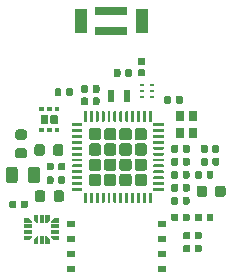
<source format=gbr>
G04 #@! TF.GenerationSoftware,KiCad,Pcbnew,(5.1.5-0-10_14)*
G04 #@! TF.CreationDate,2021-06-01T12:28:28-04:00*
G04 #@! TF.ProjectId,ESLO_RB2,45534c4f-5f52-4423-922e-6b696361645f,rev?*
G04 #@! TF.SameCoordinates,Original*
G04 #@! TF.FileFunction,Paste,Top*
G04 #@! TF.FilePolarity,Positive*
%FSLAX46Y46*%
G04 Gerber Fmt 4.6, Leading zero omitted, Abs format (unit mm)*
G04 Created by KiCad (PCBNEW (5.1.5-0-10_14)) date 2021-06-01 12:28:28*
%MOMM*%
%LPD*%
G04 APERTURE LIST*
%ADD10R,0.600000X1.100000*%
%ADD11C,0.100000*%
%ADD12R,2.800000X0.700000*%
%ADD13R,1.000000X2.000000*%
%ADD14R,0.800000X0.900000*%
%ADD15R,0.400000X0.675000*%
%ADD16R,0.675000X0.400000*%
%ADD17R,0.650000X0.500000*%
%ADD18R,0.450000X0.250000*%
G04 APERTURE END LIST*
D10*
X215200000Y-81650000D03*
X216600000Y-81650000D03*
D11*
G36*
X221791958Y-94230710D02*
G01*
X221806276Y-94232834D01*
X221820317Y-94236351D01*
X221833946Y-94241228D01*
X221847031Y-94247417D01*
X221859447Y-94254858D01*
X221871073Y-94263481D01*
X221881798Y-94273202D01*
X221891519Y-94283927D01*
X221900142Y-94295553D01*
X221907583Y-94307969D01*
X221913772Y-94321054D01*
X221918649Y-94334683D01*
X221922166Y-94348724D01*
X221924290Y-94363042D01*
X221925000Y-94377500D01*
X221925000Y-94722500D01*
X221924290Y-94736958D01*
X221922166Y-94751276D01*
X221918649Y-94765317D01*
X221913772Y-94778946D01*
X221907583Y-94792031D01*
X221900142Y-94804447D01*
X221891519Y-94816073D01*
X221881798Y-94826798D01*
X221871073Y-94836519D01*
X221859447Y-94845142D01*
X221847031Y-94852583D01*
X221833946Y-94858772D01*
X221820317Y-94863649D01*
X221806276Y-94867166D01*
X221791958Y-94869290D01*
X221777500Y-94870000D01*
X221482500Y-94870000D01*
X221468042Y-94869290D01*
X221453724Y-94867166D01*
X221439683Y-94863649D01*
X221426054Y-94858772D01*
X221412969Y-94852583D01*
X221400553Y-94845142D01*
X221388927Y-94836519D01*
X221378202Y-94826798D01*
X221368481Y-94816073D01*
X221359858Y-94804447D01*
X221352417Y-94792031D01*
X221346228Y-94778946D01*
X221341351Y-94765317D01*
X221337834Y-94751276D01*
X221335710Y-94736958D01*
X221335000Y-94722500D01*
X221335000Y-94377500D01*
X221335710Y-94363042D01*
X221337834Y-94348724D01*
X221341351Y-94334683D01*
X221346228Y-94321054D01*
X221352417Y-94307969D01*
X221359858Y-94295553D01*
X221368481Y-94283927D01*
X221378202Y-94273202D01*
X221388927Y-94263481D01*
X221400553Y-94254858D01*
X221412969Y-94247417D01*
X221426054Y-94241228D01*
X221439683Y-94236351D01*
X221453724Y-94232834D01*
X221468042Y-94230710D01*
X221482500Y-94230000D01*
X221777500Y-94230000D01*
X221791958Y-94230710D01*
G37*
G36*
X222761958Y-94230710D02*
G01*
X222776276Y-94232834D01*
X222790317Y-94236351D01*
X222803946Y-94241228D01*
X222817031Y-94247417D01*
X222829447Y-94254858D01*
X222841073Y-94263481D01*
X222851798Y-94273202D01*
X222861519Y-94283927D01*
X222870142Y-94295553D01*
X222877583Y-94307969D01*
X222883772Y-94321054D01*
X222888649Y-94334683D01*
X222892166Y-94348724D01*
X222894290Y-94363042D01*
X222895000Y-94377500D01*
X222895000Y-94722500D01*
X222894290Y-94736958D01*
X222892166Y-94751276D01*
X222888649Y-94765317D01*
X222883772Y-94778946D01*
X222877583Y-94792031D01*
X222870142Y-94804447D01*
X222861519Y-94816073D01*
X222851798Y-94826798D01*
X222841073Y-94836519D01*
X222829447Y-94845142D01*
X222817031Y-94852583D01*
X222803946Y-94858772D01*
X222790317Y-94863649D01*
X222776276Y-94867166D01*
X222761958Y-94869290D01*
X222747500Y-94870000D01*
X222452500Y-94870000D01*
X222438042Y-94869290D01*
X222423724Y-94867166D01*
X222409683Y-94863649D01*
X222396054Y-94858772D01*
X222382969Y-94852583D01*
X222370553Y-94845142D01*
X222358927Y-94836519D01*
X222348202Y-94826798D01*
X222338481Y-94816073D01*
X222329858Y-94804447D01*
X222322417Y-94792031D01*
X222316228Y-94778946D01*
X222311351Y-94765317D01*
X222307834Y-94751276D01*
X222305710Y-94736958D01*
X222305000Y-94722500D01*
X222305000Y-94377500D01*
X222305710Y-94363042D01*
X222307834Y-94348724D01*
X222311351Y-94334683D01*
X222316228Y-94321054D01*
X222322417Y-94307969D01*
X222329858Y-94295553D01*
X222338481Y-94283927D01*
X222348202Y-94273202D01*
X222358927Y-94263481D01*
X222370553Y-94254858D01*
X222382969Y-94247417D01*
X222396054Y-94241228D01*
X222409683Y-94236351D01*
X222423724Y-94232834D01*
X222438042Y-94230710D01*
X222452500Y-94230000D01*
X222747500Y-94230000D01*
X222761958Y-94230710D01*
G37*
G36*
X221791958Y-93130710D02*
G01*
X221806276Y-93132834D01*
X221820317Y-93136351D01*
X221833946Y-93141228D01*
X221847031Y-93147417D01*
X221859447Y-93154858D01*
X221871073Y-93163481D01*
X221881798Y-93173202D01*
X221891519Y-93183927D01*
X221900142Y-93195553D01*
X221907583Y-93207969D01*
X221913772Y-93221054D01*
X221918649Y-93234683D01*
X221922166Y-93248724D01*
X221924290Y-93263042D01*
X221925000Y-93277500D01*
X221925000Y-93622500D01*
X221924290Y-93636958D01*
X221922166Y-93651276D01*
X221918649Y-93665317D01*
X221913772Y-93678946D01*
X221907583Y-93692031D01*
X221900142Y-93704447D01*
X221891519Y-93716073D01*
X221881798Y-93726798D01*
X221871073Y-93736519D01*
X221859447Y-93745142D01*
X221847031Y-93752583D01*
X221833946Y-93758772D01*
X221820317Y-93763649D01*
X221806276Y-93767166D01*
X221791958Y-93769290D01*
X221777500Y-93770000D01*
X221482500Y-93770000D01*
X221468042Y-93769290D01*
X221453724Y-93767166D01*
X221439683Y-93763649D01*
X221426054Y-93758772D01*
X221412969Y-93752583D01*
X221400553Y-93745142D01*
X221388927Y-93736519D01*
X221378202Y-93726798D01*
X221368481Y-93716073D01*
X221359858Y-93704447D01*
X221352417Y-93692031D01*
X221346228Y-93678946D01*
X221341351Y-93665317D01*
X221337834Y-93651276D01*
X221335710Y-93636958D01*
X221335000Y-93622500D01*
X221335000Y-93277500D01*
X221335710Y-93263042D01*
X221337834Y-93248724D01*
X221341351Y-93234683D01*
X221346228Y-93221054D01*
X221352417Y-93207969D01*
X221359858Y-93195553D01*
X221368481Y-93183927D01*
X221378202Y-93173202D01*
X221388927Y-93163481D01*
X221400553Y-93154858D01*
X221412969Y-93147417D01*
X221426054Y-93141228D01*
X221439683Y-93136351D01*
X221453724Y-93132834D01*
X221468042Y-93130710D01*
X221482500Y-93130000D01*
X221777500Y-93130000D01*
X221791958Y-93130710D01*
G37*
G36*
X222761958Y-93130710D02*
G01*
X222776276Y-93132834D01*
X222790317Y-93136351D01*
X222803946Y-93141228D01*
X222817031Y-93147417D01*
X222829447Y-93154858D01*
X222841073Y-93163481D01*
X222851798Y-93173202D01*
X222861519Y-93183927D01*
X222870142Y-93195553D01*
X222877583Y-93207969D01*
X222883772Y-93221054D01*
X222888649Y-93234683D01*
X222892166Y-93248724D01*
X222894290Y-93263042D01*
X222895000Y-93277500D01*
X222895000Y-93622500D01*
X222894290Y-93636958D01*
X222892166Y-93651276D01*
X222888649Y-93665317D01*
X222883772Y-93678946D01*
X222877583Y-93692031D01*
X222870142Y-93704447D01*
X222861519Y-93716073D01*
X222851798Y-93726798D01*
X222841073Y-93736519D01*
X222829447Y-93745142D01*
X222817031Y-93752583D01*
X222803946Y-93758772D01*
X222790317Y-93763649D01*
X222776276Y-93767166D01*
X222761958Y-93769290D01*
X222747500Y-93770000D01*
X222452500Y-93770000D01*
X222438042Y-93769290D01*
X222423724Y-93767166D01*
X222409683Y-93763649D01*
X222396054Y-93758772D01*
X222382969Y-93752583D01*
X222370553Y-93745142D01*
X222358927Y-93736519D01*
X222348202Y-93726798D01*
X222338481Y-93716073D01*
X222329858Y-93704447D01*
X222322417Y-93692031D01*
X222316228Y-93678946D01*
X222311351Y-93665317D01*
X222307834Y-93651276D01*
X222305710Y-93636958D01*
X222305000Y-93622500D01*
X222305000Y-93277500D01*
X222305710Y-93263042D01*
X222307834Y-93248724D01*
X222311351Y-93234683D01*
X222316228Y-93221054D01*
X222322417Y-93207969D01*
X222329858Y-93195553D01*
X222338481Y-93183927D01*
X222348202Y-93173202D01*
X222358927Y-93163481D01*
X222370553Y-93154858D01*
X222382969Y-93147417D01*
X222396054Y-93141228D01*
X222409683Y-93136351D01*
X222423724Y-93132834D01*
X222438042Y-93130710D01*
X222452500Y-93130000D01*
X222747500Y-93130000D01*
X222761958Y-93130710D01*
G37*
G36*
X209465439Y-82550451D02*
G01*
X209474540Y-82551801D01*
X209483464Y-82554037D01*
X209492127Y-82557136D01*
X209500443Y-82561070D01*
X209508335Y-82565800D01*
X209515724Y-82571280D01*
X209522541Y-82577459D01*
X209528720Y-82584276D01*
X209534200Y-82591665D01*
X209538930Y-82599557D01*
X209542864Y-82607873D01*
X209545963Y-82616536D01*
X209548199Y-82625460D01*
X209549549Y-82634561D01*
X209550000Y-82643750D01*
X209550000Y-82831250D01*
X209549549Y-82840439D01*
X209548199Y-82849540D01*
X209545963Y-82858464D01*
X209542864Y-82867127D01*
X209538930Y-82875443D01*
X209534200Y-82883335D01*
X209528720Y-82890724D01*
X209522541Y-82897541D01*
X209515724Y-82903720D01*
X209508335Y-82909200D01*
X209500443Y-82913930D01*
X209492127Y-82917864D01*
X209483464Y-82920963D01*
X209474540Y-82923199D01*
X209465439Y-82924549D01*
X209456250Y-82925000D01*
X209243750Y-82925000D01*
X209234561Y-82924549D01*
X209225460Y-82923199D01*
X209216536Y-82920963D01*
X209207873Y-82917864D01*
X209199557Y-82913930D01*
X209191665Y-82909200D01*
X209184276Y-82903720D01*
X209177459Y-82897541D01*
X209171280Y-82890724D01*
X209165800Y-82883335D01*
X209161070Y-82875443D01*
X209157136Y-82867127D01*
X209154037Y-82858464D01*
X209151801Y-82849540D01*
X209150451Y-82840439D01*
X209150000Y-82831250D01*
X209150000Y-82643750D01*
X209150451Y-82634561D01*
X209151801Y-82625460D01*
X209154037Y-82616536D01*
X209157136Y-82607873D01*
X209161070Y-82599557D01*
X209165800Y-82591665D01*
X209171280Y-82584276D01*
X209177459Y-82577459D01*
X209184276Y-82571280D01*
X209191665Y-82565800D01*
X209199557Y-82561070D01*
X209207873Y-82557136D01*
X209216536Y-82554037D01*
X209225460Y-82551801D01*
X209234561Y-82550451D01*
X209243750Y-82550000D01*
X209456250Y-82550000D01*
X209465439Y-82550451D01*
G37*
G36*
X210115439Y-82550451D02*
G01*
X210124540Y-82551801D01*
X210133464Y-82554037D01*
X210142127Y-82557136D01*
X210150443Y-82561070D01*
X210158335Y-82565800D01*
X210165724Y-82571280D01*
X210172541Y-82577459D01*
X210178720Y-82584276D01*
X210184200Y-82591665D01*
X210188930Y-82599557D01*
X210192864Y-82607873D01*
X210195963Y-82616536D01*
X210198199Y-82625460D01*
X210199549Y-82634561D01*
X210200000Y-82643750D01*
X210200000Y-82831250D01*
X210199549Y-82840439D01*
X210198199Y-82849540D01*
X210195963Y-82858464D01*
X210192864Y-82867127D01*
X210188930Y-82875443D01*
X210184200Y-82883335D01*
X210178720Y-82890724D01*
X210172541Y-82897541D01*
X210165724Y-82903720D01*
X210158335Y-82909200D01*
X210150443Y-82913930D01*
X210142127Y-82917864D01*
X210133464Y-82920963D01*
X210124540Y-82923199D01*
X210115439Y-82924549D01*
X210106250Y-82925000D01*
X209893750Y-82925000D01*
X209884561Y-82924549D01*
X209875460Y-82923199D01*
X209866536Y-82920963D01*
X209857873Y-82917864D01*
X209849557Y-82913930D01*
X209841665Y-82909200D01*
X209834276Y-82903720D01*
X209827459Y-82897541D01*
X209821280Y-82890724D01*
X209815800Y-82883335D01*
X209811070Y-82875443D01*
X209807136Y-82867127D01*
X209804037Y-82858464D01*
X209801801Y-82849540D01*
X209800451Y-82840439D01*
X209800000Y-82831250D01*
X209800000Y-82643750D01*
X209800451Y-82634561D01*
X209801801Y-82625460D01*
X209804037Y-82616536D01*
X209807136Y-82607873D01*
X209811070Y-82599557D01*
X209815800Y-82591665D01*
X209821280Y-82584276D01*
X209827459Y-82577459D01*
X209834276Y-82571280D01*
X209841665Y-82565800D01*
X209849557Y-82561070D01*
X209857873Y-82557136D01*
X209866536Y-82554037D01*
X209875460Y-82551801D01*
X209884561Y-82550451D01*
X209893750Y-82550000D01*
X210106250Y-82550000D01*
X210115439Y-82550451D01*
G37*
G36*
X210765439Y-82550451D02*
G01*
X210774540Y-82551801D01*
X210783464Y-82554037D01*
X210792127Y-82557136D01*
X210800443Y-82561070D01*
X210808335Y-82565800D01*
X210815724Y-82571280D01*
X210822541Y-82577459D01*
X210828720Y-82584276D01*
X210834200Y-82591665D01*
X210838930Y-82599557D01*
X210842864Y-82607873D01*
X210845963Y-82616536D01*
X210848199Y-82625460D01*
X210849549Y-82634561D01*
X210850000Y-82643750D01*
X210850000Y-82831250D01*
X210849549Y-82840439D01*
X210848199Y-82849540D01*
X210845963Y-82858464D01*
X210842864Y-82867127D01*
X210838930Y-82875443D01*
X210834200Y-82883335D01*
X210828720Y-82890724D01*
X210822541Y-82897541D01*
X210815724Y-82903720D01*
X210808335Y-82909200D01*
X210800443Y-82913930D01*
X210792127Y-82917864D01*
X210783464Y-82920963D01*
X210774540Y-82923199D01*
X210765439Y-82924549D01*
X210756250Y-82925000D01*
X210543750Y-82925000D01*
X210534561Y-82924549D01*
X210525460Y-82923199D01*
X210516536Y-82920963D01*
X210507873Y-82917864D01*
X210499557Y-82913930D01*
X210491665Y-82909200D01*
X210484276Y-82903720D01*
X210477459Y-82897541D01*
X210471280Y-82890724D01*
X210465800Y-82883335D01*
X210461070Y-82875443D01*
X210457136Y-82867127D01*
X210454037Y-82858464D01*
X210451801Y-82849540D01*
X210450451Y-82840439D01*
X210450000Y-82831250D01*
X210450000Y-82643750D01*
X210450451Y-82634561D01*
X210451801Y-82625460D01*
X210454037Y-82616536D01*
X210457136Y-82607873D01*
X210461070Y-82599557D01*
X210465800Y-82591665D01*
X210471280Y-82584276D01*
X210477459Y-82577459D01*
X210484276Y-82571280D01*
X210491665Y-82565800D01*
X210499557Y-82561070D01*
X210507873Y-82557136D01*
X210516536Y-82554037D01*
X210525460Y-82551801D01*
X210534561Y-82550451D01*
X210543750Y-82550000D01*
X210756250Y-82550000D01*
X210765439Y-82550451D01*
G37*
G36*
X210765439Y-84325451D02*
G01*
X210774540Y-84326801D01*
X210783464Y-84329037D01*
X210792127Y-84332136D01*
X210800443Y-84336070D01*
X210808335Y-84340800D01*
X210815724Y-84346280D01*
X210822541Y-84352459D01*
X210828720Y-84359276D01*
X210834200Y-84366665D01*
X210838930Y-84374557D01*
X210842864Y-84382873D01*
X210845963Y-84391536D01*
X210848199Y-84400460D01*
X210849549Y-84409561D01*
X210850000Y-84418750D01*
X210850000Y-84606250D01*
X210849549Y-84615439D01*
X210848199Y-84624540D01*
X210845963Y-84633464D01*
X210842864Y-84642127D01*
X210838930Y-84650443D01*
X210834200Y-84658335D01*
X210828720Y-84665724D01*
X210822541Y-84672541D01*
X210815724Y-84678720D01*
X210808335Y-84684200D01*
X210800443Y-84688930D01*
X210792127Y-84692864D01*
X210783464Y-84695963D01*
X210774540Y-84698199D01*
X210765439Y-84699549D01*
X210756250Y-84700000D01*
X210543750Y-84700000D01*
X210534561Y-84699549D01*
X210525460Y-84698199D01*
X210516536Y-84695963D01*
X210507873Y-84692864D01*
X210499557Y-84688930D01*
X210491665Y-84684200D01*
X210484276Y-84678720D01*
X210477459Y-84672541D01*
X210471280Y-84665724D01*
X210465800Y-84658335D01*
X210461070Y-84650443D01*
X210457136Y-84642127D01*
X210454037Y-84633464D01*
X210451801Y-84624540D01*
X210450451Y-84615439D01*
X210450000Y-84606250D01*
X210450000Y-84418750D01*
X210450451Y-84409561D01*
X210451801Y-84400460D01*
X210454037Y-84391536D01*
X210457136Y-84382873D01*
X210461070Y-84374557D01*
X210465800Y-84366665D01*
X210471280Y-84359276D01*
X210477459Y-84352459D01*
X210484276Y-84346280D01*
X210491665Y-84340800D01*
X210499557Y-84336070D01*
X210507873Y-84332136D01*
X210516536Y-84329037D01*
X210525460Y-84326801D01*
X210534561Y-84325451D01*
X210543750Y-84325000D01*
X210756250Y-84325000D01*
X210765439Y-84325451D01*
G37*
G36*
X210115439Y-84325451D02*
G01*
X210124540Y-84326801D01*
X210133464Y-84329037D01*
X210142127Y-84332136D01*
X210150443Y-84336070D01*
X210158335Y-84340800D01*
X210165724Y-84346280D01*
X210172541Y-84352459D01*
X210178720Y-84359276D01*
X210184200Y-84366665D01*
X210188930Y-84374557D01*
X210192864Y-84382873D01*
X210195963Y-84391536D01*
X210198199Y-84400460D01*
X210199549Y-84409561D01*
X210200000Y-84418750D01*
X210200000Y-84606250D01*
X210199549Y-84615439D01*
X210198199Y-84624540D01*
X210195963Y-84633464D01*
X210192864Y-84642127D01*
X210188930Y-84650443D01*
X210184200Y-84658335D01*
X210178720Y-84665724D01*
X210172541Y-84672541D01*
X210165724Y-84678720D01*
X210158335Y-84684200D01*
X210150443Y-84688930D01*
X210142127Y-84692864D01*
X210133464Y-84695963D01*
X210124540Y-84698199D01*
X210115439Y-84699549D01*
X210106250Y-84700000D01*
X209893750Y-84700000D01*
X209884561Y-84699549D01*
X209875460Y-84698199D01*
X209866536Y-84695963D01*
X209857873Y-84692864D01*
X209849557Y-84688930D01*
X209841665Y-84684200D01*
X209834276Y-84678720D01*
X209827459Y-84672541D01*
X209821280Y-84665724D01*
X209815800Y-84658335D01*
X209811070Y-84650443D01*
X209807136Y-84642127D01*
X209804037Y-84633464D01*
X209801801Y-84624540D01*
X209800451Y-84615439D01*
X209800000Y-84606250D01*
X209800000Y-84418750D01*
X209800451Y-84409561D01*
X209801801Y-84400460D01*
X209804037Y-84391536D01*
X209807136Y-84382873D01*
X209811070Y-84374557D01*
X209815800Y-84366665D01*
X209821280Y-84359276D01*
X209827459Y-84352459D01*
X209834276Y-84346280D01*
X209841665Y-84340800D01*
X209849557Y-84336070D01*
X209857873Y-84332136D01*
X209866536Y-84329037D01*
X209875460Y-84326801D01*
X209884561Y-84325451D01*
X209893750Y-84325000D01*
X210106250Y-84325000D01*
X210115439Y-84325451D01*
G37*
G36*
X209465439Y-84325451D02*
G01*
X209474540Y-84326801D01*
X209483464Y-84329037D01*
X209492127Y-84332136D01*
X209500443Y-84336070D01*
X209508335Y-84340800D01*
X209515724Y-84346280D01*
X209522541Y-84352459D01*
X209528720Y-84359276D01*
X209534200Y-84366665D01*
X209538930Y-84374557D01*
X209542864Y-84382873D01*
X209545963Y-84391536D01*
X209548199Y-84400460D01*
X209549549Y-84409561D01*
X209550000Y-84418750D01*
X209550000Y-84606250D01*
X209549549Y-84615439D01*
X209548199Y-84624540D01*
X209545963Y-84633464D01*
X209542864Y-84642127D01*
X209538930Y-84650443D01*
X209534200Y-84658335D01*
X209528720Y-84665724D01*
X209522541Y-84672541D01*
X209515724Y-84678720D01*
X209508335Y-84684200D01*
X209500443Y-84688930D01*
X209492127Y-84692864D01*
X209483464Y-84695963D01*
X209474540Y-84698199D01*
X209465439Y-84699549D01*
X209456250Y-84700000D01*
X209243750Y-84700000D01*
X209234561Y-84699549D01*
X209225460Y-84698199D01*
X209216536Y-84695963D01*
X209207873Y-84692864D01*
X209199557Y-84688930D01*
X209191665Y-84684200D01*
X209184276Y-84678720D01*
X209177459Y-84672541D01*
X209171280Y-84665724D01*
X209165800Y-84658335D01*
X209161070Y-84650443D01*
X209157136Y-84642127D01*
X209154037Y-84633464D01*
X209151801Y-84624540D01*
X209150451Y-84615439D01*
X209150000Y-84606250D01*
X209150000Y-84418750D01*
X209150451Y-84409561D01*
X209151801Y-84400460D01*
X209154037Y-84391536D01*
X209157136Y-84382873D01*
X209161070Y-84374557D01*
X209165800Y-84366665D01*
X209171280Y-84359276D01*
X209177459Y-84352459D01*
X209184276Y-84346280D01*
X209191665Y-84340800D01*
X209199557Y-84336070D01*
X209207873Y-84332136D01*
X209216536Y-84329037D01*
X209225460Y-84326801D01*
X209234561Y-84325451D01*
X209243750Y-84325000D01*
X209456250Y-84325000D01*
X209465439Y-84325451D01*
G37*
G36*
X210575683Y-83220770D02*
G01*
X210591214Y-83223074D01*
X210606446Y-83226890D01*
X210621229Y-83232179D01*
X210635423Y-83238893D01*
X210648891Y-83246965D01*
X210661503Y-83256318D01*
X210673137Y-83266863D01*
X210683682Y-83278497D01*
X210693035Y-83291109D01*
X210701107Y-83304577D01*
X210707821Y-83318771D01*
X210713110Y-83333554D01*
X210716926Y-83348786D01*
X210719230Y-83364317D01*
X210720000Y-83380000D01*
X210720000Y-83870000D01*
X210719230Y-83885683D01*
X210716926Y-83901214D01*
X210713110Y-83916446D01*
X210707821Y-83931229D01*
X210701107Y-83945423D01*
X210693035Y-83958891D01*
X210683682Y-83971503D01*
X210673137Y-83983137D01*
X210661503Y-83993682D01*
X210648891Y-84003035D01*
X210635423Y-84011107D01*
X210621229Y-84017821D01*
X210606446Y-84023110D01*
X210591214Y-84026926D01*
X210575683Y-84029230D01*
X210560000Y-84030000D01*
X210240000Y-84030000D01*
X210224317Y-84029230D01*
X210208786Y-84026926D01*
X210193554Y-84023110D01*
X210178771Y-84017821D01*
X210164577Y-84011107D01*
X210151109Y-84003035D01*
X210138497Y-83993682D01*
X210126863Y-83983137D01*
X210116318Y-83971503D01*
X210106965Y-83958891D01*
X210098893Y-83945423D01*
X210092179Y-83931229D01*
X210086890Y-83916446D01*
X210083074Y-83901214D01*
X210080770Y-83885683D01*
X210080000Y-83870000D01*
X210080000Y-83380000D01*
X210080770Y-83364317D01*
X210083074Y-83348786D01*
X210086890Y-83333554D01*
X210092179Y-83318771D01*
X210098893Y-83304577D01*
X210106965Y-83291109D01*
X210116318Y-83278497D01*
X210126863Y-83266863D01*
X210138497Y-83256318D01*
X210151109Y-83246965D01*
X210164577Y-83238893D01*
X210178771Y-83232179D01*
X210193554Y-83226890D01*
X210208786Y-83223074D01*
X210224317Y-83220770D01*
X210240000Y-83220000D01*
X210560000Y-83220000D01*
X210575683Y-83220770D01*
G37*
G36*
X209775683Y-83220770D02*
G01*
X209791214Y-83223074D01*
X209806446Y-83226890D01*
X209821229Y-83232179D01*
X209835423Y-83238893D01*
X209848891Y-83246965D01*
X209861503Y-83256318D01*
X209873137Y-83266863D01*
X209883682Y-83278497D01*
X209893035Y-83291109D01*
X209901107Y-83304577D01*
X209907821Y-83318771D01*
X209913110Y-83333554D01*
X209916926Y-83348786D01*
X209919230Y-83364317D01*
X209920000Y-83380000D01*
X209920000Y-83870000D01*
X209919230Y-83885683D01*
X209916926Y-83901214D01*
X209913110Y-83916446D01*
X209907821Y-83931229D01*
X209901107Y-83945423D01*
X209893035Y-83958891D01*
X209883682Y-83971503D01*
X209873137Y-83983137D01*
X209861503Y-83993682D01*
X209848891Y-84003035D01*
X209835423Y-84011107D01*
X209821229Y-84017821D01*
X209806446Y-84023110D01*
X209791214Y-84026926D01*
X209775683Y-84029230D01*
X209760000Y-84030000D01*
X209440000Y-84030000D01*
X209424317Y-84029230D01*
X209408786Y-84026926D01*
X209393554Y-84023110D01*
X209378771Y-84017821D01*
X209364577Y-84011107D01*
X209351109Y-84003035D01*
X209338497Y-83993682D01*
X209326863Y-83983137D01*
X209316318Y-83971503D01*
X209306965Y-83958891D01*
X209298893Y-83945423D01*
X209292179Y-83931229D01*
X209286890Y-83916446D01*
X209283074Y-83901214D01*
X209280770Y-83885683D01*
X209280000Y-83870000D01*
X209280000Y-83380000D01*
X209280770Y-83364317D01*
X209283074Y-83348786D01*
X209286890Y-83333554D01*
X209292179Y-83318771D01*
X209298893Y-83304577D01*
X209306965Y-83291109D01*
X209316318Y-83278497D01*
X209326863Y-83266863D01*
X209338497Y-83256318D01*
X209351109Y-83246965D01*
X209364577Y-83238893D01*
X209378771Y-83232179D01*
X209393554Y-83226890D01*
X209408786Y-83223074D01*
X209424317Y-83220770D01*
X209440000Y-83220000D01*
X209760000Y-83220000D01*
X209775683Y-83220770D01*
G37*
G36*
X207877691Y-84463553D02*
G01*
X207898926Y-84466703D01*
X207919750Y-84471919D01*
X207939962Y-84479151D01*
X207959368Y-84488330D01*
X207977781Y-84499366D01*
X207995024Y-84512154D01*
X208010930Y-84526570D01*
X208025346Y-84542476D01*
X208038134Y-84559719D01*
X208049170Y-84578132D01*
X208058349Y-84597538D01*
X208065581Y-84617750D01*
X208070797Y-84638574D01*
X208073947Y-84659809D01*
X208075000Y-84681250D01*
X208075000Y-85118750D01*
X208073947Y-85140191D01*
X208070797Y-85161426D01*
X208065581Y-85182250D01*
X208058349Y-85202462D01*
X208049170Y-85221868D01*
X208038134Y-85240281D01*
X208025346Y-85257524D01*
X208010930Y-85273430D01*
X207995024Y-85287846D01*
X207977781Y-85300634D01*
X207959368Y-85311670D01*
X207939962Y-85320849D01*
X207919750Y-85328081D01*
X207898926Y-85333297D01*
X207877691Y-85336447D01*
X207856250Y-85337500D01*
X207343750Y-85337500D01*
X207322309Y-85336447D01*
X207301074Y-85333297D01*
X207280250Y-85328081D01*
X207260038Y-85320849D01*
X207240632Y-85311670D01*
X207222219Y-85300634D01*
X207204976Y-85287846D01*
X207189070Y-85273430D01*
X207174654Y-85257524D01*
X207161866Y-85240281D01*
X207150830Y-85221868D01*
X207141651Y-85202462D01*
X207134419Y-85182250D01*
X207129203Y-85161426D01*
X207126053Y-85140191D01*
X207125000Y-85118750D01*
X207125000Y-84681250D01*
X207126053Y-84659809D01*
X207129203Y-84638574D01*
X207134419Y-84617750D01*
X207141651Y-84597538D01*
X207150830Y-84578132D01*
X207161866Y-84559719D01*
X207174654Y-84542476D01*
X207189070Y-84526570D01*
X207204976Y-84512154D01*
X207222219Y-84499366D01*
X207240632Y-84488330D01*
X207260038Y-84479151D01*
X207280250Y-84471919D01*
X207301074Y-84466703D01*
X207322309Y-84463553D01*
X207343750Y-84462500D01*
X207856250Y-84462500D01*
X207877691Y-84463553D01*
G37*
G36*
X207877691Y-86038553D02*
G01*
X207898926Y-86041703D01*
X207919750Y-86046919D01*
X207939962Y-86054151D01*
X207959368Y-86063330D01*
X207977781Y-86074366D01*
X207995024Y-86087154D01*
X208010930Y-86101570D01*
X208025346Y-86117476D01*
X208038134Y-86134719D01*
X208049170Y-86153132D01*
X208058349Y-86172538D01*
X208065581Y-86192750D01*
X208070797Y-86213574D01*
X208073947Y-86234809D01*
X208075000Y-86256250D01*
X208075000Y-86693750D01*
X208073947Y-86715191D01*
X208070797Y-86736426D01*
X208065581Y-86757250D01*
X208058349Y-86777462D01*
X208049170Y-86796868D01*
X208038134Y-86815281D01*
X208025346Y-86832524D01*
X208010930Y-86848430D01*
X207995024Y-86862846D01*
X207977781Y-86875634D01*
X207959368Y-86886670D01*
X207939962Y-86895849D01*
X207919750Y-86903081D01*
X207898926Y-86908297D01*
X207877691Y-86911447D01*
X207856250Y-86912500D01*
X207343750Y-86912500D01*
X207322309Y-86911447D01*
X207301074Y-86908297D01*
X207280250Y-86903081D01*
X207260038Y-86895849D01*
X207240632Y-86886670D01*
X207222219Y-86875634D01*
X207204976Y-86862846D01*
X207189070Y-86848430D01*
X207174654Y-86832524D01*
X207161866Y-86815281D01*
X207150830Y-86796868D01*
X207141651Y-86777462D01*
X207134419Y-86757250D01*
X207129203Y-86736426D01*
X207126053Y-86715191D01*
X207125000Y-86693750D01*
X207125000Y-86256250D01*
X207126053Y-86234809D01*
X207129203Y-86213574D01*
X207134419Y-86192750D01*
X207141651Y-86172538D01*
X207150830Y-86153132D01*
X207161866Y-86134719D01*
X207174654Y-86117476D01*
X207189070Y-86101570D01*
X207204976Y-86087154D01*
X207222219Y-86074366D01*
X207240632Y-86063330D01*
X207260038Y-86054151D01*
X207280250Y-86046919D01*
X207301074Y-86041703D01*
X207322309Y-86038553D01*
X207343750Y-86037500D01*
X207856250Y-86037500D01*
X207877691Y-86038553D01*
G37*
G36*
X210990191Y-85726053D02*
G01*
X211011426Y-85729203D01*
X211032250Y-85734419D01*
X211052462Y-85741651D01*
X211071868Y-85750830D01*
X211090281Y-85761866D01*
X211107524Y-85774654D01*
X211123430Y-85789070D01*
X211137846Y-85804976D01*
X211150634Y-85822219D01*
X211161670Y-85840632D01*
X211170849Y-85860038D01*
X211178081Y-85880250D01*
X211183297Y-85901074D01*
X211186447Y-85922309D01*
X211187500Y-85943750D01*
X211187500Y-86456250D01*
X211186447Y-86477691D01*
X211183297Y-86498926D01*
X211178081Y-86519750D01*
X211170849Y-86539962D01*
X211161670Y-86559368D01*
X211150634Y-86577781D01*
X211137846Y-86595024D01*
X211123430Y-86610930D01*
X211107524Y-86625346D01*
X211090281Y-86638134D01*
X211071868Y-86649170D01*
X211052462Y-86658349D01*
X211032250Y-86665581D01*
X211011426Y-86670797D01*
X210990191Y-86673947D01*
X210968750Y-86675000D01*
X210531250Y-86675000D01*
X210509809Y-86673947D01*
X210488574Y-86670797D01*
X210467750Y-86665581D01*
X210447538Y-86658349D01*
X210428132Y-86649170D01*
X210409719Y-86638134D01*
X210392476Y-86625346D01*
X210376570Y-86610930D01*
X210362154Y-86595024D01*
X210349366Y-86577781D01*
X210338330Y-86559368D01*
X210329151Y-86539962D01*
X210321919Y-86519750D01*
X210316703Y-86498926D01*
X210313553Y-86477691D01*
X210312500Y-86456250D01*
X210312500Y-85943750D01*
X210313553Y-85922309D01*
X210316703Y-85901074D01*
X210321919Y-85880250D01*
X210329151Y-85860038D01*
X210338330Y-85840632D01*
X210349366Y-85822219D01*
X210362154Y-85804976D01*
X210376570Y-85789070D01*
X210392476Y-85774654D01*
X210409719Y-85761866D01*
X210428132Y-85750830D01*
X210447538Y-85741651D01*
X210467750Y-85734419D01*
X210488574Y-85729203D01*
X210509809Y-85726053D01*
X210531250Y-85725000D01*
X210968750Y-85725000D01*
X210990191Y-85726053D01*
G37*
G36*
X209415191Y-85726053D02*
G01*
X209436426Y-85729203D01*
X209457250Y-85734419D01*
X209477462Y-85741651D01*
X209496868Y-85750830D01*
X209515281Y-85761866D01*
X209532524Y-85774654D01*
X209548430Y-85789070D01*
X209562846Y-85804976D01*
X209575634Y-85822219D01*
X209586670Y-85840632D01*
X209595849Y-85860038D01*
X209603081Y-85880250D01*
X209608297Y-85901074D01*
X209611447Y-85922309D01*
X209612500Y-85943750D01*
X209612500Y-86456250D01*
X209611447Y-86477691D01*
X209608297Y-86498926D01*
X209603081Y-86519750D01*
X209595849Y-86539962D01*
X209586670Y-86559368D01*
X209575634Y-86577781D01*
X209562846Y-86595024D01*
X209548430Y-86610930D01*
X209532524Y-86625346D01*
X209515281Y-86638134D01*
X209496868Y-86649170D01*
X209477462Y-86658349D01*
X209457250Y-86665581D01*
X209436426Y-86670797D01*
X209415191Y-86673947D01*
X209393750Y-86675000D01*
X208956250Y-86675000D01*
X208934809Y-86673947D01*
X208913574Y-86670797D01*
X208892750Y-86665581D01*
X208872538Y-86658349D01*
X208853132Y-86649170D01*
X208834719Y-86638134D01*
X208817476Y-86625346D01*
X208801570Y-86610930D01*
X208787154Y-86595024D01*
X208774366Y-86577781D01*
X208763330Y-86559368D01*
X208754151Y-86539962D01*
X208746919Y-86519750D01*
X208741703Y-86498926D01*
X208738553Y-86477691D01*
X208737500Y-86456250D01*
X208737500Y-85943750D01*
X208738553Y-85922309D01*
X208741703Y-85901074D01*
X208746919Y-85880250D01*
X208754151Y-85860038D01*
X208763330Y-85840632D01*
X208774366Y-85822219D01*
X208787154Y-85804976D01*
X208801570Y-85789070D01*
X208817476Y-85774654D01*
X208834719Y-85761866D01*
X208853132Y-85750830D01*
X208872538Y-85741651D01*
X208892750Y-85734419D01*
X208913574Y-85729203D01*
X208934809Y-85726053D01*
X208956250Y-85725000D01*
X209393750Y-85725000D01*
X209415191Y-85726053D01*
G37*
G36*
X208046958Y-90480710D02*
G01*
X208061276Y-90482834D01*
X208075317Y-90486351D01*
X208088946Y-90491228D01*
X208102031Y-90497417D01*
X208114447Y-90504858D01*
X208126073Y-90513481D01*
X208136798Y-90523202D01*
X208146519Y-90533927D01*
X208155142Y-90545553D01*
X208162583Y-90557969D01*
X208168772Y-90571054D01*
X208173649Y-90584683D01*
X208177166Y-90598724D01*
X208179290Y-90613042D01*
X208180000Y-90627500D01*
X208180000Y-90972500D01*
X208179290Y-90986958D01*
X208177166Y-91001276D01*
X208173649Y-91015317D01*
X208168772Y-91028946D01*
X208162583Y-91042031D01*
X208155142Y-91054447D01*
X208146519Y-91066073D01*
X208136798Y-91076798D01*
X208126073Y-91086519D01*
X208114447Y-91095142D01*
X208102031Y-91102583D01*
X208088946Y-91108772D01*
X208075317Y-91113649D01*
X208061276Y-91117166D01*
X208046958Y-91119290D01*
X208032500Y-91120000D01*
X207737500Y-91120000D01*
X207723042Y-91119290D01*
X207708724Y-91117166D01*
X207694683Y-91113649D01*
X207681054Y-91108772D01*
X207667969Y-91102583D01*
X207655553Y-91095142D01*
X207643927Y-91086519D01*
X207633202Y-91076798D01*
X207623481Y-91066073D01*
X207614858Y-91054447D01*
X207607417Y-91042031D01*
X207601228Y-91028946D01*
X207596351Y-91015317D01*
X207592834Y-91001276D01*
X207590710Y-90986958D01*
X207590000Y-90972500D01*
X207590000Y-90627500D01*
X207590710Y-90613042D01*
X207592834Y-90598724D01*
X207596351Y-90584683D01*
X207601228Y-90571054D01*
X207607417Y-90557969D01*
X207614858Y-90545553D01*
X207623481Y-90533927D01*
X207633202Y-90523202D01*
X207643927Y-90513481D01*
X207655553Y-90504858D01*
X207667969Y-90497417D01*
X207681054Y-90491228D01*
X207694683Y-90486351D01*
X207708724Y-90482834D01*
X207723042Y-90480710D01*
X207737500Y-90480000D01*
X208032500Y-90480000D01*
X208046958Y-90480710D01*
G37*
G36*
X207076958Y-90480710D02*
G01*
X207091276Y-90482834D01*
X207105317Y-90486351D01*
X207118946Y-90491228D01*
X207132031Y-90497417D01*
X207144447Y-90504858D01*
X207156073Y-90513481D01*
X207166798Y-90523202D01*
X207176519Y-90533927D01*
X207185142Y-90545553D01*
X207192583Y-90557969D01*
X207198772Y-90571054D01*
X207203649Y-90584683D01*
X207207166Y-90598724D01*
X207209290Y-90613042D01*
X207210000Y-90627500D01*
X207210000Y-90972500D01*
X207209290Y-90986958D01*
X207207166Y-91001276D01*
X207203649Y-91015317D01*
X207198772Y-91028946D01*
X207192583Y-91042031D01*
X207185142Y-91054447D01*
X207176519Y-91066073D01*
X207166798Y-91076798D01*
X207156073Y-91086519D01*
X207144447Y-91095142D01*
X207132031Y-91102583D01*
X207118946Y-91108772D01*
X207105317Y-91113649D01*
X207091276Y-91117166D01*
X207076958Y-91119290D01*
X207062500Y-91120000D01*
X206767500Y-91120000D01*
X206753042Y-91119290D01*
X206738724Y-91117166D01*
X206724683Y-91113649D01*
X206711054Y-91108772D01*
X206697969Y-91102583D01*
X206685553Y-91095142D01*
X206673927Y-91086519D01*
X206663202Y-91076798D01*
X206653481Y-91066073D01*
X206644858Y-91054447D01*
X206637417Y-91042031D01*
X206631228Y-91028946D01*
X206626351Y-91015317D01*
X206622834Y-91001276D01*
X206620710Y-90986958D01*
X206620000Y-90972500D01*
X206620000Y-90627500D01*
X206620710Y-90613042D01*
X206622834Y-90598724D01*
X206626351Y-90584683D01*
X206631228Y-90571054D01*
X206637417Y-90557969D01*
X206644858Y-90545553D01*
X206653481Y-90533927D01*
X206663202Y-90523202D01*
X206673927Y-90513481D01*
X206685553Y-90504858D01*
X206697969Y-90497417D01*
X206711054Y-90491228D01*
X206724683Y-90486351D01*
X206738724Y-90482834D01*
X206753042Y-90480710D01*
X206767500Y-90480000D01*
X207062500Y-90480000D01*
X207076958Y-90480710D01*
G37*
D12*
X215250000Y-76100000D03*
X215250000Y-74400000D03*
D13*
X217850000Y-75250000D03*
X212650000Y-75250000D03*
D11*
G36*
X221151958Y-81640710D02*
G01*
X221166276Y-81642834D01*
X221180317Y-81646351D01*
X221193946Y-81651228D01*
X221207031Y-81657417D01*
X221219447Y-81664858D01*
X221231073Y-81673481D01*
X221241798Y-81683202D01*
X221251519Y-81693927D01*
X221260142Y-81705553D01*
X221267583Y-81717969D01*
X221273772Y-81731054D01*
X221278649Y-81744683D01*
X221282166Y-81758724D01*
X221284290Y-81773042D01*
X221285000Y-81787500D01*
X221285000Y-82132500D01*
X221284290Y-82146958D01*
X221282166Y-82161276D01*
X221278649Y-82175317D01*
X221273772Y-82188946D01*
X221267583Y-82202031D01*
X221260142Y-82214447D01*
X221251519Y-82226073D01*
X221241798Y-82236798D01*
X221231073Y-82246519D01*
X221219447Y-82255142D01*
X221207031Y-82262583D01*
X221193946Y-82268772D01*
X221180317Y-82273649D01*
X221166276Y-82277166D01*
X221151958Y-82279290D01*
X221137500Y-82280000D01*
X220842500Y-82280000D01*
X220828042Y-82279290D01*
X220813724Y-82277166D01*
X220799683Y-82273649D01*
X220786054Y-82268772D01*
X220772969Y-82262583D01*
X220760553Y-82255142D01*
X220748927Y-82246519D01*
X220738202Y-82236798D01*
X220728481Y-82226073D01*
X220719858Y-82214447D01*
X220712417Y-82202031D01*
X220706228Y-82188946D01*
X220701351Y-82175317D01*
X220697834Y-82161276D01*
X220695710Y-82146958D01*
X220695000Y-82132500D01*
X220695000Y-81787500D01*
X220695710Y-81773042D01*
X220697834Y-81758724D01*
X220701351Y-81744683D01*
X220706228Y-81731054D01*
X220712417Y-81717969D01*
X220719858Y-81705553D01*
X220728481Y-81693927D01*
X220738202Y-81683202D01*
X220748927Y-81673481D01*
X220760553Y-81664858D01*
X220772969Y-81657417D01*
X220786054Y-81651228D01*
X220799683Y-81646351D01*
X220813724Y-81642834D01*
X220828042Y-81640710D01*
X220842500Y-81640000D01*
X221137500Y-81640000D01*
X221151958Y-81640710D01*
G37*
G36*
X220181958Y-81640710D02*
G01*
X220196276Y-81642834D01*
X220210317Y-81646351D01*
X220223946Y-81651228D01*
X220237031Y-81657417D01*
X220249447Y-81664858D01*
X220261073Y-81673481D01*
X220271798Y-81683202D01*
X220281519Y-81693927D01*
X220290142Y-81705553D01*
X220297583Y-81717969D01*
X220303772Y-81731054D01*
X220308649Y-81744683D01*
X220312166Y-81758724D01*
X220314290Y-81773042D01*
X220315000Y-81787500D01*
X220315000Y-82132500D01*
X220314290Y-82146958D01*
X220312166Y-82161276D01*
X220308649Y-82175317D01*
X220303772Y-82188946D01*
X220297583Y-82202031D01*
X220290142Y-82214447D01*
X220281519Y-82226073D01*
X220271798Y-82236798D01*
X220261073Y-82246519D01*
X220249447Y-82255142D01*
X220237031Y-82262583D01*
X220223946Y-82268772D01*
X220210317Y-82273649D01*
X220196276Y-82277166D01*
X220181958Y-82279290D01*
X220167500Y-82280000D01*
X219872500Y-82280000D01*
X219858042Y-82279290D01*
X219843724Y-82277166D01*
X219829683Y-82273649D01*
X219816054Y-82268772D01*
X219802969Y-82262583D01*
X219790553Y-82255142D01*
X219778927Y-82246519D01*
X219768202Y-82236798D01*
X219758481Y-82226073D01*
X219749858Y-82214447D01*
X219742417Y-82202031D01*
X219736228Y-82188946D01*
X219731351Y-82175317D01*
X219727834Y-82161276D01*
X219725710Y-82146958D01*
X219725000Y-82132500D01*
X219725000Y-81787500D01*
X219725710Y-81773042D01*
X219727834Y-81758724D01*
X219731351Y-81744683D01*
X219736228Y-81731054D01*
X219742417Y-81717969D01*
X219749858Y-81705553D01*
X219758481Y-81693927D01*
X219768202Y-81683202D01*
X219778927Y-81673481D01*
X219790553Y-81664858D01*
X219802969Y-81657417D01*
X219816054Y-81651228D01*
X219829683Y-81646351D01*
X219843724Y-81642834D01*
X219858042Y-81640710D01*
X219872500Y-81640000D01*
X220167500Y-81640000D01*
X220181958Y-81640710D01*
G37*
G36*
X211027691Y-89626053D02*
G01*
X211048926Y-89629203D01*
X211069750Y-89634419D01*
X211089962Y-89641651D01*
X211109368Y-89650830D01*
X211127781Y-89661866D01*
X211145024Y-89674654D01*
X211160930Y-89689070D01*
X211175346Y-89704976D01*
X211188134Y-89722219D01*
X211199170Y-89740632D01*
X211208349Y-89760038D01*
X211215581Y-89780250D01*
X211220797Y-89801074D01*
X211223947Y-89822309D01*
X211225000Y-89843750D01*
X211225000Y-90356250D01*
X211223947Y-90377691D01*
X211220797Y-90398926D01*
X211215581Y-90419750D01*
X211208349Y-90439962D01*
X211199170Y-90459368D01*
X211188134Y-90477781D01*
X211175346Y-90495024D01*
X211160930Y-90510930D01*
X211145024Y-90525346D01*
X211127781Y-90538134D01*
X211109368Y-90549170D01*
X211089962Y-90558349D01*
X211069750Y-90565581D01*
X211048926Y-90570797D01*
X211027691Y-90573947D01*
X211006250Y-90575000D01*
X210568750Y-90575000D01*
X210547309Y-90573947D01*
X210526074Y-90570797D01*
X210505250Y-90565581D01*
X210485038Y-90558349D01*
X210465632Y-90549170D01*
X210447219Y-90538134D01*
X210429976Y-90525346D01*
X210414070Y-90510930D01*
X210399654Y-90495024D01*
X210386866Y-90477781D01*
X210375830Y-90459368D01*
X210366651Y-90439962D01*
X210359419Y-90419750D01*
X210354203Y-90398926D01*
X210351053Y-90377691D01*
X210350000Y-90356250D01*
X210350000Y-89843750D01*
X210351053Y-89822309D01*
X210354203Y-89801074D01*
X210359419Y-89780250D01*
X210366651Y-89760038D01*
X210375830Y-89740632D01*
X210386866Y-89722219D01*
X210399654Y-89704976D01*
X210414070Y-89689070D01*
X210429976Y-89674654D01*
X210447219Y-89661866D01*
X210465632Y-89650830D01*
X210485038Y-89641651D01*
X210505250Y-89634419D01*
X210526074Y-89629203D01*
X210547309Y-89626053D01*
X210568750Y-89625000D01*
X211006250Y-89625000D01*
X211027691Y-89626053D01*
G37*
G36*
X209452691Y-89626053D02*
G01*
X209473926Y-89629203D01*
X209494750Y-89634419D01*
X209514962Y-89641651D01*
X209534368Y-89650830D01*
X209552781Y-89661866D01*
X209570024Y-89674654D01*
X209585930Y-89689070D01*
X209600346Y-89704976D01*
X209613134Y-89722219D01*
X209624170Y-89740632D01*
X209633349Y-89760038D01*
X209640581Y-89780250D01*
X209645797Y-89801074D01*
X209648947Y-89822309D01*
X209650000Y-89843750D01*
X209650000Y-90356250D01*
X209648947Y-90377691D01*
X209645797Y-90398926D01*
X209640581Y-90419750D01*
X209633349Y-90439962D01*
X209624170Y-90459368D01*
X209613134Y-90477781D01*
X209600346Y-90495024D01*
X209585930Y-90510930D01*
X209570024Y-90525346D01*
X209552781Y-90538134D01*
X209534368Y-90549170D01*
X209514962Y-90558349D01*
X209494750Y-90565581D01*
X209473926Y-90570797D01*
X209452691Y-90573947D01*
X209431250Y-90575000D01*
X208993750Y-90575000D01*
X208972309Y-90573947D01*
X208951074Y-90570797D01*
X208930250Y-90565581D01*
X208910038Y-90558349D01*
X208890632Y-90549170D01*
X208872219Y-90538134D01*
X208854976Y-90525346D01*
X208839070Y-90510930D01*
X208824654Y-90495024D01*
X208811866Y-90477781D01*
X208800830Y-90459368D01*
X208791651Y-90439962D01*
X208784419Y-90419750D01*
X208779203Y-90398926D01*
X208776053Y-90377691D01*
X208775000Y-90356250D01*
X208775000Y-89843750D01*
X208776053Y-89822309D01*
X208779203Y-89801074D01*
X208784419Y-89780250D01*
X208791651Y-89760038D01*
X208800830Y-89740632D01*
X208811866Y-89722219D01*
X208824654Y-89704976D01*
X208839070Y-89689070D01*
X208854976Y-89674654D01*
X208872219Y-89661866D01*
X208890632Y-89650830D01*
X208910038Y-89641651D01*
X208930250Y-89634419D01*
X208951074Y-89629203D01*
X208972309Y-89626053D01*
X208993750Y-89625000D01*
X209431250Y-89625000D01*
X209452691Y-89626053D01*
G37*
G36*
X223761958Y-91580710D02*
G01*
X223776276Y-91582834D01*
X223790317Y-91586351D01*
X223803946Y-91591228D01*
X223817031Y-91597417D01*
X223829447Y-91604858D01*
X223841073Y-91613481D01*
X223851798Y-91623202D01*
X223861519Y-91633927D01*
X223870142Y-91645553D01*
X223877583Y-91657969D01*
X223883772Y-91671054D01*
X223888649Y-91684683D01*
X223892166Y-91698724D01*
X223894290Y-91713042D01*
X223895000Y-91727500D01*
X223895000Y-92072500D01*
X223894290Y-92086958D01*
X223892166Y-92101276D01*
X223888649Y-92115317D01*
X223883772Y-92128946D01*
X223877583Y-92142031D01*
X223870142Y-92154447D01*
X223861519Y-92166073D01*
X223851798Y-92176798D01*
X223841073Y-92186519D01*
X223829447Y-92195142D01*
X223817031Y-92202583D01*
X223803946Y-92208772D01*
X223790317Y-92213649D01*
X223776276Y-92217166D01*
X223761958Y-92219290D01*
X223747500Y-92220000D01*
X223452500Y-92220000D01*
X223438042Y-92219290D01*
X223423724Y-92217166D01*
X223409683Y-92213649D01*
X223396054Y-92208772D01*
X223382969Y-92202583D01*
X223370553Y-92195142D01*
X223358927Y-92186519D01*
X223348202Y-92176798D01*
X223338481Y-92166073D01*
X223329858Y-92154447D01*
X223322417Y-92142031D01*
X223316228Y-92128946D01*
X223311351Y-92115317D01*
X223307834Y-92101276D01*
X223305710Y-92086958D01*
X223305000Y-92072500D01*
X223305000Y-91727500D01*
X223305710Y-91713042D01*
X223307834Y-91698724D01*
X223311351Y-91684683D01*
X223316228Y-91671054D01*
X223322417Y-91657969D01*
X223329858Y-91645553D01*
X223338481Y-91633927D01*
X223348202Y-91623202D01*
X223358927Y-91613481D01*
X223370553Y-91604858D01*
X223382969Y-91597417D01*
X223396054Y-91591228D01*
X223409683Y-91586351D01*
X223423724Y-91582834D01*
X223438042Y-91580710D01*
X223452500Y-91580000D01*
X223747500Y-91580000D01*
X223761958Y-91580710D01*
G37*
G36*
X222791958Y-91580710D02*
G01*
X222806276Y-91582834D01*
X222820317Y-91586351D01*
X222833946Y-91591228D01*
X222847031Y-91597417D01*
X222859447Y-91604858D01*
X222871073Y-91613481D01*
X222881798Y-91623202D01*
X222891519Y-91633927D01*
X222900142Y-91645553D01*
X222907583Y-91657969D01*
X222913772Y-91671054D01*
X222918649Y-91684683D01*
X222922166Y-91698724D01*
X222924290Y-91713042D01*
X222925000Y-91727500D01*
X222925000Y-92072500D01*
X222924290Y-92086958D01*
X222922166Y-92101276D01*
X222918649Y-92115317D01*
X222913772Y-92128946D01*
X222907583Y-92142031D01*
X222900142Y-92154447D01*
X222891519Y-92166073D01*
X222881798Y-92176798D01*
X222871073Y-92186519D01*
X222859447Y-92195142D01*
X222847031Y-92202583D01*
X222833946Y-92208772D01*
X222820317Y-92213649D01*
X222806276Y-92217166D01*
X222791958Y-92219290D01*
X222777500Y-92220000D01*
X222482500Y-92220000D01*
X222468042Y-92219290D01*
X222453724Y-92217166D01*
X222439683Y-92213649D01*
X222426054Y-92208772D01*
X222412969Y-92202583D01*
X222400553Y-92195142D01*
X222388927Y-92186519D01*
X222378202Y-92176798D01*
X222368481Y-92166073D01*
X222359858Y-92154447D01*
X222352417Y-92142031D01*
X222346228Y-92128946D01*
X222341351Y-92115317D01*
X222337834Y-92101276D01*
X222335710Y-92086958D01*
X222335000Y-92072500D01*
X222335000Y-91727500D01*
X222335710Y-91713042D01*
X222337834Y-91698724D01*
X222341351Y-91684683D01*
X222346228Y-91671054D01*
X222352417Y-91657969D01*
X222359858Y-91645553D01*
X222368481Y-91633927D01*
X222378202Y-91623202D01*
X222388927Y-91613481D01*
X222400553Y-91604858D01*
X222412969Y-91597417D01*
X222426054Y-91591228D01*
X222439683Y-91586351D01*
X222453724Y-91582834D01*
X222468042Y-91580710D01*
X222482500Y-91580000D01*
X222777500Y-91580000D01*
X222791958Y-91580710D01*
G37*
G36*
X208967642Y-87601174D02*
G01*
X208991303Y-87604684D01*
X209014507Y-87610496D01*
X209037029Y-87618554D01*
X209058653Y-87628782D01*
X209079170Y-87641079D01*
X209098383Y-87655329D01*
X209116107Y-87671393D01*
X209132171Y-87689117D01*
X209146421Y-87708330D01*
X209158718Y-87728847D01*
X209168946Y-87750471D01*
X209177004Y-87772993D01*
X209182816Y-87796197D01*
X209186326Y-87819858D01*
X209187500Y-87843750D01*
X209187500Y-88756250D01*
X209186326Y-88780142D01*
X209182816Y-88803803D01*
X209177004Y-88827007D01*
X209168946Y-88849529D01*
X209158718Y-88871153D01*
X209146421Y-88891670D01*
X209132171Y-88910883D01*
X209116107Y-88928607D01*
X209098383Y-88944671D01*
X209079170Y-88958921D01*
X209058653Y-88971218D01*
X209037029Y-88981446D01*
X209014507Y-88989504D01*
X208991303Y-88995316D01*
X208967642Y-88998826D01*
X208943750Y-89000000D01*
X208456250Y-89000000D01*
X208432358Y-88998826D01*
X208408697Y-88995316D01*
X208385493Y-88989504D01*
X208362971Y-88981446D01*
X208341347Y-88971218D01*
X208320830Y-88958921D01*
X208301617Y-88944671D01*
X208283893Y-88928607D01*
X208267829Y-88910883D01*
X208253579Y-88891670D01*
X208241282Y-88871153D01*
X208231054Y-88849529D01*
X208222996Y-88827007D01*
X208217184Y-88803803D01*
X208213674Y-88780142D01*
X208212500Y-88756250D01*
X208212500Y-87843750D01*
X208213674Y-87819858D01*
X208217184Y-87796197D01*
X208222996Y-87772993D01*
X208231054Y-87750471D01*
X208241282Y-87728847D01*
X208253579Y-87708330D01*
X208267829Y-87689117D01*
X208283893Y-87671393D01*
X208301617Y-87655329D01*
X208320830Y-87641079D01*
X208341347Y-87628782D01*
X208362971Y-87618554D01*
X208385493Y-87610496D01*
X208408697Y-87604684D01*
X208432358Y-87601174D01*
X208456250Y-87600000D01*
X208943750Y-87600000D01*
X208967642Y-87601174D01*
G37*
G36*
X207092642Y-87601174D02*
G01*
X207116303Y-87604684D01*
X207139507Y-87610496D01*
X207162029Y-87618554D01*
X207183653Y-87628782D01*
X207204170Y-87641079D01*
X207223383Y-87655329D01*
X207241107Y-87671393D01*
X207257171Y-87689117D01*
X207271421Y-87708330D01*
X207283718Y-87728847D01*
X207293946Y-87750471D01*
X207302004Y-87772993D01*
X207307816Y-87796197D01*
X207311326Y-87819858D01*
X207312500Y-87843750D01*
X207312500Y-88756250D01*
X207311326Y-88780142D01*
X207307816Y-88803803D01*
X207302004Y-88827007D01*
X207293946Y-88849529D01*
X207283718Y-88871153D01*
X207271421Y-88891670D01*
X207257171Y-88910883D01*
X207241107Y-88928607D01*
X207223383Y-88944671D01*
X207204170Y-88958921D01*
X207183653Y-88971218D01*
X207162029Y-88981446D01*
X207139507Y-88989504D01*
X207116303Y-88995316D01*
X207092642Y-88998826D01*
X207068750Y-89000000D01*
X206581250Y-89000000D01*
X206557358Y-88998826D01*
X206533697Y-88995316D01*
X206510493Y-88989504D01*
X206487971Y-88981446D01*
X206466347Y-88971218D01*
X206445830Y-88958921D01*
X206426617Y-88944671D01*
X206408893Y-88928607D01*
X206392829Y-88910883D01*
X206378579Y-88891670D01*
X206366282Y-88871153D01*
X206356054Y-88849529D01*
X206347996Y-88827007D01*
X206342184Y-88803803D01*
X206338674Y-88780142D01*
X206337500Y-88756250D01*
X206337500Y-87843750D01*
X206338674Y-87819858D01*
X206342184Y-87796197D01*
X206347996Y-87772993D01*
X206356054Y-87750471D01*
X206366282Y-87728847D01*
X206378579Y-87708330D01*
X206392829Y-87689117D01*
X206408893Y-87671393D01*
X206426617Y-87655329D01*
X206445830Y-87641079D01*
X206466347Y-87628782D01*
X206487971Y-87618554D01*
X206510493Y-87610496D01*
X206533697Y-87604684D01*
X206557358Y-87601174D01*
X206581250Y-87600000D01*
X207068750Y-87600000D01*
X207092642Y-87601174D01*
G37*
G36*
X211186958Y-88430710D02*
G01*
X211201276Y-88432834D01*
X211215317Y-88436351D01*
X211228946Y-88441228D01*
X211242031Y-88447417D01*
X211254447Y-88454858D01*
X211266073Y-88463481D01*
X211276798Y-88473202D01*
X211286519Y-88483927D01*
X211295142Y-88495553D01*
X211302583Y-88507969D01*
X211308772Y-88521054D01*
X211313649Y-88534683D01*
X211317166Y-88548724D01*
X211319290Y-88563042D01*
X211320000Y-88577500D01*
X211320000Y-88922500D01*
X211319290Y-88936958D01*
X211317166Y-88951276D01*
X211313649Y-88965317D01*
X211308772Y-88978946D01*
X211302583Y-88992031D01*
X211295142Y-89004447D01*
X211286519Y-89016073D01*
X211276798Y-89026798D01*
X211266073Y-89036519D01*
X211254447Y-89045142D01*
X211242031Y-89052583D01*
X211228946Y-89058772D01*
X211215317Y-89063649D01*
X211201276Y-89067166D01*
X211186958Y-89069290D01*
X211172500Y-89070000D01*
X210877500Y-89070000D01*
X210863042Y-89069290D01*
X210848724Y-89067166D01*
X210834683Y-89063649D01*
X210821054Y-89058772D01*
X210807969Y-89052583D01*
X210795553Y-89045142D01*
X210783927Y-89036519D01*
X210773202Y-89026798D01*
X210763481Y-89016073D01*
X210754858Y-89004447D01*
X210747417Y-88992031D01*
X210741228Y-88978946D01*
X210736351Y-88965317D01*
X210732834Y-88951276D01*
X210730710Y-88936958D01*
X210730000Y-88922500D01*
X210730000Y-88577500D01*
X210730710Y-88563042D01*
X210732834Y-88548724D01*
X210736351Y-88534683D01*
X210741228Y-88521054D01*
X210747417Y-88507969D01*
X210754858Y-88495553D01*
X210763481Y-88483927D01*
X210773202Y-88473202D01*
X210783927Y-88463481D01*
X210795553Y-88454858D01*
X210807969Y-88447417D01*
X210821054Y-88441228D01*
X210834683Y-88436351D01*
X210848724Y-88432834D01*
X210863042Y-88430710D01*
X210877500Y-88430000D01*
X211172500Y-88430000D01*
X211186958Y-88430710D01*
G37*
G36*
X210216958Y-88430710D02*
G01*
X210231276Y-88432834D01*
X210245317Y-88436351D01*
X210258946Y-88441228D01*
X210272031Y-88447417D01*
X210284447Y-88454858D01*
X210296073Y-88463481D01*
X210306798Y-88473202D01*
X210316519Y-88483927D01*
X210325142Y-88495553D01*
X210332583Y-88507969D01*
X210338772Y-88521054D01*
X210343649Y-88534683D01*
X210347166Y-88548724D01*
X210349290Y-88563042D01*
X210350000Y-88577500D01*
X210350000Y-88922500D01*
X210349290Y-88936958D01*
X210347166Y-88951276D01*
X210343649Y-88965317D01*
X210338772Y-88978946D01*
X210332583Y-88992031D01*
X210325142Y-89004447D01*
X210316519Y-89016073D01*
X210306798Y-89026798D01*
X210296073Y-89036519D01*
X210284447Y-89045142D01*
X210272031Y-89052583D01*
X210258946Y-89058772D01*
X210245317Y-89063649D01*
X210231276Y-89067166D01*
X210216958Y-89069290D01*
X210202500Y-89070000D01*
X209907500Y-89070000D01*
X209893042Y-89069290D01*
X209878724Y-89067166D01*
X209864683Y-89063649D01*
X209851054Y-89058772D01*
X209837969Y-89052583D01*
X209825553Y-89045142D01*
X209813927Y-89036519D01*
X209803202Y-89026798D01*
X209793481Y-89016073D01*
X209784858Y-89004447D01*
X209777417Y-88992031D01*
X209771228Y-88978946D01*
X209766351Y-88965317D01*
X209762834Y-88951276D01*
X209760710Y-88936958D01*
X209760000Y-88922500D01*
X209760000Y-88577500D01*
X209760710Y-88563042D01*
X209762834Y-88548724D01*
X209766351Y-88534683D01*
X209771228Y-88521054D01*
X209777417Y-88507969D01*
X209784858Y-88495553D01*
X209793481Y-88483927D01*
X209803202Y-88473202D01*
X209813927Y-88463481D01*
X209825553Y-88454858D01*
X209837969Y-88447417D01*
X209851054Y-88441228D01*
X209864683Y-88436351D01*
X209878724Y-88432834D01*
X209893042Y-88430710D01*
X209907500Y-88430000D01*
X210202500Y-88430000D01*
X210216958Y-88430710D01*
G37*
D14*
X221050000Y-84750000D03*
X221050000Y-83350000D03*
X222150000Y-83350000D03*
X222150000Y-84750000D03*
D11*
G36*
X213141958Y-81755710D02*
G01*
X213156276Y-81757834D01*
X213170317Y-81761351D01*
X213183946Y-81766228D01*
X213197031Y-81772417D01*
X213209447Y-81779858D01*
X213221073Y-81788481D01*
X213231798Y-81798202D01*
X213241519Y-81808927D01*
X213250142Y-81820553D01*
X213257583Y-81832969D01*
X213263772Y-81846054D01*
X213268649Y-81859683D01*
X213272166Y-81873724D01*
X213274290Y-81888042D01*
X213275000Y-81902500D01*
X213275000Y-82247500D01*
X213274290Y-82261958D01*
X213272166Y-82276276D01*
X213268649Y-82290317D01*
X213263772Y-82303946D01*
X213257583Y-82317031D01*
X213250142Y-82329447D01*
X213241519Y-82341073D01*
X213231798Y-82351798D01*
X213221073Y-82361519D01*
X213209447Y-82370142D01*
X213197031Y-82377583D01*
X213183946Y-82383772D01*
X213170317Y-82388649D01*
X213156276Y-82392166D01*
X213141958Y-82394290D01*
X213127500Y-82395000D01*
X212832500Y-82395000D01*
X212818042Y-82394290D01*
X212803724Y-82392166D01*
X212789683Y-82388649D01*
X212776054Y-82383772D01*
X212762969Y-82377583D01*
X212750553Y-82370142D01*
X212738927Y-82361519D01*
X212728202Y-82351798D01*
X212718481Y-82341073D01*
X212709858Y-82329447D01*
X212702417Y-82317031D01*
X212696228Y-82303946D01*
X212691351Y-82290317D01*
X212687834Y-82276276D01*
X212685710Y-82261958D01*
X212685000Y-82247500D01*
X212685000Y-81902500D01*
X212685710Y-81888042D01*
X212687834Y-81873724D01*
X212691351Y-81859683D01*
X212696228Y-81846054D01*
X212702417Y-81832969D01*
X212709858Y-81820553D01*
X212718481Y-81808927D01*
X212728202Y-81798202D01*
X212738927Y-81788481D01*
X212750553Y-81779858D01*
X212762969Y-81772417D01*
X212776054Y-81766228D01*
X212789683Y-81761351D01*
X212803724Y-81757834D01*
X212818042Y-81755710D01*
X212832500Y-81755000D01*
X213127500Y-81755000D01*
X213141958Y-81755710D01*
G37*
G36*
X214111958Y-81755710D02*
G01*
X214126276Y-81757834D01*
X214140317Y-81761351D01*
X214153946Y-81766228D01*
X214167031Y-81772417D01*
X214179447Y-81779858D01*
X214191073Y-81788481D01*
X214201798Y-81798202D01*
X214211519Y-81808927D01*
X214220142Y-81820553D01*
X214227583Y-81832969D01*
X214233772Y-81846054D01*
X214238649Y-81859683D01*
X214242166Y-81873724D01*
X214244290Y-81888042D01*
X214245000Y-81902500D01*
X214245000Y-82247500D01*
X214244290Y-82261958D01*
X214242166Y-82276276D01*
X214238649Y-82290317D01*
X214233772Y-82303946D01*
X214227583Y-82317031D01*
X214220142Y-82329447D01*
X214211519Y-82341073D01*
X214201798Y-82351798D01*
X214191073Y-82361519D01*
X214179447Y-82370142D01*
X214167031Y-82377583D01*
X214153946Y-82383772D01*
X214140317Y-82388649D01*
X214126276Y-82392166D01*
X214111958Y-82394290D01*
X214097500Y-82395000D01*
X213802500Y-82395000D01*
X213788042Y-82394290D01*
X213773724Y-82392166D01*
X213759683Y-82388649D01*
X213746054Y-82383772D01*
X213732969Y-82377583D01*
X213720553Y-82370142D01*
X213708927Y-82361519D01*
X213698202Y-82351798D01*
X213688481Y-82341073D01*
X213679858Y-82329447D01*
X213672417Y-82317031D01*
X213666228Y-82303946D01*
X213661351Y-82290317D01*
X213657834Y-82276276D01*
X213655710Y-82261958D01*
X213655000Y-82247500D01*
X213655000Y-81902500D01*
X213655710Y-81888042D01*
X213657834Y-81873724D01*
X213661351Y-81859683D01*
X213666228Y-81846054D01*
X213672417Y-81832969D01*
X213679858Y-81820553D01*
X213688481Y-81808927D01*
X213698202Y-81798202D01*
X213708927Y-81788481D01*
X213720553Y-81779858D01*
X213732969Y-81772417D01*
X213746054Y-81766228D01*
X213759683Y-81761351D01*
X213773724Y-81757834D01*
X213788042Y-81755710D01*
X213802500Y-81755000D01*
X214097500Y-81755000D01*
X214111958Y-81755710D01*
G37*
G36*
X213141958Y-80705710D02*
G01*
X213156276Y-80707834D01*
X213170317Y-80711351D01*
X213183946Y-80716228D01*
X213197031Y-80722417D01*
X213209447Y-80729858D01*
X213221073Y-80738481D01*
X213231798Y-80748202D01*
X213241519Y-80758927D01*
X213250142Y-80770553D01*
X213257583Y-80782969D01*
X213263772Y-80796054D01*
X213268649Y-80809683D01*
X213272166Y-80823724D01*
X213274290Y-80838042D01*
X213275000Y-80852500D01*
X213275000Y-81197500D01*
X213274290Y-81211958D01*
X213272166Y-81226276D01*
X213268649Y-81240317D01*
X213263772Y-81253946D01*
X213257583Y-81267031D01*
X213250142Y-81279447D01*
X213241519Y-81291073D01*
X213231798Y-81301798D01*
X213221073Y-81311519D01*
X213209447Y-81320142D01*
X213197031Y-81327583D01*
X213183946Y-81333772D01*
X213170317Y-81338649D01*
X213156276Y-81342166D01*
X213141958Y-81344290D01*
X213127500Y-81345000D01*
X212832500Y-81345000D01*
X212818042Y-81344290D01*
X212803724Y-81342166D01*
X212789683Y-81338649D01*
X212776054Y-81333772D01*
X212762969Y-81327583D01*
X212750553Y-81320142D01*
X212738927Y-81311519D01*
X212728202Y-81301798D01*
X212718481Y-81291073D01*
X212709858Y-81279447D01*
X212702417Y-81267031D01*
X212696228Y-81253946D01*
X212691351Y-81240317D01*
X212687834Y-81226276D01*
X212685710Y-81211958D01*
X212685000Y-81197500D01*
X212685000Y-80852500D01*
X212685710Y-80838042D01*
X212687834Y-80823724D01*
X212691351Y-80809683D01*
X212696228Y-80796054D01*
X212702417Y-80782969D01*
X212709858Y-80770553D01*
X212718481Y-80758927D01*
X212728202Y-80748202D01*
X212738927Y-80738481D01*
X212750553Y-80729858D01*
X212762969Y-80722417D01*
X212776054Y-80716228D01*
X212789683Y-80711351D01*
X212803724Y-80707834D01*
X212818042Y-80705710D01*
X212832500Y-80705000D01*
X213127500Y-80705000D01*
X213141958Y-80705710D01*
G37*
G36*
X214111958Y-80705710D02*
G01*
X214126276Y-80707834D01*
X214140317Y-80711351D01*
X214153946Y-80716228D01*
X214167031Y-80722417D01*
X214179447Y-80729858D01*
X214191073Y-80738481D01*
X214201798Y-80748202D01*
X214211519Y-80758927D01*
X214220142Y-80770553D01*
X214227583Y-80782969D01*
X214233772Y-80796054D01*
X214238649Y-80809683D01*
X214242166Y-80823724D01*
X214244290Y-80838042D01*
X214245000Y-80852500D01*
X214245000Y-81197500D01*
X214244290Y-81211958D01*
X214242166Y-81226276D01*
X214238649Y-81240317D01*
X214233772Y-81253946D01*
X214227583Y-81267031D01*
X214220142Y-81279447D01*
X214211519Y-81291073D01*
X214201798Y-81301798D01*
X214191073Y-81311519D01*
X214179447Y-81320142D01*
X214167031Y-81327583D01*
X214153946Y-81333772D01*
X214140317Y-81338649D01*
X214126276Y-81342166D01*
X214111958Y-81344290D01*
X214097500Y-81345000D01*
X213802500Y-81345000D01*
X213788042Y-81344290D01*
X213773724Y-81342166D01*
X213759683Y-81338649D01*
X213746054Y-81333772D01*
X213732969Y-81327583D01*
X213720553Y-81320142D01*
X213708927Y-81311519D01*
X213698202Y-81301798D01*
X213688481Y-81291073D01*
X213679858Y-81279447D01*
X213672417Y-81267031D01*
X213666228Y-81253946D01*
X213661351Y-81240317D01*
X213657834Y-81226276D01*
X213655710Y-81211958D01*
X213655000Y-81197500D01*
X213655000Y-80852500D01*
X213655710Y-80838042D01*
X213657834Y-80823724D01*
X213661351Y-80809683D01*
X213666228Y-80796054D01*
X213672417Y-80782969D01*
X213679858Y-80770553D01*
X213688481Y-80758927D01*
X213698202Y-80748202D01*
X213708927Y-80738481D01*
X213720553Y-80729858D01*
X213732969Y-80722417D01*
X213746054Y-80716228D01*
X213759683Y-80711351D01*
X213773724Y-80707834D01*
X213788042Y-80705710D01*
X213802500Y-80705000D01*
X214097500Y-80705000D01*
X214111958Y-80705710D01*
G37*
G36*
X209662500Y-93450000D02*
G01*
X209812500Y-93450000D01*
X210062500Y-93700000D01*
X210062500Y-94125000D01*
X209662500Y-94125000D01*
X209662500Y-93450000D01*
G37*
D15*
X209362500Y-93787500D03*
D11*
G36*
X208662500Y-93700000D02*
G01*
X208912500Y-93450000D01*
X209062500Y-93450000D01*
X209062500Y-94125000D01*
X208662500Y-94125000D01*
X208662500Y-93700000D01*
G37*
G36*
X207887500Y-93450000D02*
G01*
X208562500Y-93450000D01*
X208562500Y-93600000D01*
X208312500Y-93850000D01*
X207887500Y-93850000D01*
X207887500Y-93450000D01*
G37*
D16*
X208225000Y-93150000D03*
X208225000Y-92650000D03*
D11*
G36*
X207887500Y-91950000D02*
G01*
X208312500Y-91950000D01*
X208562500Y-92200000D01*
X208562500Y-92350000D01*
X207887500Y-92350000D01*
X207887500Y-91950000D01*
G37*
G36*
X208662500Y-92100000D02*
G01*
X208662500Y-91675000D01*
X209062500Y-91675000D01*
X209062500Y-92350000D01*
X208912500Y-92350000D01*
X208662500Y-92100000D01*
G37*
D15*
X209362500Y-92012500D03*
D11*
G36*
X209662500Y-91675000D02*
G01*
X210062500Y-91675000D01*
X210062500Y-92100000D01*
X209812500Y-92350000D01*
X209662500Y-92350000D01*
X209662500Y-91675000D01*
G37*
G36*
X210162500Y-92200000D02*
G01*
X210412500Y-91950000D01*
X210837500Y-91950000D01*
X210837500Y-92350000D01*
X210162500Y-92350000D01*
X210162500Y-92200000D01*
G37*
D16*
X210500000Y-92650000D03*
X210500000Y-93150000D03*
D11*
G36*
X210162500Y-93600000D02*
G01*
X210162500Y-93450000D01*
X210837500Y-93450000D01*
X210837500Y-93850000D01*
X210412500Y-93850000D01*
X210162500Y-93600000D01*
G37*
D17*
X211825000Y-96310000D03*
X219575000Y-96310000D03*
X211825000Y-95040000D03*
X219575000Y-95040000D03*
X211825000Y-93770000D03*
X219575000Y-93770000D03*
X211825000Y-92500000D03*
X219575000Y-92500000D03*
D18*
X217880000Y-81700000D03*
X218700000Y-81700000D03*
X217880000Y-81200000D03*
X218700000Y-81200000D03*
X217880000Y-80700000D03*
X218700000Y-80700000D03*
D11*
G36*
X219618626Y-83925301D02*
G01*
X219624693Y-83926201D01*
X219630643Y-83927691D01*
X219636418Y-83929758D01*
X219641962Y-83932380D01*
X219647223Y-83935533D01*
X219652150Y-83939187D01*
X219656694Y-83943306D01*
X219660813Y-83947850D01*
X219664467Y-83952777D01*
X219667620Y-83958038D01*
X219670242Y-83963582D01*
X219672309Y-83969357D01*
X219673799Y-83975307D01*
X219674699Y-83981374D01*
X219675000Y-83987500D01*
X219675000Y-84112500D01*
X219674699Y-84118626D01*
X219673799Y-84124693D01*
X219672309Y-84130643D01*
X219670242Y-84136418D01*
X219667620Y-84141962D01*
X219664467Y-84147223D01*
X219660813Y-84152150D01*
X219656694Y-84156694D01*
X219652150Y-84160813D01*
X219647223Y-84164467D01*
X219641962Y-84167620D01*
X219636418Y-84170242D01*
X219630643Y-84172309D01*
X219624693Y-84173799D01*
X219618626Y-84174699D01*
X219612500Y-84175000D01*
X218862500Y-84175000D01*
X218856374Y-84174699D01*
X218850307Y-84173799D01*
X218844357Y-84172309D01*
X218838582Y-84170242D01*
X218833038Y-84167620D01*
X218827777Y-84164467D01*
X218822850Y-84160813D01*
X218818306Y-84156694D01*
X218814187Y-84152150D01*
X218810533Y-84147223D01*
X218807380Y-84141962D01*
X218804758Y-84136418D01*
X218802691Y-84130643D01*
X218801201Y-84124693D01*
X218800301Y-84118626D01*
X218800000Y-84112500D01*
X218800000Y-83987500D01*
X218800301Y-83981374D01*
X218801201Y-83975307D01*
X218802691Y-83969357D01*
X218804758Y-83963582D01*
X218807380Y-83958038D01*
X218810533Y-83952777D01*
X218814187Y-83947850D01*
X218818306Y-83943306D01*
X218822850Y-83939187D01*
X218827777Y-83935533D01*
X218833038Y-83932380D01*
X218838582Y-83929758D01*
X218844357Y-83927691D01*
X218850307Y-83926201D01*
X218856374Y-83925301D01*
X218862500Y-83925000D01*
X219612500Y-83925000D01*
X219618626Y-83925301D01*
G37*
G36*
X219618626Y-84425301D02*
G01*
X219624693Y-84426201D01*
X219630643Y-84427691D01*
X219636418Y-84429758D01*
X219641962Y-84432380D01*
X219647223Y-84435533D01*
X219652150Y-84439187D01*
X219656694Y-84443306D01*
X219660813Y-84447850D01*
X219664467Y-84452777D01*
X219667620Y-84458038D01*
X219670242Y-84463582D01*
X219672309Y-84469357D01*
X219673799Y-84475307D01*
X219674699Y-84481374D01*
X219675000Y-84487500D01*
X219675000Y-84612500D01*
X219674699Y-84618626D01*
X219673799Y-84624693D01*
X219672309Y-84630643D01*
X219670242Y-84636418D01*
X219667620Y-84641962D01*
X219664467Y-84647223D01*
X219660813Y-84652150D01*
X219656694Y-84656694D01*
X219652150Y-84660813D01*
X219647223Y-84664467D01*
X219641962Y-84667620D01*
X219636418Y-84670242D01*
X219630643Y-84672309D01*
X219624693Y-84673799D01*
X219618626Y-84674699D01*
X219612500Y-84675000D01*
X218862500Y-84675000D01*
X218856374Y-84674699D01*
X218850307Y-84673799D01*
X218844357Y-84672309D01*
X218838582Y-84670242D01*
X218833038Y-84667620D01*
X218827777Y-84664467D01*
X218822850Y-84660813D01*
X218818306Y-84656694D01*
X218814187Y-84652150D01*
X218810533Y-84647223D01*
X218807380Y-84641962D01*
X218804758Y-84636418D01*
X218802691Y-84630643D01*
X218801201Y-84624693D01*
X218800301Y-84618626D01*
X218800000Y-84612500D01*
X218800000Y-84487500D01*
X218800301Y-84481374D01*
X218801201Y-84475307D01*
X218802691Y-84469357D01*
X218804758Y-84463582D01*
X218807380Y-84458038D01*
X218810533Y-84452777D01*
X218814187Y-84447850D01*
X218818306Y-84443306D01*
X218822850Y-84439187D01*
X218827777Y-84435533D01*
X218833038Y-84432380D01*
X218838582Y-84429758D01*
X218844357Y-84427691D01*
X218850307Y-84426201D01*
X218856374Y-84425301D01*
X218862500Y-84425000D01*
X219612500Y-84425000D01*
X219618626Y-84425301D01*
G37*
G36*
X219618626Y-84925301D02*
G01*
X219624693Y-84926201D01*
X219630643Y-84927691D01*
X219636418Y-84929758D01*
X219641962Y-84932380D01*
X219647223Y-84935533D01*
X219652150Y-84939187D01*
X219656694Y-84943306D01*
X219660813Y-84947850D01*
X219664467Y-84952777D01*
X219667620Y-84958038D01*
X219670242Y-84963582D01*
X219672309Y-84969357D01*
X219673799Y-84975307D01*
X219674699Y-84981374D01*
X219675000Y-84987500D01*
X219675000Y-85112500D01*
X219674699Y-85118626D01*
X219673799Y-85124693D01*
X219672309Y-85130643D01*
X219670242Y-85136418D01*
X219667620Y-85141962D01*
X219664467Y-85147223D01*
X219660813Y-85152150D01*
X219656694Y-85156694D01*
X219652150Y-85160813D01*
X219647223Y-85164467D01*
X219641962Y-85167620D01*
X219636418Y-85170242D01*
X219630643Y-85172309D01*
X219624693Y-85173799D01*
X219618626Y-85174699D01*
X219612500Y-85175000D01*
X218862500Y-85175000D01*
X218856374Y-85174699D01*
X218850307Y-85173799D01*
X218844357Y-85172309D01*
X218838582Y-85170242D01*
X218833038Y-85167620D01*
X218827777Y-85164467D01*
X218822850Y-85160813D01*
X218818306Y-85156694D01*
X218814187Y-85152150D01*
X218810533Y-85147223D01*
X218807380Y-85141962D01*
X218804758Y-85136418D01*
X218802691Y-85130643D01*
X218801201Y-85124693D01*
X218800301Y-85118626D01*
X218800000Y-85112500D01*
X218800000Y-84987500D01*
X218800301Y-84981374D01*
X218801201Y-84975307D01*
X218802691Y-84969357D01*
X218804758Y-84963582D01*
X218807380Y-84958038D01*
X218810533Y-84952777D01*
X218814187Y-84947850D01*
X218818306Y-84943306D01*
X218822850Y-84939187D01*
X218827777Y-84935533D01*
X218833038Y-84932380D01*
X218838582Y-84929758D01*
X218844357Y-84927691D01*
X218850307Y-84926201D01*
X218856374Y-84925301D01*
X218862500Y-84925000D01*
X219612500Y-84925000D01*
X219618626Y-84925301D01*
G37*
G36*
X219618626Y-85425301D02*
G01*
X219624693Y-85426201D01*
X219630643Y-85427691D01*
X219636418Y-85429758D01*
X219641962Y-85432380D01*
X219647223Y-85435533D01*
X219652150Y-85439187D01*
X219656694Y-85443306D01*
X219660813Y-85447850D01*
X219664467Y-85452777D01*
X219667620Y-85458038D01*
X219670242Y-85463582D01*
X219672309Y-85469357D01*
X219673799Y-85475307D01*
X219674699Y-85481374D01*
X219675000Y-85487500D01*
X219675000Y-85612500D01*
X219674699Y-85618626D01*
X219673799Y-85624693D01*
X219672309Y-85630643D01*
X219670242Y-85636418D01*
X219667620Y-85641962D01*
X219664467Y-85647223D01*
X219660813Y-85652150D01*
X219656694Y-85656694D01*
X219652150Y-85660813D01*
X219647223Y-85664467D01*
X219641962Y-85667620D01*
X219636418Y-85670242D01*
X219630643Y-85672309D01*
X219624693Y-85673799D01*
X219618626Y-85674699D01*
X219612500Y-85675000D01*
X218862500Y-85675000D01*
X218856374Y-85674699D01*
X218850307Y-85673799D01*
X218844357Y-85672309D01*
X218838582Y-85670242D01*
X218833038Y-85667620D01*
X218827777Y-85664467D01*
X218822850Y-85660813D01*
X218818306Y-85656694D01*
X218814187Y-85652150D01*
X218810533Y-85647223D01*
X218807380Y-85641962D01*
X218804758Y-85636418D01*
X218802691Y-85630643D01*
X218801201Y-85624693D01*
X218800301Y-85618626D01*
X218800000Y-85612500D01*
X218800000Y-85487500D01*
X218800301Y-85481374D01*
X218801201Y-85475307D01*
X218802691Y-85469357D01*
X218804758Y-85463582D01*
X218807380Y-85458038D01*
X218810533Y-85452777D01*
X218814187Y-85447850D01*
X218818306Y-85443306D01*
X218822850Y-85439187D01*
X218827777Y-85435533D01*
X218833038Y-85432380D01*
X218838582Y-85429758D01*
X218844357Y-85427691D01*
X218850307Y-85426201D01*
X218856374Y-85425301D01*
X218862500Y-85425000D01*
X219612500Y-85425000D01*
X219618626Y-85425301D01*
G37*
G36*
X219618626Y-85925301D02*
G01*
X219624693Y-85926201D01*
X219630643Y-85927691D01*
X219636418Y-85929758D01*
X219641962Y-85932380D01*
X219647223Y-85935533D01*
X219652150Y-85939187D01*
X219656694Y-85943306D01*
X219660813Y-85947850D01*
X219664467Y-85952777D01*
X219667620Y-85958038D01*
X219670242Y-85963582D01*
X219672309Y-85969357D01*
X219673799Y-85975307D01*
X219674699Y-85981374D01*
X219675000Y-85987500D01*
X219675000Y-86112500D01*
X219674699Y-86118626D01*
X219673799Y-86124693D01*
X219672309Y-86130643D01*
X219670242Y-86136418D01*
X219667620Y-86141962D01*
X219664467Y-86147223D01*
X219660813Y-86152150D01*
X219656694Y-86156694D01*
X219652150Y-86160813D01*
X219647223Y-86164467D01*
X219641962Y-86167620D01*
X219636418Y-86170242D01*
X219630643Y-86172309D01*
X219624693Y-86173799D01*
X219618626Y-86174699D01*
X219612500Y-86175000D01*
X218862500Y-86175000D01*
X218856374Y-86174699D01*
X218850307Y-86173799D01*
X218844357Y-86172309D01*
X218838582Y-86170242D01*
X218833038Y-86167620D01*
X218827777Y-86164467D01*
X218822850Y-86160813D01*
X218818306Y-86156694D01*
X218814187Y-86152150D01*
X218810533Y-86147223D01*
X218807380Y-86141962D01*
X218804758Y-86136418D01*
X218802691Y-86130643D01*
X218801201Y-86124693D01*
X218800301Y-86118626D01*
X218800000Y-86112500D01*
X218800000Y-85987500D01*
X218800301Y-85981374D01*
X218801201Y-85975307D01*
X218802691Y-85969357D01*
X218804758Y-85963582D01*
X218807380Y-85958038D01*
X218810533Y-85952777D01*
X218814187Y-85947850D01*
X218818306Y-85943306D01*
X218822850Y-85939187D01*
X218827777Y-85935533D01*
X218833038Y-85932380D01*
X218838582Y-85929758D01*
X218844357Y-85927691D01*
X218850307Y-85926201D01*
X218856374Y-85925301D01*
X218862500Y-85925000D01*
X219612500Y-85925000D01*
X219618626Y-85925301D01*
G37*
G36*
X219618626Y-86425301D02*
G01*
X219624693Y-86426201D01*
X219630643Y-86427691D01*
X219636418Y-86429758D01*
X219641962Y-86432380D01*
X219647223Y-86435533D01*
X219652150Y-86439187D01*
X219656694Y-86443306D01*
X219660813Y-86447850D01*
X219664467Y-86452777D01*
X219667620Y-86458038D01*
X219670242Y-86463582D01*
X219672309Y-86469357D01*
X219673799Y-86475307D01*
X219674699Y-86481374D01*
X219675000Y-86487500D01*
X219675000Y-86612500D01*
X219674699Y-86618626D01*
X219673799Y-86624693D01*
X219672309Y-86630643D01*
X219670242Y-86636418D01*
X219667620Y-86641962D01*
X219664467Y-86647223D01*
X219660813Y-86652150D01*
X219656694Y-86656694D01*
X219652150Y-86660813D01*
X219647223Y-86664467D01*
X219641962Y-86667620D01*
X219636418Y-86670242D01*
X219630643Y-86672309D01*
X219624693Y-86673799D01*
X219618626Y-86674699D01*
X219612500Y-86675000D01*
X218862500Y-86675000D01*
X218856374Y-86674699D01*
X218850307Y-86673799D01*
X218844357Y-86672309D01*
X218838582Y-86670242D01*
X218833038Y-86667620D01*
X218827777Y-86664467D01*
X218822850Y-86660813D01*
X218818306Y-86656694D01*
X218814187Y-86652150D01*
X218810533Y-86647223D01*
X218807380Y-86641962D01*
X218804758Y-86636418D01*
X218802691Y-86630643D01*
X218801201Y-86624693D01*
X218800301Y-86618626D01*
X218800000Y-86612500D01*
X218800000Y-86487500D01*
X218800301Y-86481374D01*
X218801201Y-86475307D01*
X218802691Y-86469357D01*
X218804758Y-86463582D01*
X218807380Y-86458038D01*
X218810533Y-86452777D01*
X218814187Y-86447850D01*
X218818306Y-86443306D01*
X218822850Y-86439187D01*
X218827777Y-86435533D01*
X218833038Y-86432380D01*
X218838582Y-86429758D01*
X218844357Y-86427691D01*
X218850307Y-86426201D01*
X218856374Y-86425301D01*
X218862500Y-86425000D01*
X219612500Y-86425000D01*
X219618626Y-86425301D01*
G37*
G36*
X219618626Y-86925301D02*
G01*
X219624693Y-86926201D01*
X219630643Y-86927691D01*
X219636418Y-86929758D01*
X219641962Y-86932380D01*
X219647223Y-86935533D01*
X219652150Y-86939187D01*
X219656694Y-86943306D01*
X219660813Y-86947850D01*
X219664467Y-86952777D01*
X219667620Y-86958038D01*
X219670242Y-86963582D01*
X219672309Y-86969357D01*
X219673799Y-86975307D01*
X219674699Y-86981374D01*
X219675000Y-86987500D01*
X219675000Y-87112500D01*
X219674699Y-87118626D01*
X219673799Y-87124693D01*
X219672309Y-87130643D01*
X219670242Y-87136418D01*
X219667620Y-87141962D01*
X219664467Y-87147223D01*
X219660813Y-87152150D01*
X219656694Y-87156694D01*
X219652150Y-87160813D01*
X219647223Y-87164467D01*
X219641962Y-87167620D01*
X219636418Y-87170242D01*
X219630643Y-87172309D01*
X219624693Y-87173799D01*
X219618626Y-87174699D01*
X219612500Y-87175000D01*
X218862500Y-87175000D01*
X218856374Y-87174699D01*
X218850307Y-87173799D01*
X218844357Y-87172309D01*
X218838582Y-87170242D01*
X218833038Y-87167620D01*
X218827777Y-87164467D01*
X218822850Y-87160813D01*
X218818306Y-87156694D01*
X218814187Y-87152150D01*
X218810533Y-87147223D01*
X218807380Y-87141962D01*
X218804758Y-87136418D01*
X218802691Y-87130643D01*
X218801201Y-87124693D01*
X218800301Y-87118626D01*
X218800000Y-87112500D01*
X218800000Y-86987500D01*
X218800301Y-86981374D01*
X218801201Y-86975307D01*
X218802691Y-86969357D01*
X218804758Y-86963582D01*
X218807380Y-86958038D01*
X218810533Y-86952777D01*
X218814187Y-86947850D01*
X218818306Y-86943306D01*
X218822850Y-86939187D01*
X218827777Y-86935533D01*
X218833038Y-86932380D01*
X218838582Y-86929758D01*
X218844357Y-86927691D01*
X218850307Y-86926201D01*
X218856374Y-86925301D01*
X218862500Y-86925000D01*
X219612500Y-86925000D01*
X219618626Y-86925301D01*
G37*
G36*
X219618626Y-87425301D02*
G01*
X219624693Y-87426201D01*
X219630643Y-87427691D01*
X219636418Y-87429758D01*
X219641962Y-87432380D01*
X219647223Y-87435533D01*
X219652150Y-87439187D01*
X219656694Y-87443306D01*
X219660813Y-87447850D01*
X219664467Y-87452777D01*
X219667620Y-87458038D01*
X219670242Y-87463582D01*
X219672309Y-87469357D01*
X219673799Y-87475307D01*
X219674699Y-87481374D01*
X219675000Y-87487500D01*
X219675000Y-87612500D01*
X219674699Y-87618626D01*
X219673799Y-87624693D01*
X219672309Y-87630643D01*
X219670242Y-87636418D01*
X219667620Y-87641962D01*
X219664467Y-87647223D01*
X219660813Y-87652150D01*
X219656694Y-87656694D01*
X219652150Y-87660813D01*
X219647223Y-87664467D01*
X219641962Y-87667620D01*
X219636418Y-87670242D01*
X219630643Y-87672309D01*
X219624693Y-87673799D01*
X219618626Y-87674699D01*
X219612500Y-87675000D01*
X218862500Y-87675000D01*
X218856374Y-87674699D01*
X218850307Y-87673799D01*
X218844357Y-87672309D01*
X218838582Y-87670242D01*
X218833038Y-87667620D01*
X218827777Y-87664467D01*
X218822850Y-87660813D01*
X218818306Y-87656694D01*
X218814187Y-87652150D01*
X218810533Y-87647223D01*
X218807380Y-87641962D01*
X218804758Y-87636418D01*
X218802691Y-87630643D01*
X218801201Y-87624693D01*
X218800301Y-87618626D01*
X218800000Y-87612500D01*
X218800000Y-87487500D01*
X218800301Y-87481374D01*
X218801201Y-87475307D01*
X218802691Y-87469357D01*
X218804758Y-87463582D01*
X218807380Y-87458038D01*
X218810533Y-87452777D01*
X218814187Y-87447850D01*
X218818306Y-87443306D01*
X218822850Y-87439187D01*
X218827777Y-87435533D01*
X218833038Y-87432380D01*
X218838582Y-87429758D01*
X218844357Y-87427691D01*
X218850307Y-87426201D01*
X218856374Y-87425301D01*
X218862500Y-87425000D01*
X219612500Y-87425000D01*
X219618626Y-87425301D01*
G37*
G36*
X219618626Y-87925301D02*
G01*
X219624693Y-87926201D01*
X219630643Y-87927691D01*
X219636418Y-87929758D01*
X219641962Y-87932380D01*
X219647223Y-87935533D01*
X219652150Y-87939187D01*
X219656694Y-87943306D01*
X219660813Y-87947850D01*
X219664467Y-87952777D01*
X219667620Y-87958038D01*
X219670242Y-87963582D01*
X219672309Y-87969357D01*
X219673799Y-87975307D01*
X219674699Y-87981374D01*
X219675000Y-87987500D01*
X219675000Y-88112500D01*
X219674699Y-88118626D01*
X219673799Y-88124693D01*
X219672309Y-88130643D01*
X219670242Y-88136418D01*
X219667620Y-88141962D01*
X219664467Y-88147223D01*
X219660813Y-88152150D01*
X219656694Y-88156694D01*
X219652150Y-88160813D01*
X219647223Y-88164467D01*
X219641962Y-88167620D01*
X219636418Y-88170242D01*
X219630643Y-88172309D01*
X219624693Y-88173799D01*
X219618626Y-88174699D01*
X219612500Y-88175000D01*
X218862500Y-88175000D01*
X218856374Y-88174699D01*
X218850307Y-88173799D01*
X218844357Y-88172309D01*
X218838582Y-88170242D01*
X218833038Y-88167620D01*
X218827777Y-88164467D01*
X218822850Y-88160813D01*
X218818306Y-88156694D01*
X218814187Y-88152150D01*
X218810533Y-88147223D01*
X218807380Y-88141962D01*
X218804758Y-88136418D01*
X218802691Y-88130643D01*
X218801201Y-88124693D01*
X218800301Y-88118626D01*
X218800000Y-88112500D01*
X218800000Y-87987500D01*
X218800301Y-87981374D01*
X218801201Y-87975307D01*
X218802691Y-87969357D01*
X218804758Y-87963582D01*
X218807380Y-87958038D01*
X218810533Y-87952777D01*
X218814187Y-87947850D01*
X218818306Y-87943306D01*
X218822850Y-87939187D01*
X218827777Y-87935533D01*
X218833038Y-87932380D01*
X218838582Y-87929758D01*
X218844357Y-87927691D01*
X218850307Y-87926201D01*
X218856374Y-87925301D01*
X218862500Y-87925000D01*
X219612500Y-87925000D01*
X219618626Y-87925301D01*
G37*
G36*
X219618626Y-88425301D02*
G01*
X219624693Y-88426201D01*
X219630643Y-88427691D01*
X219636418Y-88429758D01*
X219641962Y-88432380D01*
X219647223Y-88435533D01*
X219652150Y-88439187D01*
X219656694Y-88443306D01*
X219660813Y-88447850D01*
X219664467Y-88452777D01*
X219667620Y-88458038D01*
X219670242Y-88463582D01*
X219672309Y-88469357D01*
X219673799Y-88475307D01*
X219674699Y-88481374D01*
X219675000Y-88487500D01*
X219675000Y-88612500D01*
X219674699Y-88618626D01*
X219673799Y-88624693D01*
X219672309Y-88630643D01*
X219670242Y-88636418D01*
X219667620Y-88641962D01*
X219664467Y-88647223D01*
X219660813Y-88652150D01*
X219656694Y-88656694D01*
X219652150Y-88660813D01*
X219647223Y-88664467D01*
X219641962Y-88667620D01*
X219636418Y-88670242D01*
X219630643Y-88672309D01*
X219624693Y-88673799D01*
X219618626Y-88674699D01*
X219612500Y-88675000D01*
X218862500Y-88675000D01*
X218856374Y-88674699D01*
X218850307Y-88673799D01*
X218844357Y-88672309D01*
X218838582Y-88670242D01*
X218833038Y-88667620D01*
X218827777Y-88664467D01*
X218822850Y-88660813D01*
X218818306Y-88656694D01*
X218814187Y-88652150D01*
X218810533Y-88647223D01*
X218807380Y-88641962D01*
X218804758Y-88636418D01*
X218802691Y-88630643D01*
X218801201Y-88624693D01*
X218800301Y-88618626D01*
X218800000Y-88612500D01*
X218800000Y-88487500D01*
X218800301Y-88481374D01*
X218801201Y-88475307D01*
X218802691Y-88469357D01*
X218804758Y-88463582D01*
X218807380Y-88458038D01*
X218810533Y-88452777D01*
X218814187Y-88447850D01*
X218818306Y-88443306D01*
X218822850Y-88439187D01*
X218827777Y-88435533D01*
X218833038Y-88432380D01*
X218838582Y-88429758D01*
X218844357Y-88427691D01*
X218850307Y-88426201D01*
X218856374Y-88425301D01*
X218862500Y-88425000D01*
X219612500Y-88425000D01*
X219618626Y-88425301D01*
G37*
G36*
X219618626Y-88925301D02*
G01*
X219624693Y-88926201D01*
X219630643Y-88927691D01*
X219636418Y-88929758D01*
X219641962Y-88932380D01*
X219647223Y-88935533D01*
X219652150Y-88939187D01*
X219656694Y-88943306D01*
X219660813Y-88947850D01*
X219664467Y-88952777D01*
X219667620Y-88958038D01*
X219670242Y-88963582D01*
X219672309Y-88969357D01*
X219673799Y-88975307D01*
X219674699Y-88981374D01*
X219675000Y-88987500D01*
X219675000Y-89112500D01*
X219674699Y-89118626D01*
X219673799Y-89124693D01*
X219672309Y-89130643D01*
X219670242Y-89136418D01*
X219667620Y-89141962D01*
X219664467Y-89147223D01*
X219660813Y-89152150D01*
X219656694Y-89156694D01*
X219652150Y-89160813D01*
X219647223Y-89164467D01*
X219641962Y-89167620D01*
X219636418Y-89170242D01*
X219630643Y-89172309D01*
X219624693Y-89173799D01*
X219618626Y-89174699D01*
X219612500Y-89175000D01*
X218862500Y-89175000D01*
X218856374Y-89174699D01*
X218850307Y-89173799D01*
X218844357Y-89172309D01*
X218838582Y-89170242D01*
X218833038Y-89167620D01*
X218827777Y-89164467D01*
X218822850Y-89160813D01*
X218818306Y-89156694D01*
X218814187Y-89152150D01*
X218810533Y-89147223D01*
X218807380Y-89141962D01*
X218804758Y-89136418D01*
X218802691Y-89130643D01*
X218801201Y-89124693D01*
X218800301Y-89118626D01*
X218800000Y-89112500D01*
X218800000Y-88987500D01*
X218800301Y-88981374D01*
X218801201Y-88975307D01*
X218802691Y-88969357D01*
X218804758Y-88963582D01*
X218807380Y-88958038D01*
X218810533Y-88952777D01*
X218814187Y-88947850D01*
X218818306Y-88943306D01*
X218822850Y-88939187D01*
X218827777Y-88935533D01*
X218833038Y-88932380D01*
X218838582Y-88929758D01*
X218844357Y-88927691D01*
X218850307Y-88926201D01*
X218856374Y-88925301D01*
X218862500Y-88925000D01*
X219612500Y-88925000D01*
X219618626Y-88925301D01*
G37*
G36*
X219618626Y-89425301D02*
G01*
X219624693Y-89426201D01*
X219630643Y-89427691D01*
X219636418Y-89429758D01*
X219641962Y-89432380D01*
X219647223Y-89435533D01*
X219652150Y-89439187D01*
X219656694Y-89443306D01*
X219660813Y-89447850D01*
X219664467Y-89452777D01*
X219667620Y-89458038D01*
X219670242Y-89463582D01*
X219672309Y-89469357D01*
X219673799Y-89475307D01*
X219674699Y-89481374D01*
X219675000Y-89487500D01*
X219675000Y-89612500D01*
X219674699Y-89618626D01*
X219673799Y-89624693D01*
X219672309Y-89630643D01*
X219670242Y-89636418D01*
X219667620Y-89641962D01*
X219664467Y-89647223D01*
X219660813Y-89652150D01*
X219656694Y-89656694D01*
X219652150Y-89660813D01*
X219647223Y-89664467D01*
X219641962Y-89667620D01*
X219636418Y-89670242D01*
X219630643Y-89672309D01*
X219624693Y-89673799D01*
X219618626Y-89674699D01*
X219612500Y-89675000D01*
X218862500Y-89675000D01*
X218856374Y-89674699D01*
X218850307Y-89673799D01*
X218844357Y-89672309D01*
X218838582Y-89670242D01*
X218833038Y-89667620D01*
X218827777Y-89664467D01*
X218822850Y-89660813D01*
X218818306Y-89656694D01*
X218814187Y-89652150D01*
X218810533Y-89647223D01*
X218807380Y-89641962D01*
X218804758Y-89636418D01*
X218802691Y-89630643D01*
X218801201Y-89624693D01*
X218800301Y-89618626D01*
X218800000Y-89612500D01*
X218800000Y-89487500D01*
X218800301Y-89481374D01*
X218801201Y-89475307D01*
X218802691Y-89469357D01*
X218804758Y-89463582D01*
X218807380Y-89458038D01*
X218810533Y-89452777D01*
X218814187Y-89447850D01*
X218818306Y-89443306D01*
X218822850Y-89439187D01*
X218827777Y-89435533D01*
X218833038Y-89432380D01*
X218838582Y-89429758D01*
X218844357Y-89427691D01*
X218850307Y-89426201D01*
X218856374Y-89425301D01*
X218862500Y-89425000D01*
X219612500Y-89425000D01*
X219618626Y-89425301D01*
G37*
G36*
X218618626Y-89800301D02*
G01*
X218624693Y-89801201D01*
X218630643Y-89802691D01*
X218636418Y-89804758D01*
X218641962Y-89807380D01*
X218647223Y-89810533D01*
X218652150Y-89814187D01*
X218656694Y-89818306D01*
X218660813Y-89822850D01*
X218664467Y-89827777D01*
X218667620Y-89833038D01*
X218670242Y-89838582D01*
X218672309Y-89844357D01*
X218673799Y-89850307D01*
X218674699Y-89856374D01*
X218675000Y-89862500D01*
X218675000Y-90612500D01*
X218674699Y-90618626D01*
X218673799Y-90624693D01*
X218672309Y-90630643D01*
X218670242Y-90636418D01*
X218667620Y-90641962D01*
X218664467Y-90647223D01*
X218660813Y-90652150D01*
X218656694Y-90656694D01*
X218652150Y-90660813D01*
X218647223Y-90664467D01*
X218641962Y-90667620D01*
X218636418Y-90670242D01*
X218630643Y-90672309D01*
X218624693Y-90673799D01*
X218618626Y-90674699D01*
X218612500Y-90675000D01*
X218487500Y-90675000D01*
X218481374Y-90674699D01*
X218475307Y-90673799D01*
X218469357Y-90672309D01*
X218463582Y-90670242D01*
X218458038Y-90667620D01*
X218452777Y-90664467D01*
X218447850Y-90660813D01*
X218443306Y-90656694D01*
X218439187Y-90652150D01*
X218435533Y-90647223D01*
X218432380Y-90641962D01*
X218429758Y-90636418D01*
X218427691Y-90630643D01*
X218426201Y-90624693D01*
X218425301Y-90618626D01*
X218425000Y-90612500D01*
X218425000Y-89862500D01*
X218425301Y-89856374D01*
X218426201Y-89850307D01*
X218427691Y-89844357D01*
X218429758Y-89838582D01*
X218432380Y-89833038D01*
X218435533Y-89827777D01*
X218439187Y-89822850D01*
X218443306Y-89818306D01*
X218447850Y-89814187D01*
X218452777Y-89810533D01*
X218458038Y-89807380D01*
X218463582Y-89804758D01*
X218469357Y-89802691D01*
X218475307Y-89801201D01*
X218481374Y-89800301D01*
X218487500Y-89800000D01*
X218612500Y-89800000D01*
X218618626Y-89800301D01*
G37*
G36*
X218118626Y-89800301D02*
G01*
X218124693Y-89801201D01*
X218130643Y-89802691D01*
X218136418Y-89804758D01*
X218141962Y-89807380D01*
X218147223Y-89810533D01*
X218152150Y-89814187D01*
X218156694Y-89818306D01*
X218160813Y-89822850D01*
X218164467Y-89827777D01*
X218167620Y-89833038D01*
X218170242Y-89838582D01*
X218172309Y-89844357D01*
X218173799Y-89850307D01*
X218174699Y-89856374D01*
X218175000Y-89862500D01*
X218175000Y-90612500D01*
X218174699Y-90618626D01*
X218173799Y-90624693D01*
X218172309Y-90630643D01*
X218170242Y-90636418D01*
X218167620Y-90641962D01*
X218164467Y-90647223D01*
X218160813Y-90652150D01*
X218156694Y-90656694D01*
X218152150Y-90660813D01*
X218147223Y-90664467D01*
X218141962Y-90667620D01*
X218136418Y-90670242D01*
X218130643Y-90672309D01*
X218124693Y-90673799D01*
X218118626Y-90674699D01*
X218112500Y-90675000D01*
X217987500Y-90675000D01*
X217981374Y-90674699D01*
X217975307Y-90673799D01*
X217969357Y-90672309D01*
X217963582Y-90670242D01*
X217958038Y-90667620D01*
X217952777Y-90664467D01*
X217947850Y-90660813D01*
X217943306Y-90656694D01*
X217939187Y-90652150D01*
X217935533Y-90647223D01*
X217932380Y-90641962D01*
X217929758Y-90636418D01*
X217927691Y-90630643D01*
X217926201Y-90624693D01*
X217925301Y-90618626D01*
X217925000Y-90612500D01*
X217925000Y-89862500D01*
X217925301Y-89856374D01*
X217926201Y-89850307D01*
X217927691Y-89844357D01*
X217929758Y-89838582D01*
X217932380Y-89833038D01*
X217935533Y-89827777D01*
X217939187Y-89822850D01*
X217943306Y-89818306D01*
X217947850Y-89814187D01*
X217952777Y-89810533D01*
X217958038Y-89807380D01*
X217963582Y-89804758D01*
X217969357Y-89802691D01*
X217975307Y-89801201D01*
X217981374Y-89800301D01*
X217987500Y-89800000D01*
X218112500Y-89800000D01*
X218118626Y-89800301D01*
G37*
G36*
X217618626Y-89800301D02*
G01*
X217624693Y-89801201D01*
X217630643Y-89802691D01*
X217636418Y-89804758D01*
X217641962Y-89807380D01*
X217647223Y-89810533D01*
X217652150Y-89814187D01*
X217656694Y-89818306D01*
X217660813Y-89822850D01*
X217664467Y-89827777D01*
X217667620Y-89833038D01*
X217670242Y-89838582D01*
X217672309Y-89844357D01*
X217673799Y-89850307D01*
X217674699Y-89856374D01*
X217675000Y-89862500D01*
X217675000Y-90612500D01*
X217674699Y-90618626D01*
X217673799Y-90624693D01*
X217672309Y-90630643D01*
X217670242Y-90636418D01*
X217667620Y-90641962D01*
X217664467Y-90647223D01*
X217660813Y-90652150D01*
X217656694Y-90656694D01*
X217652150Y-90660813D01*
X217647223Y-90664467D01*
X217641962Y-90667620D01*
X217636418Y-90670242D01*
X217630643Y-90672309D01*
X217624693Y-90673799D01*
X217618626Y-90674699D01*
X217612500Y-90675000D01*
X217487500Y-90675000D01*
X217481374Y-90674699D01*
X217475307Y-90673799D01*
X217469357Y-90672309D01*
X217463582Y-90670242D01*
X217458038Y-90667620D01*
X217452777Y-90664467D01*
X217447850Y-90660813D01*
X217443306Y-90656694D01*
X217439187Y-90652150D01*
X217435533Y-90647223D01*
X217432380Y-90641962D01*
X217429758Y-90636418D01*
X217427691Y-90630643D01*
X217426201Y-90624693D01*
X217425301Y-90618626D01*
X217425000Y-90612500D01*
X217425000Y-89862500D01*
X217425301Y-89856374D01*
X217426201Y-89850307D01*
X217427691Y-89844357D01*
X217429758Y-89838582D01*
X217432380Y-89833038D01*
X217435533Y-89827777D01*
X217439187Y-89822850D01*
X217443306Y-89818306D01*
X217447850Y-89814187D01*
X217452777Y-89810533D01*
X217458038Y-89807380D01*
X217463582Y-89804758D01*
X217469357Y-89802691D01*
X217475307Y-89801201D01*
X217481374Y-89800301D01*
X217487500Y-89800000D01*
X217612500Y-89800000D01*
X217618626Y-89800301D01*
G37*
G36*
X217118626Y-89800301D02*
G01*
X217124693Y-89801201D01*
X217130643Y-89802691D01*
X217136418Y-89804758D01*
X217141962Y-89807380D01*
X217147223Y-89810533D01*
X217152150Y-89814187D01*
X217156694Y-89818306D01*
X217160813Y-89822850D01*
X217164467Y-89827777D01*
X217167620Y-89833038D01*
X217170242Y-89838582D01*
X217172309Y-89844357D01*
X217173799Y-89850307D01*
X217174699Y-89856374D01*
X217175000Y-89862500D01*
X217175000Y-90612500D01*
X217174699Y-90618626D01*
X217173799Y-90624693D01*
X217172309Y-90630643D01*
X217170242Y-90636418D01*
X217167620Y-90641962D01*
X217164467Y-90647223D01*
X217160813Y-90652150D01*
X217156694Y-90656694D01*
X217152150Y-90660813D01*
X217147223Y-90664467D01*
X217141962Y-90667620D01*
X217136418Y-90670242D01*
X217130643Y-90672309D01*
X217124693Y-90673799D01*
X217118626Y-90674699D01*
X217112500Y-90675000D01*
X216987500Y-90675000D01*
X216981374Y-90674699D01*
X216975307Y-90673799D01*
X216969357Y-90672309D01*
X216963582Y-90670242D01*
X216958038Y-90667620D01*
X216952777Y-90664467D01*
X216947850Y-90660813D01*
X216943306Y-90656694D01*
X216939187Y-90652150D01*
X216935533Y-90647223D01*
X216932380Y-90641962D01*
X216929758Y-90636418D01*
X216927691Y-90630643D01*
X216926201Y-90624693D01*
X216925301Y-90618626D01*
X216925000Y-90612500D01*
X216925000Y-89862500D01*
X216925301Y-89856374D01*
X216926201Y-89850307D01*
X216927691Y-89844357D01*
X216929758Y-89838582D01*
X216932380Y-89833038D01*
X216935533Y-89827777D01*
X216939187Y-89822850D01*
X216943306Y-89818306D01*
X216947850Y-89814187D01*
X216952777Y-89810533D01*
X216958038Y-89807380D01*
X216963582Y-89804758D01*
X216969357Y-89802691D01*
X216975307Y-89801201D01*
X216981374Y-89800301D01*
X216987500Y-89800000D01*
X217112500Y-89800000D01*
X217118626Y-89800301D01*
G37*
G36*
X216618626Y-89800301D02*
G01*
X216624693Y-89801201D01*
X216630643Y-89802691D01*
X216636418Y-89804758D01*
X216641962Y-89807380D01*
X216647223Y-89810533D01*
X216652150Y-89814187D01*
X216656694Y-89818306D01*
X216660813Y-89822850D01*
X216664467Y-89827777D01*
X216667620Y-89833038D01*
X216670242Y-89838582D01*
X216672309Y-89844357D01*
X216673799Y-89850307D01*
X216674699Y-89856374D01*
X216675000Y-89862500D01*
X216675000Y-90612500D01*
X216674699Y-90618626D01*
X216673799Y-90624693D01*
X216672309Y-90630643D01*
X216670242Y-90636418D01*
X216667620Y-90641962D01*
X216664467Y-90647223D01*
X216660813Y-90652150D01*
X216656694Y-90656694D01*
X216652150Y-90660813D01*
X216647223Y-90664467D01*
X216641962Y-90667620D01*
X216636418Y-90670242D01*
X216630643Y-90672309D01*
X216624693Y-90673799D01*
X216618626Y-90674699D01*
X216612500Y-90675000D01*
X216487500Y-90675000D01*
X216481374Y-90674699D01*
X216475307Y-90673799D01*
X216469357Y-90672309D01*
X216463582Y-90670242D01*
X216458038Y-90667620D01*
X216452777Y-90664467D01*
X216447850Y-90660813D01*
X216443306Y-90656694D01*
X216439187Y-90652150D01*
X216435533Y-90647223D01*
X216432380Y-90641962D01*
X216429758Y-90636418D01*
X216427691Y-90630643D01*
X216426201Y-90624693D01*
X216425301Y-90618626D01*
X216425000Y-90612500D01*
X216425000Y-89862500D01*
X216425301Y-89856374D01*
X216426201Y-89850307D01*
X216427691Y-89844357D01*
X216429758Y-89838582D01*
X216432380Y-89833038D01*
X216435533Y-89827777D01*
X216439187Y-89822850D01*
X216443306Y-89818306D01*
X216447850Y-89814187D01*
X216452777Y-89810533D01*
X216458038Y-89807380D01*
X216463582Y-89804758D01*
X216469357Y-89802691D01*
X216475307Y-89801201D01*
X216481374Y-89800301D01*
X216487500Y-89800000D01*
X216612500Y-89800000D01*
X216618626Y-89800301D01*
G37*
G36*
X216118626Y-89800301D02*
G01*
X216124693Y-89801201D01*
X216130643Y-89802691D01*
X216136418Y-89804758D01*
X216141962Y-89807380D01*
X216147223Y-89810533D01*
X216152150Y-89814187D01*
X216156694Y-89818306D01*
X216160813Y-89822850D01*
X216164467Y-89827777D01*
X216167620Y-89833038D01*
X216170242Y-89838582D01*
X216172309Y-89844357D01*
X216173799Y-89850307D01*
X216174699Y-89856374D01*
X216175000Y-89862500D01*
X216175000Y-90612500D01*
X216174699Y-90618626D01*
X216173799Y-90624693D01*
X216172309Y-90630643D01*
X216170242Y-90636418D01*
X216167620Y-90641962D01*
X216164467Y-90647223D01*
X216160813Y-90652150D01*
X216156694Y-90656694D01*
X216152150Y-90660813D01*
X216147223Y-90664467D01*
X216141962Y-90667620D01*
X216136418Y-90670242D01*
X216130643Y-90672309D01*
X216124693Y-90673799D01*
X216118626Y-90674699D01*
X216112500Y-90675000D01*
X215987500Y-90675000D01*
X215981374Y-90674699D01*
X215975307Y-90673799D01*
X215969357Y-90672309D01*
X215963582Y-90670242D01*
X215958038Y-90667620D01*
X215952777Y-90664467D01*
X215947850Y-90660813D01*
X215943306Y-90656694D01*
X215939187Y-90652150D01*
X215935533Y-90647223D01*
X215932380Y-90641962D01*
X215929758Y-90636418D01*
X215927691Y-90630643D01*
X215926201Y-90624693D01*
X215925301Y-90618626D01*
X215925000Y-90612500D01*
X215925000Y-89862500D01*
X215925301Y-89856374D01*
X215926201Y-89850307D01*
X215927691Y-89844357D01*
X215929758Y-89838582D01*
X215932380Y-89833038D01*
X215935533Y-89827777D01*
X215939187Y-89822850D01*
X215943306Y-89818306D01*
X215947850Y-89814187D01*
X215952777Y-89810533D01*
X215958038Y-89807380D01*
X215963582Y-89804758D01*
X215969357Y-89802691D01*
X215975307Y-89801201D01*
X215981374Y-89800301D01*
X215987500Y-89800000D01*
X216112500Y-89800000D01*
X216118626Y-89800301D01*
G37*
G36*
X215618626Y-89800301D02*
G01*
X215624693Y-89801201D01*
X215630643Y-89802691D01*
X215636418Y-89804758D01*
X215641962Y-89807380D01*
X215647223Y-89810533D01*
X215652150Y-89814187D01*
X215656694Y-89818306D01*
X215660813Y-89822850D01*
X215664467Y-89827777D01*
X215667620Y-89833038D01*
X215670242Y-89838582D01*
X215672309Y-89844357D01*
X215673799Y-89850307D01*
X215674699Y-89856374D01*
X215675000Y-89862500D01*
X215675000Y-90612500D01*
X215674699Y-90618626D01*
X215673799Y-90624693D01*
X215672309Y-90630643D01*
X215670242Y-90636418D01*
X215667620Y-90641962D01*
X215664467Y-90647223D01*
X215660813Y-90652150D01*
X215656694Y-90656694D01*
X215652150Y-90660813D01*
X215647223Y-90664467D01*
X215641962Y-90667620D01*
X215636418Y-90670242D01*
X215630643Y-90672309D01*
X215624693Y-90673799D01*
X215618626Y-90674699D01*
X215612500Y-90675000D01*
X215487500Y-90675000D01*
X215481374Y-90674699D01*
X215475307Y-90673799D01*
X215469357Y-90672309D01*
X215463582Y-90670242D01*
X215458038Y-90667620D01*
X215452777Y-90664467D01*
X215447850Y-90660813D01*
X215443306Y-90656694D01*
X215439187Y-90652150D01*
X215435533Y-90647223D01*
X215432380Y-90641962D01*
X215429758Y-90636418D01*
X215427691Y-90630643D01*
X215426201Y-90624693D01*
X215425301Y-90618626D01*
X215425000Y-90612500D01*
X215425000Y-89862500D01*
X215425301Y-89856374D01*
X215426201Y-89850307D01*
X215427691Y-89844357D01*
X215429758Y-89838582D01*
X215432380Y-89833038D01*
X215435533Y-89827777D01*
X215439187Y-89822850D01*
X215443306Y-89818306D01*
X215447850Y-89814187D01*
X215452777Y-89810533D01*
X215458038Y-89807380D01*
X215463582Y-89804758D01*
X215469357Y-89802691D01*
X215475307Y-89801201D01*
X215481374Y-89800301D01*
X215487500Y-89800000D01*
X215612500Y-89800000D01*
X215618626Y-89800301D01*
G37*
G36*
X215118626Y-89800301D02*
G01*
X215124693Y-89801201D01*
X215130643Y-89802691D01*
X215136418Y-89804758D01*
X215141962Y-89807380D01*
X215147223Y-89810533D01*
X215152150Y-89814187D01*
X215156694Y-89818306D01*
X215160813Y-89822850D01*
X215164467Y-89827777D01*
X215167620Y-89833038D01*
X215170242Y-89838582D01*
X215172309Y-89844357D01*
X215173799Y-89850307D01*
X215174699Y-89856374D01*
X215175000Y-89862500D01*
X215175000Y-90612500D01*
X215174699Y-90618626D01*
X215173799Y-90624693D01*
X215172309Y-90630643D01*
X215170242Y-90636418D01*
X215167620Y-90641962D01*
X215164467Y-90647223D01*
X215160813Y-90652150D01*
X215156694Y-90656694D01*
X215152150Y-90660813D01*
X215147223Y-90664467D01*
X215141962Y-90667620D01*
X215136418Y-90670242D01*
X215130643Y-90672309D01*
X215124693Y-90673799D01*
X215118626Y-90674699D01*
X215112500Y-90675000D01*
X214987500Y-90675000D01*
X214981374Y-90674699D01*
X214975307Y-90673799D01*
X214969357Y-90672309D01*
X214963582Y-90670242D01*
X214958038Y-90667620D01*
X214952777Y-90664467D01*
X214947850Y-90660813D01*
X214943306Y-90656694D01*
X214939187Y-90652150D01*
X214935533Y-90647223D01*
X214932380Y-90641962D01*
X214929758Y-90636418D01*
X214927691Y-90630643D01*
X214926201Y-90624693D01*
X214925301Y-90618626D01*
X214925000Y-90612500D01*
X214925000Y-89862500D01*
X214925301Y-89856374D01*
X214926201Y-89850307D01*
X214927691Y-89844357D01*
X214929758Y-89838582D01*
X214932380Y-89833038D01*
X214935533Y-89827777D01*
X214939187Y-89822850D01*
X214943306Y-89818306D01*
X214947850Y-89814187D01*
X214952777Y-89810533D01*
X214958038Y-89807380D01*
X214963582Y-89804758D01*
X214969357Y-89802691D01*
X214975307Y-89801201D01*
X214981374Y-89800301D01*
X214987500Y-89800000D01*
X215112500Y-89800000D01*
X215118626Y-89800301D01*
G37*
G36*
X214618626Y-89800301D02*
G01*
X214624693Y-89801201D01*
X214630643Y-89802691D01*
X214636418Y-89804758D01*
X214641962Y-89807380D01*
X214647223Y-89810533D01*
X214652150Y-89814187D01*
X214656694Y-89818306D01*
X214660813Y-89822850D01*
X214664467Y-89827777D01*
X214667620Y-89833038D01*
X214670242Y-89838582D01*
X214672309Y-89844357D01*
X214673799Y-89850307D01*
X214674699Y-89856374D01*
X214675000Y-89862500D01*
X214675000Y-90612500D01*
X214674699Y-90618626D01*
X214673799Y-90624693D01*
X214672309Y-90630643D01*
X214670242Y-90636418D01*
X214667620Y-90641962D01*
X214664467Y-90647223D01*
X214660813Y-90652150D01*
X214656694Y-90656694D01*
X214652150Y-90660813D01*
X214647223Y-90664467D01*
X214641962Y-90667620D01*
X214636418Y-90670242D01*
X214630643Y-90672309D01*
X214624693Y-90673799D01*
X214618626Y-90674699D01*
X214612500Y-90675000D01*
X214487500Y-90675000D01*
X214481374Y-90674699D01*
X214475307Y-90673799D01*
X214469357Y-90672309D01*
X214463582Y-90670242D01*
X214458038Y-90667620D01*
X214452777Y-90664467D01*
X214447850Y-90660813D01*
X214443306Y-90656694D01*
X214439187Y-90652150D01*
X214435533Y-90647223D01*
X214432380Y-90641962D01*
X214429758Y-90636418D01*
X214427691Y-90630643D01*
X214426201Y-90624693D01*
X214425301Y-90618626D01*
X214425000Y-90612500D01*
X214425000Y-89862500D01*
X214425301Y-89856374D01*
X214426201Y-89850307D01*
X214427691Y-89844357D01*
X214429758Y-89838582D01*
X214432380Y-89833038D01*
X214435533Y-89827777D01*
X214439187Y-89822850D01*
X214443306Y-89818306D01*
X214447850Y-89814187D01*
X214452777Y-89810533D01*
X214458038Y-89807380D01*
X214463582Y-89804758D01*
X214469357Y-89802691D01*
X214475307Y-89801201D01*
X214481374Y-89800301D01*
X214487500Y-89800000D01*
X214612500Y-89800000D01*
X214618626Y-89800301D01*
G37*
G36*
X214118626Y-89800301D02*
G01*
X214124693Y-89801201D01*
X214130643Y-89802691D01*
X214136418Y-89804758D01*
X214141962Y-89807380D01*
X214147223Y-89810533D01*
X214152150Y-89814187D01*
X214156694Y-89818306D01*
X214160813Y-89822850D01*
X214164467Y-89827777D01*
X214167620Y-89833038D01*
X214170242Y-89838582D01*
X214172309Y-89844357D01*
X214173799Y-89850307D01*
X214174699Y-89856374D01*
X214175000Y-89862500D01*
X214175000Y-90612500D01*
X214174699Y-90618626D01*
X214173799Y-90624693D01*
X214172309Y-90630643D01*
X214170242Y-90636418D01*
X214167620Y-90641962D01*
X214164467Y-90647223D01*
X214160813Y-90652150D01*
X214156694Y-90656694D01*
X214152150Y-90660813D01*
X214147223Y-90664467D01*
X214141962Y-90667620D01*
X214136418Y-90670242D01*
X214130643Y-90672309D01*
X214124693Y-90673799D01*
X214118626Y-90674699D01*
X214112500Y-90675000D01*
X213987500Y-90675000D01*
X213981374Y-90674699D01*
X213975307Y-90673799D01*
X213969357Y-90672309D01*
X213963582Y-90670242D01*
X213958038Y-90667620D01*
X213952777Y-90664467D01*
X213947850Y-90660813D01*
X213943306Y-90656694D01*
X213939187Y-90652150D01*
X213935533Y-90647223D01*
X213932380Y-90641962D01*
X213929758Y-90636418D01*
X213927691Y-90630643D01*
X213926201Y-90624693D01*
X213925301Y-90618626D01*
X213925000Y-90612500D01*
X213925000Y-89862500D01*
X213925301Y-89856374D01*
X213926201Y-89850307D01*
X213927691Y-89844357D01*
X213929758Y-89838582D01*
X213932380Y-89833038D01*
X213935533Y-89827777D01*
X213939187Y-89822850D01*
X213943306Y-89818306D01*
X213947850Y-89814187D01*
X213952777Y-89810533D01*
X213958038Y-89807380D01*
X213963582Y-89804758D01*
X213969357Y-89802691D01*
X213975307Y-89801201D01*
X213981374Y-89800301D01*
X213987500Y-89800000D01*
X214112500Y-89800000D01*
X214118626Y-89800301D01*
G37*
G36*
X213618626Y-89800301D02*
G01*
X213624693Y-89801201D01*
X213630643Y-89802691D01*
X213636418Y-89804758D01*
X213641962Y-89807380D01*
X213647223Y-89810533D01*
X213652150Y-89814187D01*
X213656694Y-89818306D01*
X213660813Y-89822850D01*
X213664467Y-89827777D01*
X213667620Y-89833038D01*
X213670242Y-89838582D01*
X213672309Y-89844357D01*
X213673799Y-89850307D01*
X213674699Y-89856374D01*
X213675000Y-89862500D01*
X213675000Y-90612500D01*
X213674699Y-90618626D01*
X213673799Y-90624693D01*
X213672309Y-90630643D01*
X213670242Y-90636418D01*
X213667620Y-90641962D01*
X213664467Y-90647223D01*
X213660813Y-90652150D01*
X213656694Y-90656694D01*
X213652150Y-90660813D01*
X213647223Y-90664467D01*
X213641962Y-90667620D01*
X213636418Y-90670242D01*
X213630643Y-90672309D01*
X213624693Y-90673799D01*
X213618626Y-90674699D01*
X213612500Y-90675000D01*
X213487500Y-90675000D01*
X213481374Y-90674699D01*
X213475307Y-90673799D01*
X213469357Y-90672309D01*
X213463582Y-90670242D01*
X213458038Y-90667620D01*
X213452777Y-90664467D01*
X213447850Y-90660813D01*
X213443306Y-90656694D01*
X213439187Y-90652150D01*
X213435533Y-90647223D01*
X213432380Y-90641962D01*
X213429758Y-90636418D01*
X213427691Y-90630643D01*
X213426201Y-90624693D01*
X213425301Y-90618626D01*
X213425000Y-90612500D01*
X213425000Y-89862500D01*
X213425301Y-89856374D01*
X213426201Y-89850307D01*
X213427691Y-89844357D01*
X213429758Y-89838582D01*
X213432380Y-89833038D01*
X213435533Y-89827777D01*
X213439187Y-89822850D01*
X213443306Y-89818306D01*
X213447850Y-89814187D01*
X213452777Y-89810533D01*
X213458038Y-89807380D01*
X213463582Y-89804758D01*
X213469357Y-89802691D01*
X213475307Y-89801201D01*
X213481374Y-89800301D01*
X213487500Y-89800000D01*
X213612500Y-89800000D01*
X213618626Y-89800301D01*
G37*
G36*
X213118626Y-89800301D02*
G01*
X213124693Y-89801201D01*
X213130643Y-89802691D01*
X213136418Y-89804758D01*
X213141962Y-89807380D01*
X213147223Y-89810533D01*
X213152150Y-89814187D01*
X213156694Y-89818306D01*
X213160813Y-89822850D01*
X213164467Y-89827777D01*
X213167620Y-89833038D01*
X213170242Y-89838582D01*
X213172309Y-89844357D01*
X213173799Y-89850307D01*
X213174699Y-89856374D01*
X213175000Y-89862500D01*
X213175000Y-90612500D01*
X213174699Y-90618626D01*
X213173799Y-90624693D01*
X213172309Y-90630643D01*
X213170242Y-90636418D01*
X213167620Y-90641962D01*
X213164467Y-90647223D01*
X213160813Y-90652150D01*
X213156694Y-90656694D01*
X213152150Y-90660813D01*
X213147223Y-90664467D01*
X213141962Y-90667620D01*
X213136418Y-90670242D01*
X213130643Y-90672309D01*
X213124693Y-90673799D01*
X213118626Y-90674699D01*
X213112500Y-90675000D01*
X212987500Y-90675000D01*
X212981374Y-90674699D01*
X212975307Y-90673799D01*
X212969357Y-90672309D01*
X212963582Y-90670242D01*
X212958038Y-90667620D01*
X212952777Y-90664467D01*
X212947850Y-90660813D01*
X212943306Y-90656694D01*
X212939187Y-90652150D01*
X212935533Y-90647223D01*
X212932380Y-90641962D01*
X212929758Y-90636418D01*
X212927691Y-90630643D01*
X212926201Y-90624693D01*
X212925301Y-90618626D01*
X212925000Y-90612500D01*
X212925000Y-89862500D01*
X212925301Y-89856374D01*
X212926201Y-89850307D01*
X212927691Y-89844357D01*
X212929758Y-89838582D01*
X212932380Y-89833038D01*
X212935533Y-89827777D01*
X212939187Y-89822850D01*
X212943306Y-89818306D01*
X212947850Y-89814187D01*
X212952777Y-89810533D01*
X212958038Y-89807380D01*
X212963582Y-89804758D01*
X212969357Y-89802691D01*
X212975307Y-89801201D01*
X212981374Y-89800301D01*
X212987500Y-89800000D01*
X213112500Y-89800000D01*
X213118626Y-89800301D01*
G37*
G36*
X212743626Y-89425301D02*
G01*
X212749693Y-89426201D01*
X212755643Y-89427691D01*
X212761418Y-89429758D01*
X212766962Y-89432380D01*
X212772223Y-89435533D01*
X212777150Y-89439187D01*
X212781694Y-89443306D01*
X212785813Y-89447850D01*
X212789467Y-89452777D01*
X212792620Y-89458038D01*
X212795242Y-89463582D01*
X212797309Y-89469357D01*
X212798799Y-89475307D01*
X212799699Y-89481374D01*
X212800000Y-89487500D01*
X212800000Y-89612500D01*
X212799699Y-89618626D01*
X212798799Y-89624693D01*
X212797309Y-89630643D01*
X212795242Y-89636418D01*
X212792620Y-89641962D01*
X212789467Y-89647223D01*
X212785813Y-89652150D01*
X212781694Y-89656694D01*
X212777150Y-89660813D01*
X212772223Y-89664467D01*
X212766962Y-89667620D01*
X212761418Y-89670242D01*
X212755643Y-89672309D01*
X212749693Y-89673799D01*
X212743626Y-89674699D01*
X212737500Y-89675000D01*
X211987500Y-89675000D01*
X211981374Y-89674699D01*
X211975307Y-89673799D01*
X211969357Y-89672309D01*
X211963582Y-89670242D01*
X211958038Y-89667620D01*
X211952777Y-89664467D01*
X211947850Y-89660813D01*
X211943306Y-89656694D01*
X211939187Y-89652150D01*
X211935533Y-89647223D01*
X211932380Y-89641962D01*
X211929758Y-89636418D01*
X211927691Y-89630643D01*
X211926201Y-89624693D01*
X211925301Y-89618626D01*
X211925000Y-89612500D01*
X211925000Y-89487500D01*
X211925301Y-89481374D01*
X211926201Y-89475307D01*
X211927691Y-89469357D01*
X211929758Y-89463582D01*
X211932380Y-89458038D01*
X211935533Y-89452777D01*
X211939187Y-89447850D01*
X211943306Y-89443306D01*
X211947850Y-89439187D01*
X211952777Y-89435533D01*
X211958038Y-89432380D01*
X211963582Y-89429758D01*
X211969357Y-89427691D01*
X211975307Y-89426201D01*
X211981374Y-89425301D01*
X211987500Y-89425000D01*
X212737500Y-89425000D01*
X212743626Y-89425301D01*
G37*
G36*
X212743626Y-88925301D02*
G01*
X212749693Y-88926201D01*
X212755643Y-88927691D01*
X212761418Y-88929758D01*
X212766962Y-88932380D01*
X212772223Y-88935533D01*
X212777150Y-88939187D01*
X212781694Y-88943306D01*
X212785813Y-88947850D01*
X212789467Y-88952777D01*
X212792620Y-88958038D01*
X212795242Y-88963582D01*
X212797309Y-88969357D01*
X212798799Y-88975307D01*
X212799699Y-88981374D01*
X212800000Y-88987500D01*
X212800000Y-89112500D01*
X212799699Y-89118626D01*
X212798799Y-89124693D01*
X212797309Y-89130643D01*
X212795242Y-89136418D01*
X212792620Y-89141962D01*
X212789467Y-89147223D01*
X212785813Y-89152150D01*
X212781694Y-89156694D01*
X212777150Y-89160813D01*
X212772223Y-89164467D01*
X212766962Y-89167620D01*
X212761418Y-89170242D01*
X212755643Y-89172309D01*
X212749693Y-89173799D01*
X212743626Y-89174699D01*
X212737500Y-89175000D01*
X211987500Y-89175000D01*
X211981374Y-89174699D01*
X211975307Y-89173799D01*
X211969357Y-89172309D01*
X211963582Y-89170242D01*
X211958038Y-89167620D01*
X211952777Y-89164467D01*
X211947850Y-89160813D01*
X211943306Y-89156694D01*
X211939187Y-89152150D01*
X211935533Y-89147223D01*
X211932380Y-89141962D01*
X211929758Y-89136418D01*
X211927691Y-89130643D01*
X211926201Y-89124693D01*
X211925301Y-89118626D01*
X211925000Y-89112500D01*
X211925000Y-88987500D01*
X211925301Y-88981374D01*
X211926201Y-88975307D01*
X211927691Y-88969357D01*
X211929758Y-88963582D01*
X211932380Y-88958038D01*
X211935533Y-88952777D01*
X211939187Y-88947850D01*
X211943306Y-88943306D01*
X211947850Y-88939187D01*
X211952777Y-88935533D01*
X211958038Y-88932380D01*
X211963582Y-88929758D01*
X211969357Y-88927691D01*
X211975307Y-88926201D01*
X211981374Y-88925301D01*
X211987500Y-88925000D01*
X212737500Y-88925000D01*
X212743626Y-88925301D01*
G37*
G36*
X212743626Y-88425301D02*
G01*
X212749693Y-88426201D01*
X212755643Y-88427691D01*
X212761418Y-88429758D01*
X212766962Y-88432380D01*
X212772223Y-88435533D01*
X212777150Y-88439187D01*
X212781694Y-88443306D01*
X212785813Y-88447850D01*
X212789467Y-88452777D01*
X212792620Y-88458038D01*
X212795242Y-88463582D01*
X212797309Y-88469357D01*
X212798799Y-88475307D01*
X212799699Y-88481374D01*
X212800000Y-88487500D01*
X212800000Y-88612500D01*
X212799699Y-88618626D01*
X212798799Y-88624693D01*
X212797309Y-88630643D01*
X212795242Y-88636418D01*
X212792620Y-88641962D01*
X212789467Y-88647223D01*
X212785813Y-88652150D01*
X212781694Y-88656694D01*
X212777150Y-88660813D01*
X212772223Y-88664467D01*
X212766962Y-88667620D01*
X212761418Y-88670242D01*
X212755643Y-88672309D01*
X212749693Y-88673799D01*
X212743626Y-88674699D01*
X212737500Y-88675000D01*
X211987500Y-88675000D01*
X211981374Y-88674699D01*
X211975307Y-88673799D01*
X211969357Y-88672309D01*
X211963582Y-88670242D01*
X211958038Y-88667620D01*
X211952777Y-88664467D01*
X211947850Y-88660813D01*
X211943306Y-88656694D01*
X211939187Y-88652150D01*
X211935533Y-88647223D01*
X211932380Y-88641962D01*
X211929758Y-88636418D01*
X211927691Y-88630643D01*
X211926201Y-88624693D01*
X211925301Y-88618626D01*
X211925000Y-88612500D01*
X211925000Y-88487500D01*
X211925301Y-88481374D01*
X211926201Y-88475307D01*
X211927691Y-88469357D01*
X211929758Y-88463582D01*
X211932380Y-88458038D01*
X211935533Y-88452777D01*
X211939187Y-88447850D01*
X211943306Y-88443306D01*
X211947850Y-88439187D01*
X211952777Y-88435533D01*
X211958038Y-88432380D01*
X211963582Y-88429758D01*
X211969357Y-88427691D01*
X211975307Y-88426201D01*
X211981374Y-88425301D01*
X211987500Y-88425000D01*
X212737500Y-88425000D01*
X212743626Y-88425301D01*
G37*
G36*
X212743626Y-87925301D02*
G01*
X212749693Y-87926201D01*
X212755643Y-87927691D01*
X212761418Y-87929758D01*
X212766962Y-87932380D01*
X212772223Y-87935533D01*
X212777150Y-87939187D01*
X212781694Y-87943306D01*
X212785813Y-87947850D01*
X212789467Y-87952777D01*
X212792620Y-87958038D01*
X212795242Y-87963582D01*
X212797309Y-87969357D01*
X212798799Y-87975307D01*
X212799699Y-87981374D01*
X212800000Y-87987500D01*
X212800000Y-88112500D01*
X212799699Y-88118626D01*
X212798799Y-88124693D01*
X212797309Y-88130643D01*
X212795242Y-88136418D01*
X212792620Y-88141962D01*
X212789467Y-88147223D01*
X212785813Y-88152150D01*
X212781694Y-88156694D01*
X212777150Y-88160813D01*
X212772223Y-88164467D01*
X212766962Y-88167620D01*
X212761418Y-88170242D01*
X212755643Y-88172309D01*
X212749693Y-88173799D01*
X212743626Y-88174699D01*
X212737500Y-88175000D01*
X211987500Y-88175000D01*
X211981374Y-88174699D01*
X211975307Y-88173799D01*
X211969357Y-88172309D01*
X211963582Y-88170242D01*
X211958038Y-88167620D01*
X211952777Y-88164467D01*
X211947850Y-88160813D01*
X211943306Y-88156694D01*
X211939187Y-88152150D01*
X211935533Y-88147223D01*
X211932380Y-88141962D01*
X211929758Y-88136418D01*
X211927691Y-88130643D01*
X211926201Y-88124693D01*
X211925301Y-88118626D01*
X211925000Y-88112500D01*
X211925000Y-87987500D01*
X211925301Y-87981374D01*
X211926201Y-87975307D01*
X211927691Y-87969357D01*
X211929758Y-87963582D01*
X211932380Y-87958038D01*
X211935533Y-87952777D01*
X211939187Y-87947850D01*
X211943306Y-87943306D01*
X211947850Y-87939187D01*
X211952777Y-87935533D01*
X211958038Y-87932380D01*
X211963582Y-87929758D01*
X211969357Y-87927691D01*
X211975307Y-87926201D01*
X211981374Y-87925301D01*
X211987500Y-87925000D01*
X212737500Y-87925000D01*
X212743626Y-87925301D01*
G37*
G36*
X212743626Y-87425301D02*
G01*
X212749693Y-87426201D01*
X212755643Y-87427691D01*
X212761418Y-87429758D01*
X212766962Y-87432380D01*
X212772223Y-87435533D01*
X212777150Y-87439187D01*
X212781694Y-87443306D01*
X212785813Y-87447850D01*
X212789467Y-87452777D01*
X212792620Y-87458038D01*
X212795242Y-87463582D01*
X212797309Y-87469357D01*
X212798799Y-87475307D01*
X212799699Y-87481374D01*
X212800000Y-87487500D01*
X212800000Y-87612500D01*
X212799699Y-87618626D01*
X212798799Y-87624693D01*
X212797309Y-87630643D01*
X212795242Y-87636418D01*
X212792620Y-87641962D01*
X212789467Y-87647223D01*
X212785813Y-87652150D01*
X212781694Y-87656694D01*
X212777150Y-87660813D01*
X212772223Y-87664467D01*
X212766962Y-87667620D01*
X212761418Y-87670242D01*
X212755643Y-87672309D01*
X212749693Y-87673799D01*
X212743626Y-87674699D01*
X212737500Y-87675000D01*
X211987500Y-87675000D01*
X211981374Y-87674699D01*
X211975307Y-87673799D01*
X211969357Y-87672309D01*
X211963582Y-87670242D01*
X211958038Y-87667620D01*
X211952777Y-87664467D01*
X211947850Y-87660813D01*
X211943306Y-87656694D01*
X211939187Y-87652150D01*
X211935533Y-87647223D01*
X211932380Y-87641962D01*
X211929758Y-87636418D01*
X211927691Y-87630643D01*
X211926201Y-87624693D01*
X211925301Y-87618626D01*
X211925000Y-87612500D01*
X211925000Y-87487500D01*
X211925301Y-87481374D01*
X211926201Y-87475307D01*
X211927691Y-87469357D01*
X211929758Y-87463582D01*
X211932380Y-87458038D01*
X211935533Y-87452777D01*
X211939187Y-87447850D01*
X211943306Y-87443306D01*
X211947850Y-87439187D01*
X211952777Y-87435533D01*
X211958038Y-87432380D01*
X211963582Y-87429758D01*
X211969357Y-87427691D01*
X211975307Y-87426201D01*
X211981374Y-87425301D01*
X211987500Y-87425000D01*
X212737500Y-87425000D01*
X212743626Y-87425301D01*
G37*
G36*
X212743626Y-86925301D02*
G01*
X212749693Y-86926201D01*
X212755643Y-86927691D01*
X212761418Y-86929758D01*
X212766962Y-86932380D01*
X212772223Y-86935533D01*
X212777150Y-86939187D01*
X212781694Y-86943306D01*
X212785813Y-86947850D01*
X212789467Y-86952777D01*
X212792620Y-86958038D01*
X212795242Y-86963582D01*
X212797309Y-86969357D01*
X212798799Y-86975307D01*
X212799699Y-86981374D01*
X212800000Y-86987500D01*
X212800000Y-87112500D01*
X212799699Y-87118626D01*
X212798799Y-87124693D01*
X212797309Y-87130643D01*
X212795242Y-87136418D01*
X212792620Y-87141962D01*
X212789467Y-87147223D01*
X212785813Y-87152150D01*
X212781694Y-87156694D01*
X212777150Y-87160813D01*
X212772223Y-87164467D01*
X212766962Y-87167620D01*
X212761418Y-87170242D01*
X212755643Y-87172309D01*
X212749693Y-87173799D01*
X212743626Y-87174699D01*
X212737500Y-87175000D01*
X211987500Y-87175000D01*
X211981374Y-87174699D01*
X211975307Y-87173799D01*
X211969357Y-87172309D01*
X211963582Y-87170242D01*
X211958038Y-87167620D01*
X211952777Y-87164467D01*
X211947850Y-87160813D01*
X211943306Y-87156694D01*
X211939187Y-87152150D01*
X211935533Y-87147223D01*
X211932380Y-87141962D01*
X211929758Y-87136418D01*
X211927691Y-87130643D01*
X211926201Y-87124693D01*
X211925301Y-87118626D01*
X211925000Y-87112500D01*
X211925000Y-86987500D01*
X211925301Y-86981374D01*
X211926201Y-86975307D01*
X211927691Y-86969357D01*
X211929758Y-86963582D01*
X211932380Y-86958038D01*
X211935533Y-86952777D01*
X211939187Y-86947850D01*
X211943306Y-86943306D01*
X211947850Y-86939187D01*
X211952777Y-86935533D01*
X211958038Y-86932380D01*
X211963582Y-86929758D01*
X211969357Y-86927691D01*
X211975307Y-86926201D01*
X211981374Y-86925301D01*
X211987500Y-86925000D01*
X212737500Y-86925000D01*
X212743626Y-86925301D01*
G37*
G36*
X212743626Y-86425301D02*
G01*
X212749693Y-86426201D01*
X212755643Y-86427691D01*
X212761418Y-86429758D01*
X212766962Y-86432380D01*
X212772223Y-86435533D01*
X212777150Y-86439187D01*
X212781694Y-86443306D01*
X212785813Y-86447850D01*
X212789467Y-86452777D01*
X212792620Y-86458038D01*
X212795242Y-86463582D01*
X212797309Y-86469357D01*
X212798799Y-86475307D01*
X212799699Y-86481374D01*
X212800000Y-86487500D01*
X212800000Y-86612500D01*
X212799699Y-86618626D01*
X212798799Y-86624693D01*
X212797309Y-86630643D01*
X212795242Y-86636418D01*
X212792620Y-86641962D01*
X212789467Y-86647223D01*
X212785813Y-86652150D01*
X212781694Y-86656694D01*
X212777150Y-86660813D01*
X212772223Y-86664467D01*
X212766962Y-86667620D01*
X212761418Y-86670242D01*
X212755643Y-86672309D01*
X212749693Y-86673799D01*
X212743626Y-86674699D01*
X212737500Y-86675000D01*
X211987500Y-86675000D01*
X211981374Y-86674699D01*
X211975307Y-86673799D01*
X211969357Y-86672309D01*
X211963582Y-86670242D01*
X211958038Y-86667620D01*
X211952777Y-86664467D01*
X211947850Y-86660813D01*
X211943306Y-86656694D01*
X211939187Y-86652150D01*
X211935533Y-86647223D01*
X211932380Y-86641962D01*
X211929758Y-86636418D01*
X211927691Y-86630643D01*
X211926201Y-86624693D01*
X211925301Y-86618626D01*
X211925000Y-86612500D01*
X211925000Y-86487500D01*
X211925301Y-86481374D01*
X211926201Y-86475307D01*
X211927691Y-86469357D01*
X211929758Y-86463582D01*
X211932380Y-86458038D01*
X211935533Y-86452777D01*
X211939187Y-86447850D01*
X211943306Y-86443306D01*
X211947850Y-86439187D01*
X211952777Y-86435533D01*
X211958038Y-86432380D01*
X211963582Y-86429758D01*
X211969357Y-86427691D01*
X211975307Y-86426201D01*
X211981374Y-86425301D01*
X211987500Y-86425000D01*
X212737500Y-86425000D01*
X212743626Y-86425301D01*
G37*
G36*
X212743626Y-85925301D02*
G01*
X212749693Y-85926201D01*
X212755643Y-85927691D01*
X212761418Y-85929758D01*
X212766962Y-85932380D01*
X212772223Y-85935533D01*
X212777150Y-85939187D01*
X212781694Y-85943306D01*
X212785813Y-85947850D01*
X212789467Y-85952777D01*
X212792620Y-85958038D01*
X212795242Y-85963582D01*
X212797309Y-85969357D01*
X212798799Y-85975307D01*
X212799699Y-85981374D01*
X212800000Y-85987500D01*
X212800000Y-86112500D01*
X212799699Y-86118626D01*
X212798799Y-86124693D01*
X212797309Y-86130643D01*
X212795242Y-86136418D01*
X212792620Y-86141962D01*
X212789467Y-86147223D01*
X212785813Y-86152150D01*
X212781694Y-86156694D01*
X212777150Y-86160813D01*
X212772223Y-86164467D01*
X212766962Y-86167620D01*
X212761418Y-86170242D01*
X212755643Y-86172309D01*
X212749693Y-86173799D01*
X212743626Y-86174699D01*
X212737500Y-86175000D01*
X211987500Y-86175000D01*
X211981374Y-86174699D01*
X211975307Y-86173799D01*
X211969357Y-86172309D01*
X211963582Y-86170242D01*
X211958038Y-86167620D01*
X211952777Y-86164467D01*
X211947850Y-86160813D01*
X211943306Y-86156694D01*
X211939187Y-86152150D01*
X211935533Y-86147223D01*
X211932380Y-86141962D01*
X211929758Y-86136418D01*
X211927691Y-86130643D01*
X211926201Y-86124693D01*
X211925301Y-86118626D01*
X211925000Y-86112500D01*
X211925000Y-85987500D01*
X211925301Y-85981374D01*
X211926201Y-85975307D01*
X211927691Y-85969357D01*
X211929758Y-85963582D01*
X211932380Y-85958038D01*
X211935533Y-85952777D01*
X211939187Y-85947850D01*
X211943306Y-85943306D01*
X211947850Y-85939187D01*
X211952777Y-85935533D01*
X211958038Y-85932380D01*
X211963582Y-85929758D01*
X211969357Y-85927691D01*
X211975307Y-85926201D01*
X211981374Y-85925301D01*
X211987500Y-85925000D01*
X212737500Y-85925000D01*
X212743626Y-85925301D01*
G37*
G36*
X212743626Y-85425301D02*
G01*
X212749693Y-85426201D01*
X212755643Y-85427691D01*
X212761418Y-85429758D01*
X212766962Y-85432380D01*
X212772223Y-85435533D01*
X212777150Y-85439187D01*
X212781694Y-85443306D01*
X212785813Y-85447850D01*
X212789467Y-85452777D01*
X212792620Y-85458038D01*
X212795242Y-85463582D01*
X212797309Y-85469357D01*
X212798799Y-85475307D01*
X212799699Y-85481374D01*
X212800000Y-85487500D01*
X212800000Y-85612500D01*
X212799699Y-85618626D01*
X212798799Y-85624693D01*
X212797309Y-85630643D01*
X212795242Y-85636418D01*
X212792620Y-85641962D01*
X212789467Y-85647223D01*
X212785813Y-85652150D01*
X212781694Y-85656694D01*
X212777150Y-85660813D01*
X212772223Y-85664467D01*
X212766962Y-85667620D01*
X212761418Y-85670242D01*
X212755643Y-85672309D01*
X212749693Y-85673799D01*
X212743626Y-85674699D01*
X212737500Y-85675000D01*
X211987500Y-85675000D01*
X211981374Y-85674699D01*
X211975307Y-85673799D01*
X211969357Y-85672309D01*
X211963582Y-85670242D01*
X211958038Y-85667620D01*
X211952777Y-85664467D01*
X211947850Y-85660813D01*
X211943306Y-85656694D01*
X211939187Y-85652150D01*
X211935533Y-85647223D01*
X211932380Y-85641962D01*
X211929758Y-85636418D01*
X211927691Y-85630643D01*
X211926201Y-85624693D01*
X211925301Y-85618626D01*
X211925000Y-85612500D01*
X211925000Y-85487500D01*
X211925301Y-85481374D01*
X211926201Y-85475307D01*
X211927691Y-85469357D01*
X211929758Y-85463582D01*
X211932380Y-85458038D01*
X211935533Y-85452777D01*
X211939187Y-85447850D01*
X211943306Y-85443306D01*
X211947850Y-85439187D01*
X211952777Y-85435533D01*
X211958038Y-85432380D01*
X211963582Y-85429758D01*
X211969357Y-85427691D01*
X211975307Y-85426201D01*
X211981374Y-85425301D01*
X211987500Y-85425000D01*
X212737500Y-85425000D01*
X212743626Y-85425301D01*
G37*
G36*
X212743626Y-84925301D02*
G01*
X212749693Y-84926201D01*
X212755643Y-84927691D01*
X212761418Y-84929758D01*
X212766962Y-84932380D01*
X212772223Y-84935533D01*
X212777150Y-84939187D01*
X212781694Y-84943306D01*
X212785813Y-84947850D01*
X212789467Y-84952777D01*
X212792620Y-84958038D01*
X212795242Y-84963582D01*
X212797309Y-84969357D01*
X212798799Y-84975307D01*
X212799699Y-84981374D01*
X212800000Y-84987500D01*
X212800000Y-85112500D01*
X212799699Y-85118626D01*
X212798799Y-85124693D01*
X212797309Y-85130643D01*
X212795242Y-85136418D01*
X212792620Y-85141962D01*
X212789467Y-85147223D01*
X212785813Y-85152150D01*
X212781694Y-85156694D01*
X212777150Y-85160813D01*
X212772223Y-85164467D01*
X212766962Y-85167620D01*
X212761418Y-85170242D01*
X212755643Y-85172309D01*
X212749693Y-85173799D01*
X212743626Y-85174699D01*
X212737500Y-85175000D01*
X211987500Y-85175000D01*
X211981374Y-85174699D01*
X211975307Y-85173799D01*
X211969357Y-85172309D01*
X211963582Y-85170242D01*
X211958038Y-85167620D01*
X211952777Y-85164467D01*
X211947850Y-85160813D01*
X211943306Y-85156694D01*
X211939187Y-85152150D01*
X211935533Y-85147223D01*
X211932380Y-85141962D01*
X211929758Y-85136418D01*
X211927691Y-85130643D01*
X211926201Y-85124693D01*
X211925301Y-85118626D01*
X211925000Y-85112500D01*
X211925000Y-84987500D01*
X211925301Y-84981374D01*
X211926201Y-84975307D01*
X211927691Y-84969357D01*
X211929758Y-84963582D01*
X211932380Y-84958038D01*
X211935533Y-84952777D01*
X211939187Y-84947850D01*
X211943306Y-84943306D01*
X211947850Y-84939187D01*
X211952777Y-84935533D01*
X211958038Y-84932380D01*
X211963582Y-84929758D01*
X211969357Y-84927691D01*
X211975307Y-84926201D01*
X211981374Y-84925301D01*
X211987500Y-84925000D01*
X212737500Y-84925000D01*
X212743626Y-84925301D01*
G37*
G36*
X212743626Y-84425301D02*
G01*
X212749693Y-84426201D01*
X212755643Y-84427691D01*
X212761418Y-84429758D01*
X212766962Y-84432380D01*
X212772223Y-84435533D01*
X212777150Y-84439187D01*
X212781694Y-84443306D01*
X212785813Y-84447850D01*
X212789467Y-84452777D01*
X212792620Y-84458038D01*
X212795242Y-84463582D01*
X212797309Y-84469357D01*
X212798799Y-84475307D01*
X212799699Y-84481374D01*
X212800000Y-84487500D01*
X212800000Y-84612500D01*
X212799699Y-84618626D01*
X212798799Y-84624693D01*
X212797309Y-84630643D01*
X212795242Y-84636418D01*
X212792620Y-84641962D01*
X212789467Y-84647223D01*
X212785813Y-84652150D01*
X212781694Y-84656694D01*
X212777150Y-84660813D01*
X212772223Y-84664467D01*
X212766962Y-84667620D01*
X212761418Y-84670242D01*
X212755643Y-84672309D01*
X212749693Y-84673799D01*
X212743626Y-84674699D01*
X212737500Y-84675000D01*
X211987500Y-84675000D01*
X211981374Y-84674699D01*
X211975307Y-84673799D01*
X211969357Y-84672309D01*
X211963582Y-84670242D01*
X211958038Y-84667620D01*
X211952777Y-84664467D01*
X211947850Y-84660813D01*
X211943306Y-84656694D01*
X211939187Y-84652150D01*
X211935533Y-84647223D01*
X211932380Y-84641962D01*
X211929758Y-84636418D01*
X211927691Y-84630643D01*
X211926201Y-84624693D01*
X211925301Y-84618626D01*
X211925000Y-84612500D01*
X211925000Y-84487500D01*
X211925301Y-84481374D01*
X211926201Y-84475307D01*
X211927691Y-84469357D01*
X211929758Y-84463582D01*
X211932380Y-84458038D01*
X211935533Y-84452777D01*
X211939187Y-84447850D01*
X211943306Y-84443306D01*
X211947850Y-84439187D01*
X211952777Y-84435533D01*
X211958038Y-84432380D01*
X211963582Y-84429758D01*
X211969357Y-84427691D01*
X211975307Y-84426201D01*
X211981374Y-84425301D01*
X211987500Y-84425000D01*
X212737500Y-84425000D01*
X212743626Y-84425301D01*
G37*
G36*
X212743626Y-83925301D02*
G01*
X212749693Y-83926201D01*
X212755643Y-83927691D01*
X212761418Y-83929758D01*
X212766962Y-83932380D01*
X212772223Y-83935533D01*
X212777150Y-83939187D01*
X212781694Y-83943306D01*
X212785813Y-83947850D01*
X212789467Y-83952777D01*
X212792620Y-83958038D01*
X212795242Y-83963582D01*
X212797309Y-83969357D01*
X212798799Y-83975307D01*
X212799699Y-83981374D01*
X212800000Y-83987500D01*
X212800000Y-84112500D01*
X212799699Y-84118626D01*
X212798799Y-84124693D01*
X212797309Y-84130643D01*
X212795242Y-84136418D01*
X212792620Y-84141962D01*
X212789467Y-84147223D01*
X212785813Y-84152150D01*
X212781694Y-84156694D01*
X212777150Y-84160813D01*
X212772223Y-84164467D01*
X212766962Y-84167620D01*
X212761418Y-84170242D01*
X212755643Y-84172309D01*
X212749693Y-84173799D01*
X212743626Y-84174699D01*
X212737500Y-84175000D01*
X211987500Y-84175000D01*
X211981374Y-84174699D01*
X211975307Y-84173799D01*
X211969357Y-84172309D01*
X211963582Y-84170242D01*
X211958038Y-84167620D01*
X211952777Y-84164467D01*
X211947850Y-84160813D01*
X211943306Y-84156694D01*
X211939187Y-84152150D01*
X211935533Y-84147223D01*
X211932380Y-84141962D01*
X211929758Y-84136418D01*
X211927691Y-84130643D01*
X211926201Y-84124693D01*
X211925301Y-84118626D01*
X211925000Y-84112500D01*
X211925000Y-83987500D01*
X211925301Y-83981374D01*
X211926201Y-83975307D01*
X211927691Y-83969357D01*
X211929758Y-83963582D01*
X211932380Y-83958038D01*
X211935533Y-83952777D01*
X211939187Y-83947850D01*
X211943306Y-83943306D01*
X211947850Y-83939187D01*
X211952777Y-83935533D01*
X211958038Y-83932380D01*
X211963582Y-83929758D01*
X211969357Y-83927691D01*
X211975307Y-83926201D01*
X211981374Y-83925301D01*
X211987500Y-83925000D01*
X212737500Y-83925000D01*
X212743626Y-83925301D01*
G37*
G36*
X213118626Y-82925301D02*
G01*
X213124693Y-82926201D01*
X213130643Y-82927691D01*
X213136418Y-82929758D01*
X213141962Y-82932380D01*
X213147223Y-82935533D01*
X213152150Y-82939187D01*
X213156694Y-82943306D01*
X213160813Y-82947850D01*
X213164467Y-82952777D01*
X213167620Y-82958038D01*
X213170242Y-82963582D01*
X213172309Y-82969357D01*
X213173799Y-82975307D01*
X213174699Y-82981374D01*
X213175000Y-82987500D01*
X213175000Y-83737500D01*
X213174699Y-83743626D01*
X213173799Y-83749693D01*
X213172309Y-83755643D01*
X213170242Y-83761418D01*
X213167620Y-83766962D01*
X213164467Y-83772223D01*
X213160813Y-83777150D01*
X213156694Y-83781694D01*
X213152150Y-83785813D01*
X213147223Y-83789467D01*
X213141962Y-83792620D01*
X213136418Y-83795242D01*
X213130643Y-83797309D01*
X213124693Y-83798799D01*
X213118626Y-83799699D01*
X213112500Y-83800000D01*
X212987500Y-83800000D01*
X212981374Y-83799699D01*
X212975307Y-83798799D01*
X212969357Y-83797309D01*
X212963582Y-83795242D01*
X212958038Y-83792620D01*
X212952777Y-83789467D01*
X212947850Y-83785813D01*
X212943306Y-83781694D01*
X212939187Y-83777150D01*
X212935533Y-83772223D01*
X212932380Y-83766962D01*
X212929758Y-83761418D01*
X212927691Y-83755643D01*
X212926201Y-83749693D01*
X212925301Y-83743626D01*
X212925000Y-83737500D01*
X212925000Y-82987500D01*
X212925301Y-82981374D01*
X212926201Y-82975307D01*
X212927691Y-82969357D01*
X212929758Y-82963582D01*
X212932380Y-82958038D01*
X212935533Y-82952777D01*
X212939187Y-82947850D01*
X212943306Y-82943306D01*
X212947850Y-82939187D01*
X212952777Y-82935533D01*
X212958038Y-82932380D01*
X212963582Y-82929758D01*
X212969357Y-82927691D01*
X212975307Y-82926201D01*
X212981374Y-82925301D01*
X212987500Y-82925000D01*
X213112500Y-82925000D01*
X213118626Y-82925301D01*
G37*
G36*
X213618626Y-82925301D02*
G01*
X213624693Y-82926201D01*
X213630643Y-82927691D01*
X213636418Y-82929758D01*
X213641962Y-82932380D01*
X213647223Y-82935533D01*
X213652150Y-82939187D01*
X213656694Y-82943306D01*
X213660813Y-82947850D01*
X213664467Y-82952777D01*
X213667620Y-82958038D01*
X213670242Y-82963582D01*
X213672309Y-82969357D01*
X213673799Y-82975307D01*
X213674699Y-82981374D01*
X213675000Y-82987500D01*
X213675000Y-83737500D01*
X213674699Y-83743626D01*
X213673799Y-83749693D01*
X213672309Y-83755643D01*
X213670242Y-83761418D01*
X213667620Y-83766962D01*
X213664467Y-83772223D01*
X213660813Y-83777150D01*
X213656694Y-83781694D01*
X213652150Y-83785813D01*
X213647223Y-83789467D01*
X213641962Y-83792620D01*
X213636418Y-83795242D01*
X213630643Y-83797309D01*
X213624693Y-83798799D01*
X213618626Y-83799699D01*
X213612500Y-83800000D01*
X213487500Y-83800000D01*
X213481374Y-83799699D01*
X213475307Y-83798799D01*
X213469357Y-83797309D01*
X213463582Y-83795242D01*
X213458038Y-83792620D01*
X213452777Y-83789467D01*
X213447850Y-83785813D01*
X213443306Y-83781694D01*
X213439187Y-83777150D01*
X213435533Y-83772223D01*
X213432380Y-83766962D01*
X213429758Y-83761418D01*
X213427691Y-83755643D01*
X213426201Y-83749693D01*
X213425301Y-83743626D01*
X213425000Y-83737500D01*
X213425000Y-82987500D01*
X213425301Y-82981374D01*
X213426201Y-82975307D01*
X213427691Y-82969357D01*
X213429758Y-82963582D01*
X213432380Y-82958038D01*
X213435533Y-82952777D01*
X213439187Y-82947850D01*
X213443306Y-82943306D01*
X213447850Y-82939187D01*
X213452777Y-82935533D01*
X213458038Y-82932380D01*
X213463582Y-82929758D01*
X213469357Y-82927691D01*
X213475307Y-82926201D01*
X213481374Y-82925301D01*
X213487500Y-82925000D01*
X213612500Y-82925000D01*
X213618626Y-82925301D01*
G37*
G36*
X214118626Y-82925301D02*
G01*
X214124693Y-82926201D01*
X214130643Y-82927691D01*
X214136418Y-82929758D01*
X214141962Y-82932380D01*
X214147223Y-82935533D01*
X214152150Y-82939187D01*
X214156694Y-82943306D01*
X214160813Y-82947850D01*
X214164467Y-82952777D01*
X214167620Y-82958038D01*
X214170242Y-82963582D01*
X214172309Y-82969357D01*
X214173799Y-82975307D01*
X214174699Y-82981374D01*
X214175000Y-82987500D01*
X214175000Y-83737500D01*
X214174699Y-83743626D01*
X214173799Y-83749693D01*
X214172309Y-83755643D01*
X214170242Y-83761418D01*
X214167620Y-83766962D01*
X214164467Y-83772223D01*
X214160813Y-83777150D01*
X214156694Y-83781694D01*
X214152150Y-83785813D01*
X214147223Y-83789467D01*
X214141962Y-83792620D01*
X214136418Y-83795242D01*
X214130643Y-83797309D01*
X214124693Y-83798799D01*
X214118626Y-83799699D01*
X214112500Y-83800000D01*
X213987500Y-83800000D01*
X213981374Y-83799699D01*
X213975307Y-83798799D01*
X213969357Y-83797309D01*
X213963582Y-83795242D01*
X213958038Y-83792620D01*
X213952777Y-83789467D01*
X213947850Y-83785813D01*
X213943306Y-83781694D01*
X213939187Y-83777150D01*
X213935533Y-83772223D01*
X213932380Y-83766962D01*
X213929758Y-83761418D01*
X213927691Y-83755643D01*
X213926201Y-83749693D01*
X213925301Y-83743626D01*
X213925000Y-83737500D01*
X213925000Y-82987500D01*
X213925301Y-82981374D01*
X213926201Y-82975307D01*
X213927691Y-82969357D01*
X213929758Y-82963582D01*
X213932380Y-82958038D01*
X213935533Y-82952777D01*
X213939187Y-82947850D01*
X213943306Y-82943306D01*
X213947850Y-82939187D01*
X213952777Y-82935533D01*
X213958038Y-82932380D01*
X213963582Y-82929758D01*
X213969357Y-82927691D01*
X213975307Y-82926201D01*
X213981374Y-82925301D01*
X213987500Y-82925000D01*
X214112500Y-82925000D01*
X214118626Y-82925301D01*
G37*
G36*
X214618626Y-82925301D02*
G01*
X214624693Y-82926201D01*
X214630643Y-82927691D01*
X214636418Y-82929758D01*
X214641962Y-82932380D01*
X214647223Y-82935533D01*
X214652150Y-82939187D01*
X214656694Y-82943306D01*
X214660813Y-82947850D01*
X214664467Y-82952777D01*
X214667620Y-82958038D01*
X214670242Y-82963582D01*
X214672309Y-82969357D01*
X214673799Y-82975307D01*
X214674699Y-82981374D01*
X214675000Y-82987500D01*
X214675000Y-83737500D01*
X214674699Y-83743626D01*
X214673799Y-83749693D01*
X214672309Y-83755643D01*
X214670242Y-83761418D01*
X214667620Y-83766962D01*
X214664467Y-83772223D01*
X214660813Y-83777150D01*
X214656694Y-83781694D01*
X214652150Y-83785813D01*
X214647223Y-83789467D01*
X214641962Y-83792620D01*
X214636418Y-83795242D01*
X214630643Y-83797309D01*
X214624693Y-83798799D01*
X214618626Y-83799699D01*
X214612500Y-83800000D01*
X214487500Y-83800000D01*
X214481374Y-83799699D01*
X214475307Y-83798799D01*
X214469357Y-83797309D01*
X214463582Y-83795242D01*
X214458038Y-83792620D01*
X214452777Y-83789467D01*
X214447850Y-83785813D01*
X214443306Y-83781694D01*
X214439187Y-83777150D01*
X214435533Y-83772223D01*
X214432380Y-83766962D01*
X214429758Y-83761418D01*
X214427691Y-83755643D01*
X214426201Y-83749693D01*
X214425301Y-83743626D01*
X214425000Y-83737500D01*
X214425000Y-82987500D01*
X214425301Y-82981374D01*
X214426201Y-82975307D01*
X214427691Y-82969357D01*
X214429758Y-82963582D01*
X214432380Y-82958038D01*
X214435533Y-82952777D01*
X214439187Y-82947850D01*
X214443306Y-82943306D01*
X214447850Y-82939187D01*
X214452777Y-82935533D01*
X214458038Y-82932380D01*
X214463582Y-82929758D01*
X214469357Y-82927691D01*
X214475307Y-82926201D01*
X214481374Y-82925301D01*
X214487500Y-82925000D01*
X214612500Y-82925000D01*
X214618626Y-82925301D01*
G37*
G36*
X215118626Y-82925301D02*
G01*
X215124693Y-82926201D01*
X215130643Y-82927691D01*
X215136418Y-82929758D01*
X215141962Y-82932380D01*
X215147223Y-82935533D01*
X215152150Y-82939187D01*
X215156694Y-82943306D01*
X215160813Y-82947850D01*
X215164467Y-82952777D01*
X215167620Y-82958038D01*
X215170242Y-82963582D01*
X215172309Y-82969357D01*
X215173799Y-82975307D01*
X215174699Y-82981374D01*
X215175000Y-82987500D01*
X215175000Y-83737500D01*
X215174699Y-83743626D01*
X215173799Y-83749693D01*
X215172309Y-83755643D01*
X215170242Y-83761418D01*
X215167620Y-83766962D01*
X215164467Y-83772223D01*
X215160813Y-83777150D01*
X215156694Y-83781694D01*
X215152150Y-83785813D01*
X215147223Y-83789467D01*
X215141962Y-83792620D01*
X215136418Y-83795242D01*
X215130643Y-83797309D01*
X215124693Y-83798799D01*
X215118626Y-83799699D01*
X215112500Y-83800000D01*
X214987500Y-83800000D01*
X214981374Y-83799699D01*
X214975307Y-83798799D01*
X214969357Y-83797309D01*
X214963582Y-83795242D01*
X214958038Y-83792620D01*
X214952777Y-83789467D01*
X214947850Y-83785813D01*
X214943306Y-83781694D01*
X214939187Y-83777150D01*
X214935533Y-83772223D01*
X214932380Y-83766962D01*
X214929758Y-83761418D01*
X214927691Y-83755643D01*
X214926201Y-83749693D01*
X214925301Y-83743626D01*
X214925000Y-83737500D01*
X214925000Y-82987500D01*
X214925301Y-82981374D01*
X214926201Y-82975307D01*
X214927691Y-82969357D01*
X214929758Y-82963582D01*
X214932380Y-82958038D01*
X214935533Y-82952777D01*
X214939187Y-82947850D01*
X214943306Y-82943306D01*
X214947850Y-82939187D01*
X214952777Y-82935533D01*
X214958038Y-82932380D01*
X214963582Y-82929758D01*
X214969357Y-82927691D01*
X214975307Y-82926201D01*
X214981374Y-82925301D01*
X214987500Y-82925000D01*
X215112500Y-82925000D01*
X215118626Y-82925301D01*
G37*
G36*
X215618626Y-82925301D02*
G01*
X215624693Y-82926201D01*
X215630643Y-82927691D01*
X215636418Y-82929758D01*
X215641962Y-82932380D01*
X215647223Y-82935533D01*
X215652150Y-82939187D01*
X215656694Y-82943306D01*
X215660813Y-82947850D01*
X215664467Y-82952777D01*
X215667620Y-82958038D01*
X215670242Y-82963582D01*
X215672309Y-82969357D01*
X215673799Y-82975307D01*
X215674699Y-82981374D01*
X215675000Y-82987500D01*
X215675000Y-83737500D01*
X215674699Y-83743626D01*
X215673799Y-83749693D01*
X215672309Y-83755643D01*
X215670242Y-83761418D01*
X215667620Y-83766962D01*
X215664467Y-83772223D01*
X215660813Y-83777150D01*
X215656694Y-83781694D01*
X215652150Y-83785813D01*
X215647223Y-83789467D01*
X215641962Y-83792620D01*
X215636418Y-83795242D01*
X215630643Y-83797309D01*
X215624693Y-83798799D01*
X215618626Y-83799699D01*
X215612500Y-83800000D01*
X215487500Y-83800000D01*
X215481374Y-83799699D01*
X215475307Y-83798799D01*
X215469357Y-83797309D01*
X215463582Y-83795242D01*
X215458038Y-83792620D01*
X215452777Y-83789467D01*
X215447850Y-83785813D01*
X215443306Y-83781694D01*
X215439187Y-83777150D01*
X215435533Y-83772223D01*
X215432380Y-83766962D01*
X215429758Y-83761418D01*
X215427691Y-83755643D01*
X215426201Y-83749693D01*
X215425301Y-83743626D01*
X215425000Y-83737500D01*
X215425000Y-82987500D01*
X215425301Y-82981374D01*
X215426201Y-82975307D01*
X215427691Y-82969357D01*
X215429758Y-82963582D01*
X215432380Y-82958038D01*
X215435533Y-82952777D01*
X215439187Y-82947850D01*
X215443306Y-82943306D01*
X215447850Y-82939187D01*
X215452777Y-82935533D01*
X215458038Y-82932380D01*
X215463582Y-82929758D01*
X215469357Y-82927691D01*
X215475307Y-82926201D01*
X215481374Y-82925301D01*
X215487500Y-82925000D01*
X215612500Y-82925000D01*
X215618626Y-82925301D01*
G37*
G36*
X216118626Y-82925301D02*
G01*
X216124693Y-82926201D01*
X216130643Y-82927691D01*
X216136418Y-82929758D01*
X216141962Y-82932380D01*
X216147223Y-82935533D01*
X216152150Y-82939187D01*
X216156694Y-82943306D01*
X216160813Y-82947850D01*
X216164467Y-82952777D01*
X216167620Y-82958038D01*
X216170242Y-82963582D01*
X216172309Y-82969357D01*
X216173799Y-82975307D01*
X216174699Y-82981374D01*
X216175000Y-82987500D01*
X216175000Y-83737500D01*
X216174699Y-83743626D01*
X216173799Y-83749693D01*
X216172309Y-83755643D01*
X216170242Y-83761418D01*
X216167620Y-83766962D01*
X216164467Y-83772223D01*
X216160813Y-83777150D01*
X216156694Y-83781694D01*
X216152150Y-83785813D01*
X216147223Y-83789467D01*
X216141962Y-83792620D01*
X216136418Y-83795242D01*
X216130643Y-83797309D01*
X216124693Y-83798799D01*
X216118626Y-83799699D01*
X216112500Y-83800000D01*
X215987500Y-83800000D01*
X215981374Y-83799699D01*
X215975307Y-83798799D01*
X215969357Y-83797309D01*
X215963582Y-83795242D01*
X215958038Y-83792620D01*
X215952777Y-83789467D01*
X215947850Y-83785813D01*
X215943306Y-83781694D01*
X215939187Y-83777150D01*
X215935533Y-83772223D01*
X215932380Y-83766962D01*
X215929758Y-83761418D01*
X215927691Y-83755643D01*
X215926201Y-83749693D01*
X215925301Y-83743626D01*
X215925000Y-83737500D01*
X215925000Y-82987500D01*
X215925301Y-82981374D01*
X215926201Y-82975307D01*
X215927691Y-82969357D01*
X215929758Y-82963582D01*
X215932380Y-82958038D01*
X215935533Y-82952777D01*
X215939187Y-82947850D01*
X215943306Y-82943306D01*
X215947850Y-82939187D01*
X215952777Y-82935533D01*
X215958038Y-82932380D01*
X215963582Y-82929758D01*
X215969357Y-82927691D01*
X215975307Y-82926201D01*
X215981374Y-82925301D01*
X215987500Y-82925000D01*
X216112500Y-82925000D01*
X216118626Y-82925301D01*
G37*
G36*
X216618626Y-82925301D02*
G01*
X216624693Y-82926201D01*
X216630643Y-82927691D01*
X216636418Y-82929758D01*
X216641962Y-82932380D01*
X216647223Y-82935533D01*
X216652150Y-82939187D01*
X216656694Y-82943306D01*
X216660813Y-82947850D01*
X216664467Y-82952777D01*
X216667620Y-82958038D01*
X216670242Y-82963582D01*
X216672309Y-82969357D01*
X216673799Y-82975307D01*
X216674699Y-82981374D01*
X216675000Y-82987500D01*
X216675000Y-83737500D01*
X216674699Y-83743626D01*
X216673799Y-83749693D01*
X216672309Y-83755643D01*
X216670242Y-83761418D01*
X216667620Y-83766962D01*
X216664467Y-83772223D01*
X216660813Y-83777150D01*
X216656694Y-83781694D01*
X216652150Y-83785813D01*
X216647223Y-83789467D01*
X216641962Y-83792620D01*
X216636418Y-83795242D01*
X216630643Y-83797309D01*
X216624693Y-83798799D01*
X216618626Y-83799699D01*
X216612500Y-83800000D01*
X216487500Y-83800000D01*
X216481374Y-83799699D01*
X216475307Y-83798799D01*
X216469357Y-83797309D01*
X216463582Y-83795242D01*
X216458038Y-83792620D01*
X216452777Y-83789467D01*
X216447850Y-83785813D01*
X216443306Y-83781694D01*
X216439187Y-83777150D01*
X216435533Y-83772223D01*
X216432380Y-83766962D01*
X216429758Y-83761418D01*
X216427691Y-83755643D01*
X216426201Y-83749693D01*
X216425301Y-83743626D01*
X216425000Y-83737500D01*
X216425000Y-82987500D01*
X216425301Y-82981374D01*
X216426201Y-82975307D01*
X216427691Y-82969357D01*
X216429758Y-82963582D01*
X216432380Y-82958038D01*
X216435533Y-82952777D01*
X216439187Y-82947850D01*
X216443306Y-82943306D01*
X216447850Y-82939187D01*
X216452777Y-82935533D01*
X216458038Y-82932380D01*
X216463582Y-82929758D01*
X216469357Y-82927691D01*
X216475307Y-82926201D01*
X216481374Y-82925301D01*
X216487500Y-82925000D01*
X216612500Y-82925000D01*
X216618626Y-82925301D01*
G37*
G36*
X217118626Y-82925301D02*
G01*
X217124693Y-82926201D01*
X217130643Y-82927691D01*
X217136418Y-82929758D01*
X217141962Y-82932380D01*
X217147223Y-82935533D01*
X217152150Y-82939187D01*
X217156694Y-82943306D01*
X217160813Y-82947850D01*
X217164467Y-82952777D01*
X217167620Y-82958038D01*
X217170242Y-82963582D01*
X217172309Y-82969357D01*
X217173799Y-82975307D01*
X217174699Y-82981374D01*
X217175000Y-82987500D01*
X217175000Y-83737500D01*
X217174699Y-83743626D01*
X217173799Y-83749693D01*
X217172309Y-83755643D01*
X217170242Y-83761418D01*
X217167620Y-83766962D01*
X217164467Y-83772223D01*
X217160813Y-83777150D01*
X217156694Y-83781694D01*
X217152150Y-83785813D01*
X217147223Y-83789467D01*
X217141962Y-83792620D01*
X217136418Y-83795242D01*
X217130643Y-83797309D01*
X217124693Y-83798799D01*
X217118626Y-83799699D01*
X217112500Y-83800000D01*
X216987500Y-83800000D01*
X216981374Y-83799699D01*
X216975307Y-83798799D01*
X216969357Y-83797309D01*
X216963582Y-83795242D01*
X216958038Y-83792620D01*
X216952777Y-83789467D01*
X216947850Y-83785813D01*
X216943306Y-83781694D01*
X216939187Y-83777150D01*
X216935533Y-83772223D01*
X216932380Y-83766962D01*
X216929758Y-83761418D01*
X216927691Y-83755643D01*
X216926201Y-83749693D01*
X216925301Y-83743626D01*
X216925000Y-83737500D01*
X216925000Y-82987500D01*
X216925301Y-82981374D01*
X216926201Y-82975307D01*
X216927691Y-82969357D01*
X216929758Y-82963582D01*
X216932380Y-82958038D01*
X216935533Y-82952777D01*
X216939187Y-82947850D01*
X216943306Y-82943306D01*
X216947850Y-82939187D01*
X216952777Y-82935533D01*
X216958038Y-82932380D01*
X216963582Y-82929758D01*
X216969357Y-82927691D01*
X216975307Y-82926201D01*
X216981374Y-82925301D01*
X216987500Y-82925000D01*
X217112500Y-82925000D01*
X217118626Y-82925301D01*
G37*
G36*
X217618626Y-82925301D02*
G01*
X217624693Y-82926201D01*
X217630643Y-82927691D01*
X217636418Y-82929758D01*
X217641962Y-82932380D01*
X217647223Y-82935533D01*
X217652150Y-82939187D01*
X217656694Y-82943306D01*
X217660813Y-82947850D01*
X217664467Y-82952777D01*
X217667620Y-82958038D01*
X217670242Y-82963582D01*
X217672309Y-82969357D01*
X217673799Y-82975307D01*
X217674699Y-82981374D01*
X217675000Y-82987500D01*
X217675000Y-83737500D01*
X217674699Y-83743626D01*
X217673799Y-83749693D01*
X217672309Y-83755643D01*
X217670242Y-83761418D01*
X217667620Y-83766962D01*
X217664467Y-83772223D01*
X217660813Y-83777150D01*
X217656694Y-83781694D01*
X217652150Y-83785813D01*
X217647223Y-83789467D01*
X217641962Y-83792620D01*
X217636418Y-83795242D01*
X217630643Y-83797309D01*
X217624693Y-83798799D01*
X217618626Y-83799699D01*
X217612500Y-83800000D01*
X217487500Y-83800000D01*
X217481374Y-83799699D01*
X217475307Y-83798799D01*
X217469357Y-83797309D01*
X217463582Y-83795242D01*
X217458038Y-83792620D01*
X217452777Y-83789467D01*
X217447850Y-83785813D01*
X217443306Y-83781694D01*
X217439187Y-83777150D01*
X217435533Y-83772223D01*
X217432380Y-83766962D01*
X217429758Y-83761418D01*
X217427691Y-83755643D01*
X217426201Y-83749693D01*
X217425301Y-83743626D01*
X217425000Y-83737500D01*
X217425000Y-82987500D01*
X217425301Y-82981374D01*
X217426201Y-82975307D01*
X217427691Y-82969357D01*
X217429758Y-82963582D01*
X217432380Y-82958038D01*
X217435533Y-82952777D01*
X217439187Y-82947850D01*
X217443306Y-82943306D01*
X217447850Y-82939187D01*
X217452777Y-82935533D01*
X217458038Y-82932380D01*
X217463582Y-82929758D01*
X217469357Y-82927691D01*
X217475307Y-82926201D01*
X217481374Y-82925301D01*
X217487500Y-82925000D01*
X217612500Y-82925000D01*
X217618626Y-82925301D01*
G37*
G36*
X218118626Y-82925301D02*
G01*
X218124693Y-82926201D01*
X218130643Y-82927691D01*
X218136418Y-82929758D01*
X218141962Y-82932380D01*
X218147223Y-82935533D01*
X218152150Y-82939187D01*
X218156694Y-82943306D01*
X218160813Y-82947850D01*
X218164467Y-82952777D01*
X218167620Y-82958038D01*
X218170242Y-82963582D01*
X218172309Y-82969357D01*
X218173799Y-82975307D01*
X218174699Y-82981374D01*
X218175000Y-82987500D01*
X218175000Y-83737500D01*
X218174699Y-83743626D01*
X218173799Y-83749693D01*
X218172309Y-83755643D01*
X218170242Y-83761418D01*
X218167620Y-83766962D01*
X218164467Y-83772223D01*
X218160813Y-83777150D01*
X218156694Y-83781694D01*
X218152150Y-83785813D01*
X218147223Y-83789467D01*
X218141962Y-83792620D01*
X218136418Y-83795242D01*
X218130643Y-83797309D01*
X218124693Y-83798799D01*
X218118626Y-83799699D01*
X218112500Y-83800000D01*
X217987500Y-83800000D01*
X217981374Y-83799699D01*
X217975307Y-83798799D01*
X217969357Y-83797309D01*
X217963582Y-83795242D01*
X217958038Y-83792620D01*
X217952777Y-83789467D01*
X217947850Y-83785813D01*
X217943306Y-83781694D01*
X217939187Y-83777150D01*
X217935533Y-83772223D01*
X217932380Y-83766962D01*
X217929758Y-83761418D01*
X217927691Y-83755643D01*
X217926201Y-83749693D01*
X217925301Y-83743626D01*
X217925000Y-83737500D01*
X217925000Y-82987500D01*
X217925301Y-82981374D01*
X217926201Y-82975307D01*
X217927691Y-82969357D01*
X217929758Y-82963582D01*
X217932380Y-82958038D01*
X217935533Y-82952777D01*
X217939187Y-82947850D01*
X217943306Y-82943306D01*
X217947850Y-82939187D01*
X217952777Y-82935533D01*
X217958038Y-82932380D01*
X217963582Y-82929758D01*
X217969357Y-82927691D01*
X217975307Y-82926201D01*
X217981374Y-82925301D01*
X217987500Y-82925000D01*
X218112500Y-82925000D01*
X218118626Y-82925301D01*
G37*
G36*
X218618626Y-82925301D02*
G01*
X218624693Y-82926201D01*
X218630643Y-82927691D01*
X218636418Y-82929758D01*
X218641962Y-82932380D01*
X218647223Y-82935533D01*
X218652150Y-82939187D01*
X218656694Y-82943306D01*
X218660813Y-82947850D01*
X218664467Y-82952777D01*
X218667620Y-82958038D01*
X218670242Y-82963582D01*
X218672309Y-82969357D01*
X218673799Y-82975307D01*
X218674699Y-82981374D01*
X218675000Y-82987500D01*
X218675000Y-83737500D01*
X218674699Y-83743626D01*
X218673799Y-83749693D01*
X218672309Y-83755643D01*
X218670242Y-83761418D01*
X218667620Y-83766962D01*
X218664467Y-83772223D01*
X218660813Y-83777150D01*
X218656694Y-83781694D01*
X218652150Y-83785813D01*
X218647223Y-83789467D01*
X218641962Y-83792620D01*
X218636418Y-83795242D01*
X218630643Y-83797309D01*
X218624693Y-83798799D01*
X218618626Y-83799699D01*
X218612500Y-83800000D01*
X218487500Y-83800000D01*
X218481374Y-83799699D01*
X218475307Y-83798799D01*
X218469357Y-83797309D01*
X218463582Y-83795242D01*
X218458038Y-83792620D01*
X218452777Y-83789467D01*
X218447850Y-83785813D01*
X218443306Y-83781694D01*
X218439187Y-83777150D01*
X218435533Y-83772223D01*
X218432380Y-83766962D01*
X218429758Y-83761418D01*
X218427691Y-83755643D01*
X218426201Y-83749693D01*
X218425301Y-83743626D01*
X218425000Y-83737500D01*
X218425000Y-82987500D01*
X218425301Y-82981374D01*
X218426201Y-82975307D01*
X218427691Y-82969357D01*
X218429758Y-82963582D01*
X218432380Y-82958038D01*
X218435533Y-82952777D01*
X218439187Y-82947850D01*
X218443306Y-82943306D01*
X218447850Y-82939187D01*
X218452777Y-82935533D01*
X218458038Y-82932380D01*
X218463582Y-82929758D01*
X218469357Y-82927691D01*
X218475307Y-82926201D01*
X218481374Y-82925301D01*
X218487500Y-82925000D01*
X218612500Y-82925000D01*
X218618626Y-82925301D01*
G37*
G36*
X214159504Y-88216204D02*
G01*
X214183773Y-88219804D01*
X214207571Y-88225765D01*
X214230671Y-88234030D01*
X214252849Y-88244520D01*
X214273893Y-88257133D01*
X214293598Y-88271747D01*
X214311777Y-88288223D01*
X214328253Y-88306402D01*
X214342867Y-88326107D01*
X214355480Y-88347151D01*
X214365970Y-88369329D01*
X214374235Y-88392429D01*
X214380196Y-88416227D01*
X214383796Y-88440496D01*
X214385000Y-88465000D01*
X214385000Y-89005000D01*
X214383796Y-89029504D01*
X214380196Y-89053773D01*
X214374235Y-89077571D01*
X214365970Y-89100671D01*
X214355480Y-89122849D01*
X214342867Y-89143893D01*
X214328253Y-89163598D01*
X214311777Y-89181777D01*
X214293598Y-89198253D01*
X214273893Y-89212867D01*
X214252849Y-89225480D01*
X214230671Y-89235970D01*
X214207571Y-89244235D01*
X214183773Y-89250196D01*
X214159504Y-89253796D01*
X214135000Y-89255000D01*
X213595000Y-89255000D01*
X213570496Y-89253796D01*
X213546227Y-89250196D01*
X213522429Y-89244235D01*
X213499329Y-89235970D01*
X213477151Y-89225480D01*
X213456107Y-89212867D01*
X213436402Y-89198253D01*
X213418223Y-89181777D01*
X213401747Y-89163598D01*
X213387133Y-89143893D01*
X213374520Y-89122849D01*
X213364030Y-89100671D01*
X213355765Y-89077571D01*
X213349804Y-89053773D01*
X213346204Y-89029504D01*
X213345000Y-89005000D01*
X213345000Y-88465000D01*
X213346204Y-88440496D01*
X213349804Y-88416227D01*
X213355765Y-88392429D01*
X213364030Y-88369329D01*
X213374520Y-88347151D01*
X213387133Y-88326107D01*
X213401747Y-88306402D01*
X213418223Y-88288223D01*
X213436402Y-88271747D01*
X213456107Y-88257133D01*
X213477151Y-88244520D01*
X213499329Y-88234030D01*
X213522429Y-88225765D01*
X213546227Y-88219804D01*
X213570496Y-88216204D01*
X213595000Y-88215000D01*
X214135000Y-88215000D01*
X214159504Y-88216204D01*
G37*
G36*
X215449504Y-88216204D02*
G01*
X215473773Y-88219804D01*
X215497571Y-88225765D01*
X215520671Y-88234030D01*
X215542849Y-88244520D01*
X215563893Y-88257133D01*
X215583598Y-88271747D01*
X215601777Y-88288223D01*
X215618253Y-88306402D01*
X215632867Y-88326107D01*
X215645480Y-88347151D01*
X215655970Y-88369329D01*
X215664235Y-88392429D01*
X215670196Y-88416227D01*
X215673796Y-88440496D01*
X215675000Y-88465000D01*
X215675000Y-89005000D01*
X215673796Y-89029504D01*
X215670196Y-89053773D01*
X215664235Y-89077571D01*
X215655970Y-89100671D01*
X215645480Y-89122849D01*
X215632867Y-89143893D01*
X215618253Y-89163598D01*
X215601777Y-89181777D01*
X215583598Y-89198253D01*
X215563893Y-89212867D01*
X215542849Y-89225480D01*
X215520671Y-89235970D01*
X215497571Y-89244235D01*
X215473773Y-89250196D01*
X215449504Y-89253796D01*
X215425000Y-89255000D01*
X214885000Y-89255000D01*
X214860496Y-89253796D01*
X214836227Y-89250196D01*
X214812429Y-89244235D01*
X214789329Y-89235970D01*
X214767151Y-89225480D01*
X214746107Y-89212867D01*
X214726402Y-89198253D01*
X214708223Y-89181777D01*
X214691747Y-89163598D01*
X214677133Y-89143893D01*
X214664520Y-89122849D01*
X214654030Y-89100671D01*
X214645765Y-89077571D01*
X214639804Y-89053773D01*
X214636204Y-89029504D01*
X214635000Y-89005000D01*
X214635000Y-88465000D01*
X214636204Y-88440496D01*
X214639804Y-88416227D01*
X214645765Y-88392429D01*
X214654030Y-88369329D01*
X214664520Y-88347151D01*
X214677133Y-88326107D01*
X214691747Y-88306402D01*
X214708223Y-88288223D01*
X214726402Y-88271747D01*
X214746107Y-88257133D01*
X214767151Y-88244520D01*
X214789329Y-88234030D01*
X214812429Y-88225765D01*
X214836227Y-88219804D01*
X214860496Y-88216204D01*
X214885000Y-88215000D01*
X215425000Y-88215000D01*
X215449504Y-88216204D01*
G37*
G36*
X216739504Y-88216204D02*
G01*
X216763773Y-88219804D01*
X216787571Y-88225765D01*
X216810671Y-88234030D01*
X216832849Y-88244520D01*
X216853893Y-88257133D01*
X216873598Y-88271747D01*
X216891777Y-88288223D01*
X216908253Y-88306402D01*
X216922867Y-88326107D01*
X216935480Y-88347151D01*
X216945970Y-88369329D01*
X216954235Y-88392429D01*
X216960196Y-88416227D01*
X216963796Y-88440496D01*
X216965000Y-88465000D01*
X216965000Y-89005000D01*
X216963796Y-89029504D01*
X216960196Y-89053773D01*
X216954235Y-89077571D01*
X216945970Y-89100671D01*
X216935480Y-89122849D01*
X216922867Y-89143893D01*
X216908253Y-89163598D01*
X216891777Y-89181777D01*
X216873598Y-89198253D01*
X216853893Y-89212867D01*
X216832849Y-89225480D01*
X216810671Y-89235970D01*
X216787571Y-89244235D01*
X216763773Y-89250196D01*
X216739504Y-89253796D01*
X216715000Y-89255000D01*
X216175000Y-89255000D01*
X216150496Y-89253796D01*
X216126227Y-89250196D01*
X216102429Y-89244235D01*
X216079329Y-89235970D01*
X216057151Y-89225480D01*
X216036107Y-89212867D01*
X216016402Y-89198253D01*
X215998223Y-89181777D01*
X215981747Y-89163598D01*
X215967133Y-89143893D01*
X215954520Y-89122849D01*
X215944030Y-89100671D01*
X215935765Y-89077571D01*
X215929804Y-89053773D01*
X215926204Y-89029504D01*
X215925000Y-89005000D01*
X215925000Y-88465000D01*
X215926204Y-88440496D01*
X215929804Y-88416227D01*
X215935765Y-88392429D01*
X215944030Y-88369329D01*
X215954520Y-88347151D01*
X215967133Y-88326107D01*
X215981747Y-88306402D01*
X215998223Y-88288223D01*
X216016402Y-88271747D01*
X216036107Y-88257133D01*
X216057151Y-88244520D01*
X216079329Y-88234030D01*
X216102429Y-88225765D01*
X216126227Y-88219804D01*
X216150496Y-88216204D01*
X216175000Y-88215000D01*
X216715000Y-88215000D01*
X216739504Y-88216204D01*
G37*
G36*
X218029504Y-88216204D02*
G01*
X218053773Y-88219804D01*
X218077571Y-88225765D01*
X218100671Y-88234030D01*
X218122849Y-88244520D01*
X218143893Y-88257133D01*
X218163598Y-88271747D01*
X218181777Y-88288223D01*
X218198253Y-88306402D01*
X218212867Y-88326107D01*
X218225480Y-88347151D01*
X218235970Y-88369329D01*
X218244235Y-88392429D01*
X218250196Y-88416227D01*
X218253796Y-88440496D01*
X218255000Y-88465000D01*
X218255000Y-89005000D01*
X218253796Y-89029504D01*
X218250196Y-89053773D01*
X218244235Y-89077571D01*
X218235970Y-89100671D01*
X218225480Y-89122849D01*
X218212867Y-89143893D01*
X218198253Y-89163598D01*
X218181777Y-89181777D01*
X218163598Y-89198253D01*
X218143893Y-89212867D01*
X218122849Y-89225480D01*
X218100671Y-89235970D01*
X218077571Y-89244235D01*
X218053773Y-89250196D01*
X218029504Y-89253796D01*
X218005000Y-89255000D01*
X217465000Y-89255000D01*
X217440496Y-89253796D01*
X217416227Y-89250196D01*
X217392429Y-89244235D01*
X217369329Y-89235970D01*
X217347151Y-89225480D01*
X217326107Y-89212867D01*
X217306402Y-89198253D01*
X217288223Y-89181777D01*
X217271747Y-89163598D01*
X217257133Y-89143893D01*
X217244520Y-89122849D01*
X217234030Y-89100671D01*
X217225765Y-89077571D01*
X217219804Y-89053773D01*
X217216204Y-89029504D01*
X217215000Y-89005000D01*
X217215000Y-88465000D01*
X217216204Y-88440496D01*
X217219804Y-88416227D01*
X217225765Y-88392429D01*
X217234030Y-88369329D01*
X217244520Y-88347151D01*
X217257133Y-88326107D01*
X217271747Y-88306402D01*
X217288223Y-88288223D01*
X217306402Y-88271747D01*
X217326107Y-88257133D01*
X217347151Y-88244520D01*
X217369329Y-88234030D01*
X217392429Y-88225765D01*
X217416227Y-88219804D01*
X217440496Y-88216204D01*
X217465000Y-88215000D01*
X218005000Y-88215000D01*
X218029504Y-88216204D01*
G37*
G36*
X214159504Y-86926204D02*
G01*
X214183773Y-86929804D01*
X214207571Y-86935765D01*
X214230671Y-86944030D01*
X214252849Y-86954520D01*
X214273893Y-86967133D01*
X214293598Y-86981747D01*
X214311777Y-86998223D01*
X214328253Y-87016402D01*
X214342867Y-87036107D01*
X214355480Y-87057151D01*
X214365970Y-87079329D01*
X214374235Y-87102429D01*
X214380196Y-87126227D01*
X214383796Y-87150496D01*
X214385000Y-87175000D01*
X214385000Y-87715000D01*
X214383796Y-87739504D01*
X214380196Y-87763773D01*
X214374235Y-87787571D01*
X214365970Y-87810671D01*
X214355480Y-87832849D01*
X214342867Y-87853893D01*
X214328253Y-87873598D01*
X214311777Y-87891777D01*
X214293598Y-87908253D01*
X214273893Y-87922867D01*
X214252849Y-87935480D01*
X214230671Y-87945970D01*
X214207571Y-87954235D01*
X214183773Y-87960196D01*
X214159504Y-87963796D01*
X214135000Y-87965000D01*
X213595000Y-87965000D01*
X213570496Y-87963796D01*
X213546227Y-87960196D01*
X213522429Y-87954235D01*
X213499329Y-87945970D01*
X213477151Y-87935480D01*
X213456107Y-87922867D01*
X213436402Y-87908253D01*
X213418223Y-87891777D01*
X213401747Y-87873598D01*
X213387133Y-87853893D01*
X213374520Y-87832849D01*
X213364030Y-87810671D01*
X213355765Y-87787571D01*
X213349804Y-87763773D01*
X213346204Y-87739504D01*
X213345000Y-87715000D01*
X213345000Y-87175000D01*
X213346204Y-87150496D01*
X213349804Y-87126227D01*
X213355765Y-87102429D01*
X213364030Y-87079329D01*
X213374520Y-87057151D01*
X213387133Y-87036107D01*
X213401747Y-87016402D01*
X213418223Y-86998223D01*
X213436402Y-86981747D01*
X213456107Y-86967133D01*
X213477151Y-86954520D01*
X213499329Y-86944030D01*
X213522429Y-86935765D01*
X213546227Y-86929804D01*
X213570496Y-86926204D01*
X213595000Y-86925000D01*
X214135000Y-86925000D01*
X214159504Y-86926204D01*
G37*
G36*
X215449504Y-86926204D02*
G01*
X215473773Y-86929804D01*
X215497571Y-86935765D01*
X215520671Y-86944030D01*
X215542849Y-86954520D01*
X215563893Y-86967133D01*
X215583598Y-86981747D01*
X215601777Y-86998223D01*
X215618253Y-87016402D01*
X215632867Y-87036107D01*
X215645480Y-87057151D01*
X215655970Y-87079329D01*
X215664235Y-87102429D01*
X215670196Y-87126227D01*
X215673796Y-87150496D01*
X215675000Y-87175000D01*
X215675000Y-87715000D01*
X215673796Y-87739504D01*
X215670196Y-87763773D01*
X215664235Y-87787571D01*
X215655970Y-87810671D01*
X215645480Y-87832849D01*
X215632867Y-87853893D01*
X215618253Y-87873598D01*
X215601777Y-87891777D01*
X215583598Y-87908253D01*
X215563893Y-87922867D01*
X215542849Y-87935480D01*
X215520671Y-87945970D01*
X215497571Y-87954235D01*
X215473773Y-87960196D01*
X215449504Y-87963796D01*
X215425000Y-87965000D01*
X214885000Y-87965000D01*
X214860496Y-87963796D01*
X214836227Y-87960196D01*
X214812429Y-87954235D01*
X214789329Y-87945970D01*
X214767151Y-87935480D01*
X214746107Y-87922867D01*
X214726402Y-87908253D01*
X214708223Y-87891777D01*
X214691747Y-87873598D01*
X214677133Y-87853893D01*
X214664520Y-87832849D01*
X214654030Y-87810671D01*
X214645765Y-87787571D01*
X214639804Y-87763773D01*
X214636204Y-87739504D01*
X214635000Y-87715000D01*
X214635000Y-87175000D01*
X214636204Y-87150496D01*
X214639804Y-87126227D01*
X214645765Y-87102429D01*
X214654030Y-87079329D01*
X214664520Y-87057151D01*
X214677133Y-87036107D01*
X214691747Y-87016402D01*
X214708223Y-86998223D01*
X214726402Y-86981747D01*
X214746107Y-86967133D01*
X214767151Y-86954520D01*
X214789329Y-86944030D01*
X214812429Y-86935765D01*
X214836227Y-86929804D01*
X214860496Y-86926204D01*
X214885000Y-86925000D01*
X215425000Y-86925000D01*
X215449504Y-86926204D01*
G37*
G36*
X216739504Y-86926204D02*
G01*
X216763773Y-86929804D01*
X216787571Y-86935765D01*
X216810671Y-86944030D01*
X216832849Y-86954520D01*
X216853893Y-86967133D01*
X216873598Y-86981747D01*
X216891777Y-86998223D01*
X216908253Y-87016402D01*
X216922867Y-87036107D01*
X216935480Y-87057151D01*
X216945970Y-87079329D01*
X216954235Y-87102429D01*
X216960196Y-87126227D01*
X216963796Y-87150496D01*
X216965000Y-87175000D01*
X216965000Y-87715000D01*
X216963796Y-87739504D01*
X216960196Y-87763773D01*
X216954235Y-87787571D01*
X216945970Y-87810671D01*
X216935480Y-87832849D01*
X216922867Y-87853893D01*
X216908253Y-87873598D01*
X216891777Y-87891777D01*
X216873598Y-87908253D01*
X216853893Y-87922867D01*
X216832849Y-87935480D01*
X216810671Y-87945970D01*
X216787571Y-87954235D01*
X216763773Y-87960196D01*
X216739504Y-87963796D01*
X216715000Y-87965000D01*
X216175000Y-87965000D01*
X216150496Y-87963796D01*
X216126227Y-87960196D01*
X216102429Y-87954235D01*
X216079329Y-87945970D01*
X216057151Y-87935480D01*
X216036107Y-87922867D01*
X216016402Y-87908253D01*
X215998223Y-87891777D01*
X215981747Y-87873598D01*
X215967133Y-87853893D01*
X215954520Y-87832849D01*
X215944030Y-87810671D01*
X215935765Y-87787571D01*
X215929804Y-87763773D01*
X215926204Y-87739504D01*
X215925000Y-87715000D01*
X215925000Y-87175000D01*
X215926204Y-87150496D01*
X215929804Y-87126227D01*
X215935765Y-87102429D01*
X215944030Y-87079329D01*
X215954520Y-87057151D01*
X215967133Y-87036107D01*
X215981747Y-87016402D01*
X215998223Y-86998223D01*
X216016402Y-86981747D01*
X216036107Y-86967133D01*
X216057151Y-86954520D01*
X216079329Y-86944030D01*
X216102429Y-86935765D01*
X216126227Y-86929804D01*
X216150496Y-86926204D01*
X216175000Y-86925000D01*
X216715000Y-86925000D01*
X216739504Y-86926204D01*
G37*
G36*
X218029504Y-86926204D02*
G01*
X218053773Y-86929804D01*
X218077571Y-86935765D01*
X218100671Y-86944030D01*
X218122849Y-86954520D01*
X218143893Y-86967133D01*
X218163598Y-86981747D01*
X218181777Y-86998223D01*
X218198253Y-87016402D01*
X218212867Y-87036107D01*
X218225480Y-87057151D01*
X218235970Y-87079329D01*
X218244235Y-87102429D01*
X218250196Y-87126227D01*
X218253796Y-87150496D01*
X218255000Y-87175000D01*
X218255000Y-87715000D01*
X218253796Y-87739504D01*
X218250196Y-87763773D01*
X218244235Y-87787571D01*
X218235970Y-87810671D01*
X218225480Y-87832849D01*
X218212867Y-87853893D01*
X218198253Y-87873598D01*
X218181777Y-87891777D01*
X218163598Y-87908253D01*
X218143893Y-87922867D01*
X218122849Y-87935480D01*
X218100671Y-87945970D01*
X218077571Y-87954235D01*
X218053773Y-87960196D01*
X218029504Y-87963796D01*
X218005000Y-87965000D01*
X217465000Y-87965000D01*
X217440496Y-87963796D01*
X217416227Y-87960196D01*
X217392429Y-87954235D01*
X217369329Y-87945970D01*
X217347151Y-87935480D01*
X217326107Y-87922867D01*
X217306402Y-87908253D01*
X217288223Y-87891777D01*
X217271747Y-87873598D01*
X217257133Y-87853893D01*
X217244520Y-87832849D01*
X217234030Y-87810671D01*
X217225765Y-87787571D01*
X217219804Y-87763773D01*
X217216204Y-87739504D01*
X217215000Y-87715000D01*
X217215000Y-87175000D01*
X217216204Y-87150496D01*
X217219804Y-87126227D01*
X217225765Y-87102429D01*
X217234030Y-87079329D01*
X217244520Y-87057151D01*
X217257133Y-87036107D01*
X217271747Y-87016402D01*
X217288223Y-86998223D01*
X217306402Y-86981747D01*
X217326107Y-86967133D01*
X217347151Y-86954520D01*
X217369329Y-86944030D01*
X217392429Y-86935765D01*
X217416227Y-86929804D01*
X217440496Y-86926204D01*
X217465000Y-86925000D01*
X218005000Y-86925000D01*
X218029504Y-86926204D01*
G37*
G36*
X214159504Y-85636204D02*
G01*
X214183773Y-85639804D01*
X214207571Y-85645765D01*
X214230671Y-85654030D01*
X214252849Y-85664520D01*
X214273893Y-85677133D01*
X214293598Y-85691747D01*
X214311777Y-85708223D01*
X214328253Y-85726402D01*
X214342867Y-85746107D01*
X214355480Y-85767151D01*
X214365970Y-85789329D01*
X214374235Y-85812429D01*
X214380196Y-85836227D01*
X214383796Y-85860496D01*
X214385000Y-85885000D01*
X214385000Y-86425000D01*
X214383796Y-86449504D01*
X214380196Y-86473773D01*
X214374235Y-86497571D01*
X214365970Y-86520671D01*
X214355480Y-86542849D01*
X214342867Y-86563893D01*
X214328253Y-86583598D01*
X214311777Y-86601777D01*
X214293598Y-86618253D01*
X214273893Y-86632867D01*
X214252849Y-86645480D01*
X214230671Y-86655970D01*
X214207571Y-86664235D01*
X214183773Y-86670196D01*
X214159504Y-86673796D01*
X214135000Y-86675000D01*
X213595000Y-86675000D01*
X213570496Y-86673796D01*
X213546227Y-86670196D01*
X213522429Y-86664235D01*
X213499329Y-86655970D01*
X213477151Y-86645480D01*
X213456107Y-86632867D01*
X213436402Y-86618253D01*
X213418223Y-86601777D01*
X213401747Y-86583598D01*
X213387133Y-86563893D01*
X213374520Y-86542849D01*
X213364030Y-86520671D01*
X213355765Y-86497571D01*
X213349804Y-86473773D01*
X213346204Y-86449504D01*
X213345000Y-86425000D01*
X213345000Y-85885000D01*
X213346204Y-85860496D01*
X213349804Y-85836227D01*
X213355765Y-85812429D01*
X213364030Y-85789329D01*
X213374520Y-85767151D01*
X213387133Y-85746107D01*
X213401747Y-85726402D01*
X213418223Y-85708223D01*
X213436402Y-85691747D01*
X213456107Y-85677133D01*
X213477151Y-85664520D01*
X213499329Y-85654030D01*
X213522429Y-85645765D01*
X213546227Y-85639804D01*
X213570496Y-85636204D01*
X213595000Y-85635000D01*
X214135000Y-85635000D01*
X214159504Y-85636204D01*
G37*
G36*
X215449504Y-85636204D02*
G01*
X215473773Y-85639804D01*
X215497571Y-85645765D01*
X215520671Y-85654030D01*
X215542849Y-85664520D01*
X215563893Y-85677133D01*
X215583598Y-85691747D01*
X215601777Y-85708223D01*
X215618253Y-85726402D01*
X215632867Y-85746107D01*
X215645480Y-85767151D01*
X215655970Y-85789329D01*
X215664235Y-85812429D01*
X215670196Y-85836227D01*
X215673796Y-85860496D01*
X215675000Y-85885000D01*
X215675000Y-86425000D01*
X215673796Y-86449504D01*
X215670196Y-86473773D01*
X215664235Y-86497571D01*
X215655970Y-86520671D01*
X215645480Y-86542849D01*
X215632867Y-86563893D01*
X215618253Y-86583598D01*
X215601777Y-86601777D01*
X215583598Y-86618253D01*
X215563893Y-86632867D01*
X215542849Y-86645480D01*
X215520671Y-86655970D01*
X215497571Y-86664235D01*
X215473773Y-86670196D01*
X215449504Y-86673796D01*
X215425000Y-86675000D01*
X214885000Y-86675000D01*
X214860496Y-86673796D01*
X214836227Y-86670196D01*
X214812429Y-86664235D01*
X214789329Y-86655970D01*
X214767151Y-86645480D01*
X214746107Y-86632867D01*
X214726402Y-86618253D01*
X214708223Y-86601777D01*
X214691747Y-86583598D01*
X214677133Y-86563893D01*
X214664520Y-86542849D01*
X214654030Y-86520671D01*
X214645765Y-86497571D01*
X214639804Y-86473773D01*
X214636204Y-86449504D01*
X214635000Y-86425000D01*
X214635000Y-85885000D01*
X214636204Y-85860496D01*
X214639804Y-85836227D01*
X214645765Y-85812429D01*
X214654030Y-85789329D01*
X214664520Y-85767151D01*
X214677133Y-85746107D01*
X214691747Y-85726402D01*
X214708223Y-85708223D01*
X214726402Y-85691747D01*
X214746107Y-85677133D01*
X214767151Y-85664520D01*
X214789329Y-85654030D01*
X214812429Y-85645765D01*
X214836227Y-85639804D01*
X214860496Y-85636204D01*
X214885000Y-85635000D01*
X215425000Y-85635000D01*
X215449504Y-85636204D01*
G37*
G36*
X216739504Y-85636204D02*
G01*
X216763773Y-85639804D01*
X216787571Y-85645765D01*
X216810671Y-85654030D01*
X216832849Y-85664520D01*
X216853893Y-85677133D01*
X216873598Y-85691747D01*
X216891777Y-85708223D01*
X216908253Y-85726402D01*
X216922867Y-85746107D01*
X216935480Y-85767151D01*
X216945970Y-85789329D01*
X216954235Y-85812429D01*
X216960196Y-85836227D01*
X216963796Y-85860496D01*
X216965000Y-85885000D01*
X216965000Y-86425000D01*
X216963796Y-86449504D01*
X216960196Y-86473773D01*
X216954235Y-86497571D01*
X216945970Y-86520671D01*
X216935480Y-86542849D01*
X216922867Y-86563893D01*
X216908253Y-86583598D01*
X216891777Y-86601777D01*
X216873598Y-86618253D01*
X216853893Y-86632867D01*
X216832849Y-86645480D01*
X216810671Y-86655970D01*
X216787571Y-86664235D01*
X216763773Y-86670196D01*
X216739504Y-86673796D01*
X216715000Y-86675000D01*
X216175000Y-86675000D01*
X216150496Y-86673796D01*
X216126227Y-86670196D01*
X216102429Y-86664235D01*
X216079329Y-86655970D01*
X216057151Y-86645480D01*
X216036107Y-86632867D01*
X216016402Y-86618253D01*
X215998223Y-86601777D01*
X215981747Y-86583598D01*
X215967133Y-86563893D01*
X215954520Y-86542849D01*
X215944030Y-86520671D01*
X215935765Y-86497571D01*
X215929804Y-86473773D01*
X215926204Y-86449504D01*
X215925000Y-86425000D01*
X215925000Y-85885000D01*
X215926204Y-85860496D01*
X215929804Y-85836227D01*
X215935765Y-85812429D01*
X215944030Y-85789329D01*
X215954520Y-85767151D01*
X215967133Y-85746107D01*
X215981747Y-85726402D01*
X215998223Y-85708223D01*
X216016402Y-85691747D01*
X216036107Y-85677133D01*
X216057151Y-85664520D01*
X216079329Y-85654030D01*
X216102429Y-85645765D01*
X216126227Y-85639804D01*
X216150496Y-85636204D01*
X216175000Y-85635000D01*
X216715000Y-85635000D01*
X216739504Y-85636204D01*
G37*
G36*
X218029504Y-85636204D02*
G01*
X218053773Y-85639804D01*
X218077571Y-85645765D01*
X218100671Y-85654030D01*
X218122849Y-85664520D01*
X218143893Y-85677133D01*
X218163598Y-85691747D01*
X218181777Y-85708223D01*
X218198253Y-85726402D01*
X218212867Y-85746107D01*
X218225480Y-85767151D01*
X218235970Y-85789329D01*
X218244235Y-85812429D01*
X218250196Y-85836227D01*
X218253796Y-85860496D01*
X218255000Y-85885000D01*
X218255000Y-86425000D01*
X218253796Y-86449504D01*
X218250196Y-86473773D01*
X218244235Y-86497571D01*
X218235970Y-86520671D01*
X218225480Y-86542849D01*
X218212867Y-86563893D01*
X218198253Y-86583598D01*
X218181777Y-86601777D01*
X218163598Y-86618253D01*
X218143893Y-86632867D01*
X218122849Y-86645480D01*
X218100671Y-86655970D01*
X218077571Y-86664235D01*
X218053773Y-86670196D01*
X218029504Y-86673796D01*
X218005000Y-86675000D01*
X217465000Y-86675000D01*
X217440496Y-86673796D01*
X217416227Y-86670196D01*
X217392429Y-86664235D01*
X217369329Y-86655970D01*
X217347151Y-86645480D01*
X217326107Y-86632867D01*
X217306402Y-86618253D01*
X217288223Y-86601777D01*
X217271747Y-86583598D01*
X217257133Y-86563893D01*
X217244520Y-86542849D01*
X217234030Y-86520671D01*
X217225765Y-86497571D01*
X217219804Y-86473773D01*
X217216204Y-86449504D01*
X217215000Y-86425000D01*
X217215000Y-85885000D01*
X217216204Y-85860496D01*
X217219804Y-85836227D01*
X217225765Y-85812429D01*
X217234030Y-85789329D01*
X217244520Y-85767151D01*
X217257133Y-85746107D01*
X217271747Y-85726402D01*
X217288223Y-85708223D01*
X217306402Y-85691747D01*
X217326107Y-85677133D01*
X217347151Y-85664520D01*
X217369329Y-85654030D01*
X217392429Y-85645765D01*
X217416227Y-85639804D01*
X217440496Y-85636204D01*
X217465000Y-85635000D01*
X218005000Y-85635000D01*
X218029504Y-85636204D01*
G37*
G36*
X214159504Y-84346204D02*
G01*
X214183773Y-84349804D01*
X214207571Y-84355765D01*
X214230671Y-84364030D01*
X214252849Y-84374520D01*
X214273893Y-84387133D01*
X214293598Y-84401747D01*
X214311777Y-84418223D01*
X214328253Y-84436402D01*
X214342867Y-84456107D01*
X214355480Y-84477151D01*
X214365970Y-84499329D01*
X214374235Y-84522429D01*
X214380196Y-84546227D01*
X214383796Y-84570496D01*
X214385000Y-84595000D01*
X214385000Y-85135000D01*
X214383796Y-85159504D01*
X214380196Y-85183773D01*
X214374235Y-85207571D01*
X214365970Y-85230671D01*
X214355480Y-85252849D01*
X214342867Y-85273893D01*
X214328253Y-85293598D01*
X214311777Y-85311777D01*
X214293598Y-85328253D01*
X214273893Y-85342867D01*
X214252849Y-85355480D01*
X214230671Y-85365970D01*
X214207571Y-85374235D01*
X214183773Y-85380196D01*
X214159504Y-85383796D01*
X214135000Y-85385000D01*
X213595000Y-85385000D01*
X213570496Y-85383796D01*
X213546227Y-85380196D01*
X213522429Y-85374235D01*
X213499329Y-85365970D01*
X213477151Y-85355480D01*
X213456107Y-85342867D01*
X213436402Y-85328253D01*
X213418223Y-85311777D01*
X213401747Y-85293598D01*
X213387133Y-85273893D01*
X213374520Y-85252849D01*
X213364030Y-85230671D01*
X213355765Y-85207571D01*
X213349804Y-85183773D01*
X213346204Y-85159504D01*
X213345000Y-85135000D01*
X213345000Y-84595000D01*
X213346204Y-84570496D01*
X213349804Y-84546227D01*
X213355765Y-84522429D01*
X213364030Y-84499329D01*
X213374520Y-84477151D01*
X213387133Y-84456107D01*
X213401747Y-84436402D01*
X213418223Y-84418223D01*
X213436402Y-84401747D01*
X213456107Y-84387133D01*
X213477151Y-84374520D01*
X213499329Y-84364030D01*
X213522429Y-84355765D01*
X213546227Y-84349804D01*
X213570496Y-84346204D01*
X213595000Y-84345000D01*
X214135000Y-84345000D01*
X214159504Y-84346204D01*
G37*
G36*
X215449504Y-84346204D02*
G01*
X215473773Y-84349804D01*
X215497571Y-84355765D01*
X215520671Y-84364030D01*
X215542849Y-84374520D01*
X215563893Y-84387133D01*
X215583598Y-84401747D01*
X215601777Y-84418223D01*
X215618253Y-84436402D01*
X215632867Y-84456107D01*
X215645480Y-84477151D01*
X215655970Y-84499329D01*
X215664235Y-84522429D01*
X215670196Y-84546227D01*
X215673796Y-84570496D01*
X215675000Y-84595000D01*
X215675000Y-85135000D01*
X215673796Y-85159504D01*
X215670196Y-85183773D01*
X215664235Y-85207571D01*
X215655970Y-85230671D01*
X215645480Y-85252849D01*
X215632867Y-85273893D01*
X215618253Y-85293598D01*
X215601777Y-85311777D01*
X215583598Y-85328253D01*
X215563893Y-85342867D01*
X215542849Y-85355480D01*
X215520671Y-85365970D01*
X215497571Y-85374235D01*
X215473773Y-85380196D01*
X215449504Y-85383796D01*
X215425000Y-85385000D01*
X214885000Y-85385000D01*
X214860496Y-85383796D01*
X214836227Y-85380196D01*
X214812429Y-85374235D01*
X214789329Y-85365970D01*
X214767151Y-85355480D01*
X214746107Y-85342867D01*
X214726402Y-85328253D01*
X214708223Y-85311777D01*
X214691747Y-85293598D01*
X214677133Y-85273893D01*
X214664520Y-85252849D01*
X214654030Y-85230671D01*
X214645765Y-85207571D01*
X214639804Y-85183773D01*
X214636204Y-85159504D01*
X214635000Y-85135000D01*
X214635000Y-84595000D01*
X214636204Y-84570496D01*
X214639804Y-84546227D01*
X214645765Y-84522429D01*
X214654030Y-84499329D01*
X214664520Y-84477151D01*
X214677133Y-84456107D01*
X214691747Y-84436402D01*
X214708223Y-84418223D01*
X214726402Y-84401747D01*
X214746107Y-84387133D01*
X214767151Y-84374520D01*
X214789329Y-84364030D01*
X214812429Y-84355765D01*
X214836227Y-84349804D01*
X214860496Y-84346204D01*
X214885000Y-84345000D01*
X215425000Y-84345000D01*
X215449504Y-84346204D01*
G37*
G36*
X216739504Y-84346204D02*
G01*
X216763773Y-84349804D01*
X216787571Y-84355765D01*
X216810671Y-84364030D01*
X216832849Y-84374520D01*
X216853893Y-84387133D01*
X216873598Y-84401747D01*
X216891777Y-84418223D01*
X216908253Y-84436402D01*
X216922867Y-84456107D01*
X216935480Y-84477151D01*
X216945970Y-84499329D01*
X216954235Y-84522429D01*
X216960196Y-84546227D01*
X216963796Y-84570496D01*
X216965000Y-84595000D01*
X216965000Y-85135000D01*
X216963796Y-85159504D01*
X216960196Y-85183773D01*
X216954235Y-85207571D01*
X216945970Y-85230671D01*
X216935480Y-85252849D01*
X216922867Y-85273893D01*
X216908253Y-85293598D01*
X216891777Y-85311777D01*
X216873598Y-85328253D01*
X216853893Y-85342867D01*
X216832849Y-85355480D01*
X216810671Y-85365970D01*
X216787571Y-85374235D01*
X216763773Y-85380196D01*
X216739504Y-85383796D01*
X216715000Y-85385000D01*
X216175000Y-85385000D01*
X216150496Y-85383796D01*
X216126227Y-85380196D01*
X216102429Y-85374235D01*
X216079329Y-85365970D01*
X216057151Y-85355480D01*
X216036107Y-85342867D01*
X216016402Y-85328253D01*
X215998223Y-85311777D01*
X215981747Y-85293598D01*
X215967133Y-85273893D01*
X215954520Y-85252849D01*
X215944030Y-85230671D01*
X215935765Y-85207571D01*
X215929804Y-85183773D01*
X215926204Y-85159504D01*
X215925000Y-85135000D01*
X215925000Y-84595000D01*
X215926204Y-84570496D01*
X215929804Y-84546227D01*
X215935765Y-84522429D01*
X215944030Y-84499329D01*
X215954520Y-84477151D01*
X215967133Y-84456107D01*
X215981747Y-84436402D01*
X215998223Y-84418223D01*
X216016402Y-84401747D01*
X216036107Y-84387133D01*
X216057151Y-84374520D01*
X216079329Y-84364030D01*
X216102429Y-84355765D01*
X216126227Y-84349804D01*
X216150496Y-84346204D01*
X216175000Y-84345000D01*
X216715000Y-84345000D01*
X216739504Y-84346204D01*
G37*
G36*
X218029504Y-84346204D02*
G01*
X218053773Y-84349804D01*
X218077571Y-84355765D01*
X218100671Y-84364030D01*
X218122849Y-84374520D01*
X218143893Y-84387133D01*
X218163598Y-84401747D01*
X218181777Y-84418223D01*
X218198253Y-84436402D01*
X218212867Y-84456107D01*
X218225480Y-84477151D01*
X218235970Y-84499329D01*
X218244235Y-84522429D01*
X218250196Y-84546227D01*
X218253796Y-84570496D01*
X218255000Y-84595000D01*
X218255000Y-85135000D01*
X218253796Y-85159504D01*
X218250196Y-85183773D01*
X218244235Y-85207571D01*
X218235970Y-85230671D01*
X218225480Y-85252849D01*
X218212867Y-85273893D01*
X218198253Y-85293598D01*
X218181777Y-85311777D01*
X218163598Y-85328253D01*
X218143893Y-85342867D01*
X218122849Y-85355480D01*
X218100671Y-85365970D01*
X218077571Y-85374235D01*
X218053773Y-85380196D01*
X218029504Y-85383796D01*
X218005000Y-85385000D01*
X217465000Y-85385000D01*
X217440496Y-85383796D01*
X217416227Y-85380196D01*
X217392429Y-85374235D01*
X217369329Y-85365970D01*
X217347151Y-85355480D01*
X217326107Y-85342867D01*
X217306402Y-85328253D01*
X217288223Y-85311777D01*
X217271747Y-85293598D01*
X217257133Y-85273893D01*
X217244520Y-85252849D01*
X217234030Y-85230671D01*
X217225765Y-85207571D01*
X217219804Y-85183773D01*
X217216204Y-85159504D01*
X217215000Y-85135000D01*
X217215000Y-84595000D01*
X217216204Y-84570496D01*
X217219804Y-84546227D01*
X217225765Y-84522429D01*
X217234030Y-84499329D01*
X217244520Y-84477151D01*
X217257133Y-84456107D01*
X217271747Y-84436402D01*
X217288223Y-84418223D01*
X217306402Y-84401747D01*
X217326107Y-84387133D01*
X217347151Y-84374520D01*
X217369329Y-84364030D01*
X217392429Y-84355765D01*
X217416227Y-84349804D01*
X217440496Y-84346204D01*
X217465000Y-84345000D01*
X218005000Y-84345000D01*
X218029504Y-84346204D01*
G37*
G36*
X220776958Y-89080710D02*
G01*
X220791276Y-89082834D01*
X220805317Y-89086351D01*
X220818946Y-89091228D01*
X220832031Y-89097417D01*
X220844447Y-89104858D01*
X220856073Y-89113481D01*
X220866798Y-89123202D01*
X220876519Y-89133927D01*
X220885142Y-89145553D01*
X220892583Y-89157969D01*
X220898772Y-89171054D01*
X220903649Y-89184683D01*
X220907166Y-89198724D01*
X220909290Y-89213042D01*
X220910000Y-89227500D01*
X220910000Y-89572500D01*
X220909290Y-89586958D01*
X220907166Y-89601276D01*
X220903649Y-89615317D01*
X220898772Y-89628946D01*
X220892583Y-89642031D01*
X220885142Y-89654447D01*
X220876519Y-89666073D01*
X220866798Y-89676798D01*
X220856073Y-89686519D01*
X220844447Y-89695142D01*
X220832031Y-89702583D01*
X220818946Y-89708772D01*
X220805317Y-89713649D01*
X220791276Y-89717166D01*
X220776958Y-89719290D01*
X220762500Y-89720000D01*
X220467500Y-89720000D01*
X220453042Y-89719290D01*
X220438724Y-89717166D01*
X220424683Y-89713649D01*
X220411054Y-89708772D01*
X220397969Y-89702583D01*
X220385553Y-89695142D01*
X220373927Y-89686519D01*
X220363202Y-89676798D01*
X220353481Y-89666073D01*
X220344858Y-89654447D01*
X220337417Y-89642031D01*
X220331228Y-89628946D01*
X220326351Y-89615317D01*
X220322834Y-89601276D01*
X220320710Y-89586958D01*
X220320000Y-89572500D01*
X220320000Y-89227500D01*
X220320710Y-89213042D01*
X220322834Y-89198724D01*
X220326351Y-89184683D01*
X220331228Y-89171054D01*
X220337417Y-89157969D01*
X220344858Y-89145553D01*
X220353481Y-89133927D01*
X220363202Y-89123202D01*
X220373927Y-89113481D01*
X220385553Y-89104858D01*
X220397969Y-89097417D01*
X220411054Y-89091228D01*
X220424683Y-89086351D01*
X220438724Y-89082834D01*
X220453042Y-89080710D01*
X220467500Y-89080000D01*
X220762500Y-89080000D01*
X220776958Y-89080710D01*
G37*
G36*
X221746958Y-89080710D02*
G01*
X221761276Y-89082834D01*
X221775317Y-89086351D01*
X221788946Y-89091228D01*
X221802031Y-89097417D01*
X221814447Y-89104858D01*
X221826073Y-89113481D01*
X221836798Y-89123202D01*
X221846519Y-89133927D01*
X221855142Y-89145553D01*
X221862583Y-89157969D01*
X221868772Y-89171054D01*
X221873649Y-89184683D01*
X221877166Y-89198724D01*
X221879290Y-89213042D01*
X221880000Y-89227500D01*
X221880000Y-89572500D01*
X221879290Y-89586958D01*
X221877166Y-89601276D01*
X221873649Y-89615317D01*
X221868772Y-89628946D01*
X221862583Y-89642031D01*
X221855142Y-89654447D01*
X221846519Y-89666073D01*
X221836798Y-89676798D01*
X221826073Y-89686519D01*
X221814447Y-89695142D01*
X221802031Y-89702583D01*
X221788946Y-89708772D01*
X221775317Y-89713649D01*
X221761276Y-89717166D01*
X221746958Y-89719290D01*
X221732500Y-89720000D01*
X221437500Y-89720000D01*
X221423042Y-89719290D01*
X221408724Y-89717166D01*
X221394683Y-89713649D01*
X221381054Y-89708772D01*
X221367969Y-89702583D01*
X221355553Y-89695142D01*
X221343927Y-89686519D01*
X221333202Y-89676798D01*
X221323481Y-89666073D01*
X221314858Y-89654447D01*
X221307417Y-89642031D01*
X221301228Y-89628946D01*
X221296351Y-89615317D01*
X221292834Y-89601276D01*
X221290710Y-89586958D01*
X221290000Y-89572500D01*
X221290000Y-89227500D01*
X221290710Y-89213042D01*
X221292834Y-89198724D01*
X221296351Y-89184683D01*
X221301228Y-89171054D01*
X221307417Y-89157969D01*
X221314858Y-89145553D01*
X221323481Y-89133927D01*
X221333202Y-89123202D01*
X221343927Y-89113481D01*
X221355553Y-89104858D01*
X221367969Y-89097417D01*
X221381054Y-89091228D01*
X221394683Y-89086351D01*
X221408724Y-89082834D01*
X221423042Y-89080710D01*
X221437500Y-89080000D01*
X221732500Y-89080000D01*
X221746958Y-89080710D01*
G37*
G36*
X220761958Y-90180710D02*
G01*
X220776276Y-90182834D01*
X220790317Y-90186351D01*
X220803946Y-90191228D01*
X220817031Y-90197417D01*
X220829447Y-90204858D01*
X220841073Y-90213481D01*
X220851798Y-90223202D01*
X220861519Y-90233927D01*
X220870142Y-90245553D01*
X220877583Y-90257969D01*
X220883772Y-90271054D01*
X220888649Y-90284683D01*
X220892166Y-90298724D01*
X220894290Y-90313042D01*
X220895000Y-90327500D01*
X220895000Y-90672500D01*
X220894290Y-90686958D01*
X220892166Y-90701276D01*
X220888649Y-90715317D01*
X220883772Y-90728946D01*
X220877583Y-90742031D01*
X220870142Y-90754447D01*
X220861519Y-90766073D01*
X220851798Y-90776798D01*
X220841073Y-90786519D01*
X220829447Y-90795142D01*
X220817031Y-90802583D01*
X220803946Y-90808772D01*
X220790317Y-90813649D01*
X220776276Y-90817166D01*
X220761958Y-90819290D01*
X220747500Y-90820000D01*
X220452500Y-90820000D01*
X220438042Y-90819290D01*
X220423724Y-90817166D01*
X220409683Y-90813649D01*
X220396054Y-90808772D01*
X220382969Y-90802583D01*
X220370553Y-90795142D01*
X220358927Y-90786519D01*
X220348202Y-90776798D01*
X220338481Y-90766073D01*
X220329858Y-90754447D01*
X220322417Y-90742031D01*
X220316228Y-90728946D01*
X220311351Y-90715317D01*
X220307834Y-90701276D01*
X220305710Y-90686958D01*
X220305000Y-90672500D01*
X220305000Y-90327500D01*
X220305710Y-90313042D01*
X220307834Y-90298724D01*
X220311351Y-90284683D01*
X220316228Y-90271054D01*
X220322417Y-90257969D01*
X220329858Y-90245553D01*
X220338481Y-90233927D01*
X220348202Y-90223202D01*
X220358927Y-90213481D01*
X220370553Y-90204858D01*
X220382969Y-90197417D01*
X220396054Y-90191228D01*
X220409683Y-90186351D01*
X220423724Y-90182834D01*
X220438042Y-90180710D01*
X220452500Y-90180000D01*
X220747500Y-90180000D01*
X220761958Y-90180710D01*
G37*
G36*
X221731958Y-90180710D02*
G01*
X221746276Y-90182834D01*
X221760317Y-90186351D01*
X221773946Y-90191228D01*
X221787031Y-90197417D01*
X221799447Y-90204858D01*
X221811073Y-90213481D01*
X221821798Y-90223202D01*
X221831519Y-90233927D01*
X221840142Y-90245553D01*
X221847583Y-90257969D01*
X221853772Y-90271054D01*
X221858649Y-90284683D01*
X221862166Y-90298724D01*
X221864290Y-90313042D01*
X221865000Y-90327500D01*
X221865000Y-90672500D01*
X221864290Y-90686958D01*
X221862166Y-90701276D01*
X221858649Y-90715317D01*
X221853772Y-90728946D01*
X221847583Y-90742031D01*
X221840142Y-90754447D01*
X221831519Y-90766073D01*
X221821798Y-90776798D01*
X221811073Y-90786519D01*
X221799447Y-90795142D01*
X221787031Y-90802583D01*
X221773946Y-90808772D01*
X221760317Y-90813649D01*
X221746276Y-90817166D01*
X221731958Y-90819290D01*
X221717500Y-90820000D01*
X221422500Y-90820000D01*
X221408042Y-90819290D01*
X221393724Y-90817166D01*
X221379683Y-90813649D01*
X221366054Y-90808772D01*
X221352969Y-90802583D01*
X221340553Y-90795142D01*
X221328927Y-90786519D01*
X221318202Y-90776798D01*
X221308481Y-90766073D01*
X221299858Y-90754447D01*
X221292417Y-90742031D01*
X221286228Y-90728946D01*
X221281351Y-90715317D01*
X221277834Y-90701276D01*
X221275710Y-90686958D01*
X221275000Y-90672500D01*
X221275000Y-90327500D01*
X221275710Y-90313042D01*
X221277834Y-90298724D01*
X221281351Y-90284683D01*
X221286228Y-90271054D01*
X221292417Y-90257969D01*
X221299858Y-90245553D01*
X221308481Y-90233927D01*
X221318202Y-90223202D01*
X221328927Y-90213481D01*
X221340553Y-90204858D01*
X221352969Y-90197417D01*
X221366054Y-90191228D01*
X221379683Y-90186351D01*
X221393724Y-90182834D01*
X221408042Y-90180710D01*
X221422500Y-90180000D01*
X221717500Y-90180000D01*
X221731958Y-90180710D01*
G37*
G36*
X223761958Y-87980710D02*
G01*
X223776276Y-87982834D01*
X223790317Y-87986351D01*
X223803946Y-87991228D01*
X223817031Y-87997417D01*
X223829447Y-88004858D01*
X223841073Y-88013481D01*
X223851798Y-88023202D01*
X223861519Y-88033927D01*
X223870142Y-88045553D01*
X223877583Y-88057969D01*
X223883772Y-88071054D01*
X223888649Y-88084683D01*
X223892166Y-88098724D01*
X223894290Y-88113042D01*
X223895000Y-88127500D01*
X223895000Y-88472500D01*
X223894290Y-88486958D01*
X223892166Y-88501276D01*
X223888649Y-88515317D01*
X223883772Y-88528946D01*
X223877583Y-88542031D01*
X223870142Y-88554447D01*
X223861519Y-88566073D01*
X223851798Y-88576798D01*
X223841073Y-88586519D01*
X223829447Y-88595142D01*
X223817031Y-88602583D01*
X223803946Y-88608772D01*
X223790317Y-88613649D01*
X223776276Y-88617166D01*
X223761958Y-88619290D01*
X223747500Y-88620000D01*
X223452500Y-88620000D01*
X223438042Y-88619290D01*
X223423724Y-88617166D01*
X223409683Y-88613649D01*
X223396054Y-88608772D01*
X223382969Y-88602583D01*
X223370553Y-88595142D01*
X223358927Y-88586519D01*
X223348202Y-88576798D01*
X223338481Y-88566073D01*
X223329858Y-88554447D01*
X223322417Y-88542031D01*
X223316228Y-88528946D01*
X223311351Y-88515317D01*
X223307834Y-88501276D01*
X223305710Y-88486958D01*
X223305000Y-88472500D01*
X223305000Y-88127500D01*
X223305710Y-88113042D01*
X223307834Y-88098724D01*
X223311351Y-88084683D01*
X223316228Y-88071054D01*
X223322417Y-88057969D01*
X223329858Y-88045553D01*
X223338481Y-88033927D01*
X223348202Y-88023202D01*
X223358927Y-88013481D01*
X223370553Y-88004858D01*
X223382969Y-87997417D01*
X223396054Y-87991228D01*
X223409683Y-87986351D01*
X223423724Y-87982834D01*
X223438042Y-87980710D01*
X223452500Y-87980000D01*
X223747500Y-87980000D01*
X223761958Y-87980710D01*
G37*
G36*
X222791958Y-87980710D02*
G01*
X222806276Y-87982834D01*
X222820317Y-87986351D01*
X222833946Y-87991228D01*
X222847031Y-87997417D01*
X222859447Y-88004858D01*
X222871073Y-88013481D01*
X222881798Y-88023202D01*
X222891519Y-88033927D01*
X222900142Y-88045553D01*
X222907583Y-88057969D01*
X222913772Y-88071054D01*
X222918649Y-88084683D01*
X222922166Y-88098724D01*
X222924290Y-88113042D01*
X222925000Y-88127500D01*
X222925000Y-88472500D01*
X222924290Y-88486958D01*
X222922166Y-88501276D01*
X222918649Y-88515317D01*
X222913772Y-88528946D01*
X222907583Y-88542031D01*
X222900142Y-88554447D01*
X222891519Y-88566073D01*
X222881798Y-88576798D01*
X222871073Y-88586519D01*
X222859447Y-88595142D01*
X222847031Y-88602583D01*
X222833946Y-88608772D01*
X222820317Y-88613649D01*
X222806276Y-88617166D01*
X222791958Y-88619290D01*
X222777500Y-88620000D01*
X222482500Y-88620000D01*
X222468042Y-88619290D01*
X222453724Y-88617166D01*
X222439683Y-88613649D01*
X222426054Y-88608772D01*
X222412969Y-88602583D01*
X222400553Y-88595142D01*
X222388927Y-88586519D01*
X222378202Y-88576798D01*
X222368481Y-88566073D01*
X222359858Y-88554447D01*
X222352417Y-88542031D01*
X222346228Y-88528946D01*
X222341351Y-88515317D01*
X222337834Y-88501276D01*
X222335710Y-88486958D01*
X222335000Y-88472500D01*
X222335000Y-88127500D01*
X222335710Y-88113042D01*
X222337834Y-88098724D01*
X222341351Y-88084683D01*
X222346228Y-88071054D01*
X222352417Y-88057969D01*
X222359858Y-88045553D01*
X222368481Y-88033927D01*
X222378202Y-88023202D01*
X222388927Y-88013481D01*
X222400553Y-88004858D01*
X222412969Y-87997417D01*
X222426054Y-87991228D01*
X222439683Y-87986351D01*
X222453724Y-87982834D01*
X222468042Y-87980710D01*
X222482500Y-87980000D01*
X222777500Y-87980000D01*
X222791958Y-87980710D01*
G37*
G36*
X220761958Y-87980710D02*
G01*
X220776276Y-87982834D01*
X220790317Y-87986351D01*
X220803946Y-87991228D01*
X220817031Y-87997417D01*
X220829447Y-88004858D01*
X220841073Y-88013481D01*
X220851798Y-88023202D01*
X220861519Y-88033927D01*
X220870142Y-88045553D01*
X220877583Y-88057969D01*
X220883772Y-88071054D01*
X220888649Y-88084683D01*
X220892166Y-88098724D01*
X220894290Y-88113042D01*
X220895000Y-88127500D01*
X220895000Y-88472500D01*
X220894290Y-88486958D01*
X220892166Y-88501276D01*
X220888649Y-88515317D01*
X220883772Y-88528946D01*
X220877583Y-88542031D01*
X220870142Y-88554447D01*
X220861519Y-88566073D01*
X220851798Y-88576798D01*
X220841073Y-88586519D01*
X220829447Y-88595142D01*
X220817031Y-88602583D01*
X220803946Y-88608772D01*
X220790317Y-88613649D01*
X220776276Y-88617166D01*
X220761958Y-88619290D01*
X220747500Y-88620000D01*
X220452500Y-88620000D01*
X220438042Y-88619290D01*
X220423724Y-88617166D01*
X220409683Y-88613649D01*
X220396054Y-88608772D01*
X220382969Y-88602583D01*
X220370553Y-88595142D01*
X220358927Y-88586519D01*
X220348202Y-88576798D01*
X220338481Y-88566073D01*
X220329858Y-88554447D01*
X220322417Y-88542031D01*
X220316228Y-88528946D01*
X220311351Y-88515317D01*
X220307834Y-88501276D01*
X220305710Y-88486958D01*
X220305000Y-88472500D01*
X220305000Y-88127500D01*
X220305710Y-88113042D01*
X220307834Y-88098724D01*
X220311351Y-88084683D01*
X220316228Y-88071054D01*
X220322417Y-88057969D01*
X220329858Y-88045553D01*
X220338481Y-88033927D01*
X220348202Y-88023202D01*
X220358927Y-88013481D01*
X220370553Y-88004858D01*
X220382969Y-87997417D01*
X220396054Y-87991228D01*
X220409683Y-87986351D01*
X220423724Y-87982834D01*
X220438042Y-87980710D01*
X220452500Y-87980000D01*
X220747500Y-87980000D01*
X220761958Y-87980710D01*
G37*
G36*
X221731958Y-87980710D02*
G01*
X221746276Y-87982834D01*
X221760317Y-87986351D01*
X221773946Y-87991228D01*
X221787031Y-87997417D01*
X221799447Y-88004858D01*
X221811073Y-88013481D01*
X221821798Y-88023202D01*
X221831519Y-88033927D01*
X221840142Y-88045553D01*
X221847583Y-88057969D01*
X221853772Y-88071054D01*
X221858649Y-88084683D01*
X221862166Y-88098724D01*
X221864290Y-88113042D01*
X221865000Y-88127500D01*
X221865000Y-88472500D01*
X221864290Y-88486958D01*
X221862166Y-88501276D01*
X221858649Y-88515317D01*
X221853772Y-88528946D01*
X221847583Y-88542031D01*
X221840142Y-88554447D01*
X221831519Y-88566073D01*
X221821798Y-88576798D01*
X221811073Y-88586519D01*
X221799447Y-88595142D01*
X221787031Y-88602583D01*
X221773946Y-88608772D01*
X221760317Y-88613649D01*
X221746276Y-88617166D01*
X221731958Y-88619290D01*
X221717500Y-88620000D01*
X221422500Y-88620000D01*
X221408042Y-88619290D01*
X221393724Y-88617166D01*
X221379683Y-88613649D01*
X221366054Y-88608772D01*
X221352969Y-88602583D01*
X221340553Y-88595142D01*
X221328927Y-88586519D01*
X221318202Y-88576798D01*
X221308481Y-88566073D01*
X221299858Y-88554447D01*
X221292417Y-88542031D01*
X221286228Y-88528946D01*
X221281351Y-88515317D01*
X221277834Y-88501276D01*
X221275710Y-88486958D01*
X221275000Y-88472500D01*
X221275000Y-88127500D01*
X221275710Y-88113042D01*
X221277834Y-88098724D01*
X221281351Y-88084683D01*
X221286228Y-88071054D01*
X221292417Y-88057969D01*
X221299858Y-88045553D01*
X221308481Y-88033927D01*
X221318202Y-88023202D01*
X221328927Y-88013481D01*
X221340553Y-88004858D01*
X221352969Y-87997417D01*
X221366054Y-87991228D01*
X221379683Y-87986351D01*
X221393724Y-87982834D01*
X221408042Y-87980710D01*
X221422500Y-87980000D01*
X221717500Y-87980000D01*
X221731958Y-87980710D01*
G37*
G36*
X217986958Y-78405710D02*
G01*
X218001276Y-78407834D01*
X218015317Y-78411351D01*
X218028946Y-78416228D01*
X218042031Y-78422417D01*
X218054447Y-78429858D01*
X218066073Y-78438481D01*
X218076798Y-78448202D01*
X218086519Y-78458927D01*
X218095142Y-78470553D01*
X218102583Y-78482969D01*
X218108772Y-78496054D01*
X218113649Y-78509683D01*
X218117166Y-78523724D01*
X218119290Y-78538042D01*
X218120000Y-78552500D01*
X218120000Y-78847500D01*
X218119290Y-78861958D01*
X218117166Y-78876276D01*
X218113649Y-78890317D01*
X218108772Y-78903946D01*
X218102583Y-78917031D01*
X218095142Y-78929447D01*
X218086519Y-78941073D01*
X218076798Y-78951798D01*
X218066073Y-78961519D01*
X218054447Y-78970142D01*
X218042031Y-78977583D01*
X218028946Y-78983772D01*
X218015317Y-78988649D01*
X218001276Y-78992166D01*
X217986958Y-78994290D01*
X217972500Y-78995000D01*
X217627500Y-78995000D01*
X217613042Y-78994290D01*
X217598724Y-78992166D01*
X217584683Y-78988649D01*
X217571054Y-78983772D01*
X217557969Y-78977583D01*
X217545553Y-78970142D01*
X217533927Y-78961519D01*
X217523202Y-78951798D01*
X217513481Y-78941073D01*
X217504858Y-78929447D01*
X217497417Y-78917031D01*
X217491228Y-78903946D01*
X217486351Y-78890317D01*
X217482834Y-78876276D01*
X217480710Y-78861958D01*
X217480000Y-78847500D01*
X217480000Y-78552500D01*
X217480710Y-78538042D01*
X217482834Y-78523724D01*
X217486351Y-78509683D01*
X217491228Y-78496054D01*
X217497417Y-78482969D01*
X217504858Y-78470553D01*
X217513481Y-78458927D01*
X217523202Y-78448202D01*
X217533927Y-78438481D01*
X217545553Y-78429858D01*
X217557969Y-78422417D01*
X217571054Y-78416228D01*
X217584683Y-78411351D01*
X217598724Y-78407834D01*
X217613042Y-78405710D01*
X217627500Y-78405000D01*
X217972500Y-78405000D01*
X217986958Y-78405710D01*
G37*
G36*
X217986958Y-79375710D02*
G01*
X218001276Y-79377834D01*
X218015317Y-79381351D01*
X218028946Y-79386228D01*
X218042031Y-79392417D01*
X218054447Y-79399858D01*
X218066073Y-79408481D01*
X218076798Y-79418202D01*
X218086519Y-79428927D01*
X218095142Y-79440553D01*
X218102583Y-79452969D01*
X218108772Y-79466054D01*
X218113649Y-79479683D01*
X218117166Y-79493724D01*
X218119290Y-79508042D01*
X218120000Y-79522500D01*
X218120000Y-79817500D01*
X218119290Y-79831958D01*
X218117166Y-79846276D01*
X218113649Y-79860317D01*
X218108772Y-79873946D01*
X218102583Y-79887031D01*
X218095142Y-79899447D01*
X218086519Y-79911073D01*
X218076798Y-79921798D01*
X218066073Y-79931519D01*
X218054447Y-79940142D01*
X218042031Y-79947583D01*
X218028946Y-79953772D01*
X218015317Y-79958649D01*
X218001276Y-79962166D01*
X217986958Y-79964290D01*
X217972500Y-79965000D01*
X217627500Y-79965000D01*
X217613042Y-79964290D01*
X217598724Y-79962166D01*
X217584683Y-79958649D01*
X217571054Y-79953772D01*
X217557969Y-79947583D01*
X217545553Y-79940142D01*
X217533927Y-79931519D01*
X217523202Y-79921798D01*
X217513481Y-79911073D01*
X217504858Y-79899447D01*
X217497417Y-79887031D01*
X217491228Y-79873946D01*
X217486351Y-79860317D01*
X217482834Y-79846276D01*
X217480710Y-79831958D01*
X217480000Y-79817500D01*
X217480000Y-79522500D01*
X217480710Y-79508042D01*
X217482834Y-79493724D01*
X217486351Y-79479683D01*
X217491228Y-79466054D01*
X217497417Y-79452969D01*
X217504858Y-79440553D01*
X217513481Y-79428927D01*
X217523202Y-79418202D01*
X217533927Y-79408481D01*
X217545553Y-79399858D01*
X217557969Y-79392417D01*
X217571054Y-79386228D01*
X217584683Y-79381351D01*
X217598724Y-79377834D01*
X217613042Y-79375710D01*
X217627500Y-79375000D01*
X217972500Y-79375000D01*
X217986958Y-79375710D01*
G37*
G36*
X215891958Y-79355710D02*
G01*
X215906276Y-79357834D01*
X215920317Y-79361351D01*
X215933946Y-79366228D01*
X215947031Y-79372417D01*
X215959447Y-79379858D01*
X215971073Y-79388481D01*
X215981798Y-79398202D01*
X215991519Y-79408927D01*
X216000142Y-79420553D01*
X216007583Y-79432969D01*
X216013772Y-79446054D01*
X216018649Y-79459683D01*
X216022166Y-79473724D01*
X216024290Y-79488042D01*
X216025000Y-79502500D01*
X216025000Y-79847500D01*
X216024290Y-79861958D01*
X216022166Y-79876276D01*
X216018649Y-79890317D01*
X216013772Y-79903946D01*
X216007583Y-79917031D01*
X216000142Y-79929447D01*
X215991519Y-79941073D01*
X215981798Y-79951798D01*
X215971073Y-79961519D01*
X215959447Y-79970142D01*
X215947031Y-79977583D01*
X215933946Y-79983772D01*
X215920317Y-79988649D01*
X215906276Y-79992166D01*
X215891958Y-79994290D01*
X215877500Y-79995000D01*
X215582500Y-79995000D01*
X215568042Y-79994290D01*
X215553724Y-79992166D01*
X215539683Y-79988649D01*
X215526054Y-79983772D01*
X215512969Y-79977583D01*
X215500553Y-79970142D01*
X215488927Y-79961519D01*
X215478202Y-79951798D01*
X215468481Y-79941073D01*
X215459858Y-79929447D01*
X215452417Y-79917031D01*
X215446228Y-79903946D01*
X215441351Y-79890317D01*
X215437834Y-79876276D01*
X215435710Y-79861958D01*
X215435000Y-79847500D01*
X215435000Y-79502500D01*
X215435710Y-79488042D01*
X215437834Y-79473724D01*
X215441351Y-79459683D01*
X215446228Y-79446054D01*
X215452417Y-79432969D01*
X215459858Y-79420553D01*
X215468481Y-79408927D01*
X215478202Y-79398202D01*
X215488927Y-79388481D01*
X215500553Y-79379858D01*
X215512969Y-79372417D01*
X215526054Y-79366228D01*
X215539683Y-79361351D01*
X215553724Y-79357834D01*
X215568042Y-79355710D01*
X215582500Y-79355000D01*
X215877500Y-79355000D01*
X215891958Y-79355710D01*
G37*
G36*
X216861958Y-79355710D02*
G01*
X216876276Y-79357834D01*
X216890317Y-79361351D01*
X216903946Y-79366228D01*
X216917031Y-79372417D01*
X216929447Y-79379858D01*
X216941073Y-79388481D01*
X216951798Y-79398202D01*
X216961519Y-79408927D01*
X216970142Y-79420553D01*
X216977583Y-79432969D01*
X216983772Y-79446054D01*
X216988649Y-79459683D01*
X216992166Y-79473724D01*
X216994290Y-79488042D01*
X216995000Y-79502500D01*
X216995000Y-79847500D01*
X216994290Y-79861958D01*
X216992166Y-79876276D01*
X216988649Y-79890317D01*
X216983772Y-79903946D01*
X216977583Y-79917031D01*
X216970142Y-79929447D01*
X216961519Y-79941073D01*
X216951798Y-79951798D01*
X216941073Y-79961519D01*
X216929447Y-79970142D01*
X216917031Y-79977583D01*
X216903946Y-79983772D01*
X216890317Y-79988649D01*
X216876276Y-79992166D01*
X216861958Y-79994290D01*
X216847500Y-79995000D01*
X216552500Y-79995000D01*
X216538042Y-79994290D01*
X216523724Y-79992166D01*
X216509683Y-79988649D01*
X216496054Y-79983772D01*
X216482969Y-79977583D01*
X216470553Y-79970142D01*
X216458927Y-79961519D01*
X216448202Y-79951798D01*
X216438481Y-79941073D01*
X216429858Y-79929447D01*
X216422417Y-79917031D01*
X216416228Y-79903946D01*
X216411351Y-79890317D01*
X216407834Y-79876276D01*
X216405710Y-79861958D01*
X216405000Y-79847500D01*
X216405000Y-79502500D01*
X216405710Y-79488042D01*
X216407834Y-79473724D01*
X216411351Y-79459683D01*
X216416228Y-79446054D01*
X216422417Y-79432969D01*
X216429858Y-79420553D01*
X216438481Y-79408927D01*
X216448202Y-79398202D01*
X216458927Y-79388481D01*
X216470553Y-79379858D01*
X216482969Y-79372417D01*
X216496054Y-79366228D01*
X216509683Y-79361351D01*
X216523724Y-79357834D01*
X216538042Y-79355710D01*
X216552500Y-79355000D01*
X216847500Y-79355000D01*
X216861958Y-79355710D01*
G37*
G36*
X221746958Y-86880710D02*
G01*
X221761276Y-86882834D01*
X221775317Y-86886351D01*
X221788946Y-86891228D01*
X221802031Y-86897417D01*
X221814447Y-86904858D01*
X221826073Y-86913481D01*
X221836798Y-86923202D01*
X221846519Y-86933927D01*
X221855142Y-86945553D01*
X221862583Y-86957969D01*
X221868772Y-86971054D01*
X221873649Y-86984683D01*
X221877166Y-86998724D01*
X221879290Y-87013042D01*
X221880000Y-87027500D01*
X221880000Y-87372500D01*
X221879290Y-87386958D01*
X221877166Y-87401276D01*
X221873649Y-87415317D01*
X221868772Y-87428946D01*
X221862583Y-87442031D01*
X221855142Y-87454447D01*
X221846519Y-87466073D01*
X221836798Y-87476798D01*
X221826073Y-87486519D01*
X221814447Y-87495142D01*
X221802031Y-87502583D01*
X221788946Y-87508772D01*
X221775317Y-87513649D01*
X221761276Y-87517166D01*
X221746958Y-87519290D01*
X221732500Y-87520000D01*
X221437500Y-87520000D01*
X221423042Y-87519290D01*
X221408724Y-87517166D01*
X221394683Y-87513649D01*
X221381054Y-87508772D01*
X221367969Y-87502583D01*
X221355553Y-87495142D01*
X221343927Y-87486519D01*
X221333202Y-87476798D01*
X221323481Y-87466073D01*
X221314858Y-87454447D01*
X221307417Y-87442031D01*
X221301228Y-87428946D01*
X221296351Y-87415317D01*
X221292834Y-87401276D01*
X221290710Y-87386958D01*
X221290000Y-87372500D01*
X221290000Y-87027500D01*
X221290710Y-87013042D01*
X221292834Y-86998724D01*
X221296351Y-86984683D01*
X221301228Y-86971054D01*
X221307417Y-86957969D01*
X221314858Y-86945553D01*
X221323481Y-86933927D01*
X221333202Y-86923202D01*
X221343927Y-86913481D01*
X221355553Y-86904858D01*
X221367969Y-86897417D01*
X221381054Y-86891228D01*
X221394683Y-86886351D01*
X221408724Y-86882834D01*
X221423042Y-86880710D01*
X221437500Y-86880000D01*
X221732500Y-86880000D01*
X221746958Y-86880710D01*
G37*
G36*
X220776958Y-86880710D02*
G01*
X220791276Y-86882834D01*
X220805317Y-86886351D01*
X220818946Y-86891228D01*
X220832031Y-86897417D01*
X220844447Y-86904858D01*
X220856073Y-86913481D01*
X220866798Y-86923202D01*
X220876519Y-86933927D01*
X220885142Y-86945553D01*
X220892583Y-86957969D01*
X220898772Y-86971054D01*
X220903649Y-86984683D01*
X220907166Y-86998724D01*
X220909290Y-87013042D01*
X220910000Y-87027500D01*
X220910000Y-87372500D01*
X220909290Y-87386958D01*
X220907166Y-87401276D01*
X220903649Y-87415317D01*
X220898772Y-87428946D01*
X220892583Y-87442031D01*
X220885142Y-87454447D01*
X220876519Y-87466073D01*
X220866798Y-87476798D01*
X220856073Y-87486519D01*
X220844447Y-87495142D01*
X220832031Y-87502583D01*
X220818946Y-87508772D01*
X220805317Y-87513649D01*
X220791276Y-87517166D01*
X220776958Y-87519290D01*
X220762500Y-87520000D01*
X220467500Y-87520000D01*
X220453042Y-87519290D01*
X220438724Y-87517166D01*
X220424683Y-87513649D01*
X220411054Y-87508772D01*
X220397969Y-87502583D01*
X220385553Y-87495142D01*
X220373927Y-87486519D01*
X220363202Y-87476798D01*
X220353481Y-87466073D01*
X220344858Y-87454447D01*
X220337417Y-87442031D01*
X220331228Y-87428946D01*
X220326351Y-87415317D01*
X220322834Y-87401276D01*
X220320710Y-87386958D01*
X220320000Y-87372500D01*
X220320000Y-87027500D01*
X220320710Y-87013042D01*
X220322834Y-86998724D01*
X220326351Y-86984683D01*
X220331228Y-86971054D01*
X220337417Y-86957969D01*
X220344858Y-86945553D01*
X220353481Y-86933927D01*
X220363202Y-86923202D01*
X220373927Y-86913481D01*
X220385553Y-86904858D01*
X220397969Y-86897417D01*
X220411054Y-86891228D01*
X220424683Y-86886351D01*
X220438724Y-86882834D01*
X220453042Y-86880710D01*
X220467500Y-86880000D01*
X220762500Y-86880000D01*
X220776958Y-86880710D01*
G37*
G36*
X210891958Y-80980710D02*
G01*
X210906276Y-80982834D01*
X210920317Y-80986351D01*
X210933946Y-80991228D01*
X210947031Y-80997417D01*
X210959447Y-81004858D01*
X210971073Y-81013481D01*
X210981798Y-81023202D01*
X210991519Y-81033927D01*
X211000142Y-81045553D01*
X211007583Y-81057969D01*
X211013772Y-81071054D01*
X211018649Y-81084683D01*
X211022166Y-81098724D01*
X211024290Y-81113042D01*
X211025000Y-81127500D01*
X211025000Y-81472500D01*
X211024290Y-81486958D01*
X211022166Y-81501276D01*
X211018649Y-81515317D01*
X211013772Y-81528946D01*
X211007583Y-81542031D01*
X211000142Y-81554447D01*
X210991519Y-81566073D01*
X210981798Y-81576798D01*
X210971073Y-81586519D01*
X210959447Y-81595142D01*
X210947031Y-81602583D01*
X210933946Y-81608772D01*
X210920317Y-81613649D01*
X210906276Y-81617166D01*
X210891958Y-81619290D01*
X210877500Y-81620000D01*
X210582500Y-81620000D01*
X210568042Y-81619290D01*
X210553724Y-81617166D01*
X210539683Y-81613649D01*
X210526054Y-81608772D01*
X210512969Y-81602583D01*
X210500553Y-81595142D01*
X210488927Y-81586519D01*
X210478202Y-81576798D01*
X210468481Y-81566073D01*
X210459858Y-81554447D01*
X210452417Y-81542031D01*
X210446228Y-81528946D01*
X210441351Y-81515317D01*
X210437834Y-81501276D01*
X210435710Y-81486958D01*
X210435000Y-81472500D01*
X210435000Y-81127500D01*
X210435710Y-81113042D01*
X210437834Y-81098724D01*
X210441351Y-81084683D01*
X210446228Y-81071054D01*
X210452417Y-81057969D01*
X210459858Y-81045553D01*
X210468481Y-81033927D01*
X210478202Y-81023202D01*
X210488927Y-81013481D01*
X210500553Y-81004858D01*
X210512969Y-80997417D01*
X210526054Y-80991228D01*
X210539683Y-80986351D01*
X210553724Y-80982834D01*
X210568042Y-80980710D01*
X210582500Y-80980000D01*
X210877500Y-80980000D01*
X210891958Y-80980710D01*
G37*
G36*
X211861958Y-80980710D02*
G01*
X211876276Y-80982834D01*
X211890317Y-80986351D01*
X211903946Y-80991228D01*
X211917031Y-80997417D01*
X211929447Y-81004858D01*
X211941073Y-81013481D01*
X211951798Y-81023202D01*
X211961519Y-81033927D01*
X211970142Y-81045553D01*
X211977583Y-81057969D01*
X211983772Y-81071054D01*
X211988649Y-81084683D01*
X211992166Y-81098724D01*
X211994290Y-81113042D01*
X211995000Y-81127500D01*
X211995000Y-81472500D01*
X211994290Y-81486958D01*
X211992166Y-81501276D01*
X211988649Y-81515317D01*
X211983772Y-81528946D01*
X211977583Y-81542031D01*
X211970142Y-81554447D01*
X211961519Y-81566073D01*
X211951798Y-81576798D01*
X211941073Y-81586519D01*
X211929447Y-81595142D01*
X211917031Y-81602583D01*
X211903946Y-81608772D01*
X211890317Y-81613649D01*
X211876276Y-81617166D01*
X211861958Y-81619290D01*
X211847500Y-81620000D01*
X211552500Y-81620000D01*
X211538042Y-81619290D01*
X211523724Y-81617166D01*
X211509683Y-81613649D01*
X211496054Y-81608772D01*
X211482969Y-81602583D01*
X211470553Y-81595142D01*
X211458927Y-81586519D01*
X211448202Y-81576798D01*
X211438481Y-81566073D01*
X211429858Y-81554447D01*
X211422417Y-81542031D01*
X211416228Y-81528946D01*
X211411351Y-81515317D01*
X211407834Y-81501276D01*
X211405710Y-81486958D01*
X211405000Y-81472500D01*
X211405000Y-81127500D01*
X211405710Y-81113042D01*
X211407834Y-81098724D01*
X211411351Y-81084683D01*
X211416228Y-81071054D01*
X211422417Y-81057969D01*
X211429858Y-81045553D01*
X211438481Y-81033927D01*
X211448202Y-81023202D01*
X211458927Y-81013481D01*
X211470553Y-81004858D01*
X211482969Y-80997417D01*
X211496054Y-80991228D01*
X211509683Y-80986351D01*
X211523724Y-80982834D01*
X211538042Y-80980710D01*
X211552500Y-80980000D01*
X211847500Y-80980000D01*
X211861958Y-80980710D01*
G37*
G36*
X211196958Y-87280710D02*
G01*
X211211276Y-87282834D01*
X211225317Y-87286351D01*
X211238946Y-87291228D01*
X211252031Y-87297417D01*
X211264447Y-87304858D01*
X211276073Y-87313481D01*
X211286798Y-87323202D01*
X211296519Y-87333927D01*
X211305142Y-87345553D01*
X211312583Y-87357969D01*
X211318772Y-87371054D01*
X211323649Y-87384683D01*
X211327166Y-87398724D01*
X211329290Y-87413042D01*
X211330000Y-87427500D01*
X211330000Y-87772500D01*
X211329290Y-87786958D01*
X211327166Y-87801276D01*
X211323649Y-87815317D01*
X211318772Y-87828946D01*
X211312583Y-87842031D01*
X211305142Y-87854447D01*
X211296519Y-87866073D01*
X211286798Y-87876798D01*
X211276073Y-87886519D01*
X211264447Y-87895142D01*
X211252031Y-87902583D01*
X211238946Y-87908772D01*
X211225317Y-87913649D01*
X211211276Y-87917166D01*
X211196958Y-87919290D01*
X211182500Y-87920000D01*
X210887500Y-87920000D01*
X210873042Y-87919290D01*
X210858724Y-87917166D01*
X210844683Y-87913649D01*
X210831054Y-87908772D01*
X210817969Y-87902583D01*
X210805553Y-87895142D01*
X210793927Y-87886519D01*
X210783202Y-87876798D01*
X210773481Y-87866073D01*
X210764858Y-87854447D01*
X210757417Y-87842031D01*
X210751228Y-87828946D01*
X210746351Y-87815317D01*
X210742834Y-87801276D01*
X210740710Y-87786958D01*
X210740000Y-87772500D01*
X210740000Y-87427500D01*
X210740710Y-87413042D01*
X210742834Y-87398724D01*
X210746351Y-87384683D01*
X210751228Y-87371054D01*
X210757417Y-87357969D01*
X210764858Y-87345553D01*
X210773481Y-87333927D01*
X210783202Y-87323202D01*
X210793927Y-87313481D01*
X210805553Y-87304858D01*
X210817969Y-87297417D01*
X210831054Y-87291228D01*
X210844683Y-87286351D01*
X210858724Y-87282834D01*
X210873042Y-87280710D01*
X210887500Y-87280000D01*
X211182500Y-87280000D01*
X211196958Y-87280710D01*
G37*
G36*
X210226958Y-87280710D02*
G01*
X210241276Y-87282834D01*
X210255317Y-87286351D01*
X210268946Y-87291228D01*
X210282031Y-87297417D01*
X210294447Y-87304858D01*
X210306073Y-87313481D01*
X210316798Y-87323202D01*
X210326519Y-87333927D01*
X210335142Y-87345553D01*
X210342583Y-87357969D01*
X210348772Y-87371054D01*
X210353649Y-87384683D01*
X210357166Y-87398724D01*
X210359290Y-87413042D01*
X210360000Y-87427500D01*
X210360000Y-87772500D01*
X210359290Y-87786958D01*
X210357166Y-87801276
... [18665 chars truncated]
</source>
